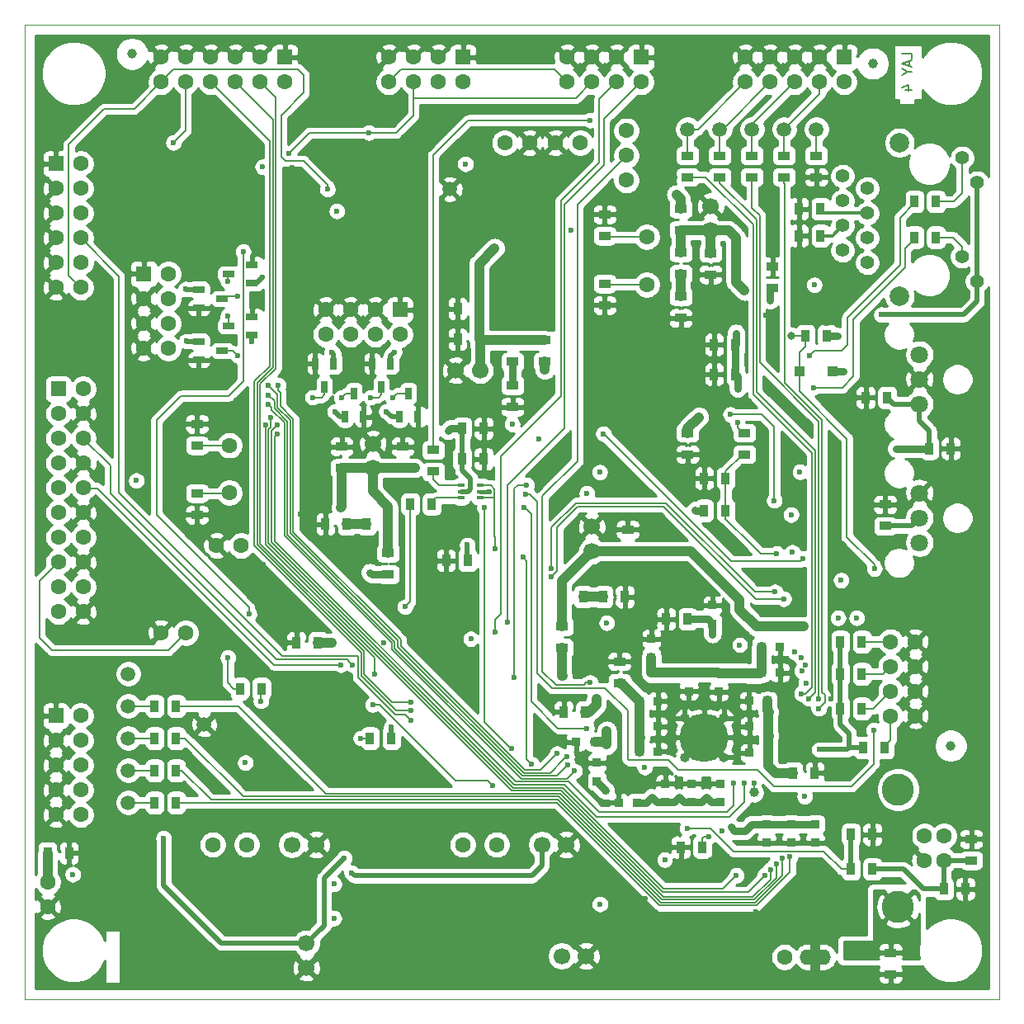
<source format=gbl>
G04 #@! TF.GenerationSoftware,KiCad,Pcbnew,(5.1.0)-1*
G04 #@! TF.CreationDate,2019-04-04T19:00:54+01:00*
G04 #@! TF.ProjectId,CoreOne-xCORE200-2.1,436f7265-4f6e-4652-9d78-434f52453230,2.1*
G04 #@! TF.SameCoordinates,PX660b0c0PY81b3200*
G04 #@! TF.FileFunction,Copper,L4,Bot*
G04 #@! TF.FilePolarity,Positive*
%FSLAX46Y46*%
G04 Gerber Fmt 4.6, Leading zero omitted, Abs format (unit mm)*
G04 Created by KiCad (PCBNEW (5.1.0)-1) date 2019-04-04 19:00:54*
%MOMM*%
%LPD*%
G04 APERTURE LIST*
%ADD10C,0.200000*%
%ADD11C,0.100000*%
%ADD12R,0.900000X1.300000*%
%ADD13C,1.400000*%
%ADD14C,2.000000*%
%ADD15C,1.000000*%
%ADD16C,1.600000*%
%ADD17R,1.600000X1.600000*%
%ADD18R,1.200000X0.650000*%
%ADD19R,0.650000X1.200000*%
%ADD20C,1.500000*%
%ADD21R,1.300000X0.900000*%
%ADD22R,0.900000X0.900000*%
%ADD23R,0.800000X0.450000*%
%ADD24R,1.000000X1.000000*%
%ADD25C,3.300000*%
%ADD26O,3.200000X1.600000*%
%ADD27O,5.000000X5.000000*%
%ADD28O,1.000000X1.000000*%
%ADD29C,1.700000*%
%ADD30C,1.800000*%
%ADD31C,0.600000*%
%ADD32C,0.800000*%
%ADD33C,0.135000*%
%ADD34C,0.152400*%
%ADD35C,0.450000*%
%ADD36C,1.000000*%
%ADD37C,0.500000*%
%ADD38C,0.800000*%
%ADD39C,0.300000*%
%ADD40C,0.152000*%
%ADD41C,0.254000*%
G04 APERTURE END LIST*
D10*
X91026798Y96546762D02*
X91026798Y97022953D01*
X90026798Y97022953D01*
X90741084Y96261048D02*
X90741084Y95784858D01*
X91026798Y96356286D02*
X90026798Y96022953D01*
X91026798Y95689620D01*
X90550608Y95165810D02*
X91026798Y95165810D01*
X90026798Y95499143D02*
X90550608Y95165810D01*
X90026798Y94832477D01*
X90360132Y93308667D02*
X91026798Y93308667D01*
X89979179Y93546762D02*
X90693465Y93784858D01*
X90693465Y93165810D01*
D11*
X0Y100000000D02*
X100000000Y100000000D01*
X15000000Y0D02*
X0Y0D01*
X100000000Y0D02*
X15000000Y0D01*
X100000000Y100000000D02*
X100000000Y0D01*
X0Y0D02*
X0Y100000000D01*
D12*
X24275000Y31860000D03*
X22075000Y31860000D03*
D13*
X86440000Y75555000D03*
X83900000Y76825000D03*
X86440000Y78095000D03*
X83900000Y79365000D03*
X86440000Y80635000D03*
X83900000Y81905000D03*
X86440000Y83175000D03*
X83900000Y84445000D03*
D14*
X89740000Y72125000D03*
X89740000Y87875000D03*
D13*
X97690000Y73675000D03*
X96170000Y86325000D03*
X96170000Y76215000D03*
X97690000Y83785000D03*
D15*
X11000000Y97000000D03*
X87000000Y96000000D03*
X95000000Y26000000D03*
D16*
X14732000Y66802000D03*
X12192000Y66802000D03*
X14732000Y69342000D03*
X12192000Y69342000D03*
X14732000Y71882000D03*
X12192000Y71882000D03*
X14732000Y74422000D03*
D17*
X12192000Y74422000D03*
D16*
X30861000Y68199000D03*
X30861000Y70739000D03*
X33401000Y68199000D03*
X33401000Y70739000D03*
X35941000Y68199000D03*
X35941000Y70739000D03*
X38481000Y68199000D03*
D17*
X38481000Y70739000D03*
D16*
X73914000Y94107000D03*
X73914000Y96647000D03*
X76454000Y94107000D03*
X76454000Y96647000D03*
X78994000Y94107000D03*
X78994000Y96647000D03*
X81534000Y94107000D03*
X81534000Y96647000D03*
X84074000Y94107000D03*
D17*
X84074000Y96647000D03*
D16*
X5715000Y18923000D03*
X3175000Y18923000D03*
X5715000Y21463000D03*
X3175000Y21463000D03*
X5715000Y24003000D03*
X3175000Y24003000D03*
X5715000Y26543000D03*
X3175000Y26543000D03*
X5715000Y29083000D03*
D17*
X3175000Y29083000D03*
D16*
X37338000Y94107000D03*
X37338000Y96647000D03*
X39878000Y94107000D03*
X39878000Y96647000D03*
X42418000Y94107000D03*
X42418000Y96647000D03*
X44958000Y94107000D03*
D17*
X44958000Y96647000D03*
D16*
X55626000Y94107000D03*
X55626000Y96647000D03*
X58166000Y94107000D03*
X58166000Y96647000D03*
X60706000Y94107000D03*
X60706000Y96647000D03*
X63246000Y94107000D03*
D17*
X63246000Y96647000D03*
D16*
X13970000Y96647000D03*
X13970000Y94107000D03*
X16510000Y94107000D03*
X16510000Y96647000D03*
X19050000Y94107000D03*
X19050000Y96647000D03*
X21590000Y94107000D03*
X21590000Y96647000D03*
X24130000Y94107000D03*
X24130000Y96647000D03*
X26670000Y94107000D03*
D17*
X26670000Y96647000D03*
D16*
X3175000Y73025000D03*
X5715000Y73025000D03*
X5715000Y75565000D03*
X3175000Y75565000D03*
X5715000Y78105000D03*
X3175000Y78105000D03*
X5715000Y80645000D03*
X3175000Y80645000D03*
X5715000Y83185000D03*
X3175000Y83185000D03*
X5715000Y85725000D03*
D17*
X3175000Y85725000D03*
D18*
X20250000Y66548000D03*
X17850000Y65598000D03*
X17850000Y67498000D03*
D19*
X39370000Y62160000D03*
X40320000Y59760000D03*
X38420000Y59760000D03*
D18*
X20898000Y69088000D03*
X23298000Y70038000D03*
X23298000Y68138000D03*
D19*
X36576000Y62808000D03*
X35626000Y65208000D03*
X37526000Y65208000D03*
D18*
X20250000Y71882000D03*
X17850000Y70932000D03*
X17850000Y72832000D03*
D19*
X33782000Y62160000D03*
X34732000Y59760000D03*
X32832000Y59760000D03*
D18*
X20898000Y74422000D03*
X23298000Y75372000D03*
X23298000Y73472000D03*
D19*
X30734000Y62808000D03*
X29784000Y65208000D03*
X31684000Y65208000D03*
D20*
X68006000Y89264000D03*
X10602000Y20176000D03*
D21*
X68006000Y86554000D03*
X68006000Y84354000D03*
D12*
X13312000Y20176000D03*
X15512000Y20176000D03*
D22*
X81100000Y17950000D03*
X81100000Y16050000D03*
X68427600Y20193000D03*
X68427600Y22093000D03*
D12*
X83670000Y36686000D03*
X85870000Y36686000D03*
X83670000Y33384000D03*
X85870000Y33384000D03*
D16*
X88834000Y36686000D03*
X91374000Y36686000D03*
X88834000Y34146000D03*
X91374000Y34146000D03*
D12*
X86952000Y13335000D03*
X84752000Y13335000D03*
D21*
X73848000Y55906000D03*
X73848000Y58106000D03*
X68006000Y58106000D03*
X68006000Y55906000D03*
D12*
X72916000Y64118000D03*
X70716000Y64118000D03*
D21*
X76700000Y72950000D03*
X76700000Y75150000D03*
D12*
X72916000Y67166000D03*
X70716000Y67166000D03*
D22*
X76100000Y17950000D03*
X76100000Y16050000D03*
D16*
X19266000Y15858000D03*
X22766000Y15858000D03*
X44920000Y15858000D03*
X48420000Y15858000D03*
D12*
X71900000Y53450000D03*
X69700000Y53450000D03*
X69700000Y50148000D03*
X71900000Y50148000D03*
D20*
X81214000Y89264000D03*
X10602000Y33384000D03*
D23*
X46745000Y52724308D03*
X46745000Y52074308D03*
X46745000Y51424308D03*
X44745000Y51424308D03*
X44745000Y52074308D03*
X44745000Y52724308D03*
D15*
X74800000Y21200000D03*
D21*
X41910000Y56345000D03*
X41910000Y54145000D03*
D17*
X3429000Y62611000D03*
D16*
X5969000Y62611000D03*
X3429000Y60071000D03*
X5969000Y60071000D03*
X3429000Y57531000D03*
X5969000Y57531000D03*
X3429000Y54991000D03*
X5969000Y54991000D03*
X3429000Y52451000D03*
X5969000Y52451000D03*
X3429000Y49911000D03*
X5969000Y49911000D03*
X3429000Y47371000D03*
X5969000Y47371000D03*
X3429000Y44831000D03*
X5969000Y44831000D03*
X3429000Y42291000D03*
X5969000Y42291000D03*
X3429000Y39751000D03*
X5969000Y39751000D03*
D12*
X44863000Y55424308D03*
X47063000Y55424308D03*
X44874000Y58547000D03*
X47074000Y58547000D03*
D21*
X67300000Y76600000D03*
X67300000Y74400000D03*
X67300000Y81100000D03*
X67300000Y78900000D03*
X70350000Y76550000D03*
X70350000Y74350000D03*
X67300000Y72100000D03*
X67300000Y69900000D03*
X59484380Y73404704D03*
X59484380Y71204704D03*
D16*
X20965256Y56830824D03*
X20965256Y51950824D03*
D20*
X77912000Y89264000D03*
X71308000Y89264000D03*
X74610000Y89264000D03*
D12*
X67300000Y15600000D03*
X69500000Y15600000D03*
X83670000Y29828000D03*
X85870000Y29828000D03*
X55097500Y41275000D03*
X57297500Y41275000D03*
X82297000Y68057500D03*
X80097000Y68057500D03*
X37272000Y48751000D03*
X35072000Y48751000D03*
D21*
X81214000Y84354000D03*
X81214000Y86554000D03*
X71308000Y86554000D03*
X71308000Y84354000D03*
X74610000Y86554000D03*
X74610000Y84354000D03*
X77912000Y86554000D03*
X77912000Y84354000D03*
D16*
X16510000Y37592000D03*
X13970000Y37592000D03*
D21*
X55118000Y36047500D03*
X55118000Y38247500D03*
X37272000Y43587000D03*
X37272000Y45787000D03*
D16*
X88834000Y31606000D03*
X91374000Y31606000D03*
D24*
X82897000Y64438000D03*
X79497000Y64438000D03*
D16*
X22193256Y46524824D03*
X19653256Y46524824D03*
D25*
X89600000Y21514000D03*
X89600000Y9474000D03*
D16*
X94310000Y14244000D03*
X92310000Y14244000D03*
X92310000Y16744000D03*
X94310000Y16744000D03*
D22*
X70546000Y38530000D03*
X70546000Y40430000D03*
D12*
X68000000Y39000000D03*
X65800000Y39000000D03*
D22*
X65709800Y20193000D03*
X65709800Y22093000D03*
X62814200Y20167600D03*
X60914200Y20167600D03*
X78600000Y17950000D03*
X78600000Y16050000D03*
X71323200Y20193000D03*
X71323200Y22093000D03*
X76197500Y30607000D03*
X74297500Y30607000D03*
X76261000Y28003500D03*
X74361000Y28003500D03*
X75565000Y33511000D03*
X77465000Y33511000D03*
X75565000Y36178000D03*
X77465000Y36178000D03*
X68122800Y33502600D03*
X68122800Y31602600D03*
X71200000Y33450000D03*
X71200000Y31550000D03*
X63042800Y27990800D03*
X64942800Y27990800D03*
X63058000Y25400000D03*
X64958000Y25400000D03*
D21*
X61849000Y45974000D03*
X61849000Y48174000D03*
D12*
X59352000Y41275000D03*
X61552000Y41275000D03*
D22*
X64287400Y35077400D03*
X64287400Y36977400D03*
D12*
X78850000Y23200000D03*
X81050000Y23200000D03*
X30056000Y36576000D03*
X27856000Y36576000D03*
X81641000Y81092000D03*
X79441000Y81092000D03*
X81641000Y78342000D03*
X79441000Y78342000D03*
D21*
X59484380Y78316704D03*
X59484380Y80516704D03*
D12*
X45420500Y45004500D03*
X43220500Y45004500D03*
D21*
X38750000Y54500000D03*
X38750000Y56700000D03*
X32500000Y54500000D03*
X32500000Y56700000D03*
D12*
X33038000Y48751000D03*
X30838000Y48751000D03*
X84752000Y16891000D03*
X86952000Y16891000D03*
D21*
X88834000Y2566000D03*
X88834000Y4766000D03*
D20*
X43600000Y83100000D03*
D16*
X61733570Y89104484D03*
X61733570Y84024484D03*
X61733570Y86564484D03*
X2350500Y12036000D03*
X2350500Y9496000D03*
X88834000Y29066000D03*
X91374000Y29066000D03*
X49227000Y87864500D03*
X51767000Y87864500D03*
X56974000Y87864500D03*
X54434000Y87864500D03*
X77931000Y4334000D03*
D26*
X81106000Y4334000D03*
D12*
X57488000Y29464000D03*
X55288000Y29464000D03*
X46600000Y70850000D03*
X44400000Y70850000D03*
X46600000Y67700000D03*
X44400000Y67700000D03*
X88476000Y61722000D03*
X86276000Y61722000D03*
X92800000Y56500000D03*
X95000000Y56500000D03*
D21*
X50035500Y62975000D03*
X50035500Y60775000D03*
X88265000Y48557000D03*
X88265000Y50757000D03*
X53337500Y65410500D03*
X53337500Y67610500D03*
D12*
X86022000Y25781000D03*
X88222000Y25781000D03*
X37610000Y26780000D03*
X35410000Y26780000D03*
D21*
X50035500Y67610500D03*
X50035500Y65410500D03*
X17653000Y56812000D03*
X17653000Y59012000D03*
X17653000Y51900000D03*
X17653000Y49700000D03*
X61000000Y32450000D03*
X61000000Y34650000D03*
D12*
X13312000Y30082000D03*
X15512000Y30082000D03*
X13312000Y26780000D03*
X15512000Y26780000D03*
X13312000Y23478000D03*
X15512000Y23478000D03*
X2329000Y14986000D03*
X4529000Y14986000D03*
D22*
X63042800Y30581600D03*
X64942800Y30581600D03*
X76261000Y25273000D03*
X74361000Y25273000D03*
X58700000Y22350000D03*
X58700000Y24250000D03*
D20*
X10602000Y23478000D03*
X10602000Y26780000D03*
X10602000Y30082000D03*
X18400000Y28200000D03*
D16*
X63800880Y78205204D03*
X63800880Y73325204D03*
D12*
X39540000Y50800000D03*
X41740000Y50800000D03*
D27*
X69707012Y26832218D03*
D28*
X67707012Y28832218D03*
X67707012Y24832218D03*
X71707012Y24832218D03*
X71707012Y28832218D03*
D29*
X46716000Y64516000D03*
X44216000Y64516000D03*
X55072000Y4428000D03*
X57572000Y4428000D03*
X28890000Y5742000D03*
X28890000Y3242000D03*
X29886000Y15858000D03*
X27386000Y15858000D03*
X35700000Y54500000D03*
X35700000Y57000000D03*
X58166000Y45974000D03*
X58166000Y48474000D03*
X70358000Y78867000D03*
X70358000Y81367000D03*
X53040000Y15858000D03*
X55540000Y15858000D03*
D12*
X93480000Y78168500D03*
X91280000Y78168500D03*
X93480000Y81851500D03*
X91280000Y81851500D03*
X94300000Y11303000D03*
X96500000Y11303000D03*
D21*
X97100000Y14224000D03*
X97100000Y16424000D03*
D22*
X58450000Y26400000D03*
X56550000Y26400000D03*
D30*
X91790000Y66137000D03*
X91790000Y63597000D03*
X91790000Y61057000D03*
X91790000Y51913000D03*
X91790000Y49373000D03*
X91790000Y46833000D03*
D31*
X31700000Y11800000D03*
X31700000Y8300000D03*
X12800000Y10600000D03*
X10800000Y1700000D03*
X40000000Y7900000D03*
X38000000Y11600000D03*
X36700000Y10400000D03*
X51600000Y85500000D03*
X79592892Y84368091D03*
X20701000Y29083000D03*
X85984729Y57327146D03*
X83600000Y61200000D03*
X95000000Y58500000D03*
X95000000Y54600000D03*
X52800000Y52900000D03*
X43600000Y49100000D03*
X43200000Y46400000D03*
X36800000Y36600000D03*
X90400000Y2600000D03*
X85500000Y1400000D03*
X88800000Y1400000D03*
X87100000Y1500000D03*
X87100000Y2600000D03*
X48600000Y62400000D03*
X57200000Y24300000D03*
X74300000Y29300000D03*
X74400000Y26600000D03*
X28250000Y49750000D03*
X23844319Y80764003D03*
X23750000Y71650000D03*
X30795000Y47227000D03*
X29383574Y55087596D03*
X61150500Y43688000D03*
X77470000Y34861500D03*
X77842637Y39962435D03*
X82359500Y23177500D03*
X81661000Y27495500D03*
X69659500Y31559500D03*
X64897000Y29337000D03*
X64897000Y26670000D03*
X69786500Y22098000D03*
X67056000Y22098000D03*
X5715000Y14986000D03*
X39814500Y3111500D03*
X38100000Y1524000D03*
X75184000Y6985000D03*
X63690500Y10287000D03*
X60642500Y10287000D03*
X68193349Y53461714D03*
X68008500Y54673500D03*
X82719990Y30774197D03*
X70675303Y41674521D03*
X25908000Y33020000D03*
X28321000Y33020000D03*
X26289000Y29083000D03*
X19177000Y22733000D03*
X19177000Y25781000D03*
X26593799Y36562459D03*
X51689000Y7366000D03*
X52959000Y7366000D03*
X50165000Y7366000D03*
X51689000Y8636000D03*
X48895000Y8636000D03*
X48768000Y3556000D03*
X50292000Y2286000D03*
X47371000Y2286000D03*
X44069000Y2159000D03*
X26289000Y7366000D03*
X23495000Y7366000D03*
X20828000Y7493000D03*
X23622000Y2286000D03*
X22098000Y3556000D03*
X20701000Y2286000D03*
X12827000Y8382000D03*
X15875000Y7493000D03*
X47625000Y52070000D03*
X43529972Y54306803D03*
X64750000Y69200000D03*
X34550000Y65250000D03*
X27400000Y60850000D03*
X27400000Y85350000D03*
X27400000Y79200000D03*
X27400000Y72750000D03*
X27400000Y65250000D03*
X35950000Y60350000D03*
X40350000Y58100000D03*
X18550000Y64100000D03*
X16350000Y70700000D03*
X85950000Y48200000D03*
X85950000Y51200000D03*
X85950000Y54150000D03*
X24487677Y44647283D03*
X15500000Y18700000D03*
X15500000Y21850000D03*
X15500000Y25150000D03*
X15500000Y28450000D03*
X15500000Y31750000D03*
X16700000Y33400000D03*
X39850000Y75400000D03*
X40950000Y70850000D03*
X41000000Y67700000D03*
X43100000Y70850000D03*
X43100000Y67700000D03*
X43550000Y77550000D03*
X47850000Y80050000D03*
X49800000Y71600000D03*
X49700000Y73800000D03*
X68650000Y69900000D03*
X56000000Y78900000D03*
X60900000Y80500000D03*
X57600000Y77700000D03*
X59700000Y69000000D03*
X51950000Y81100000D03*
X14500000Y55000000D03*
X14450000Y63400000D03*
X19000000Y79250000D03*
X14500000Y77600000D03*
X16750000Y81050000D03*
X14500000Y81300000D03*
X76300000Y84350000D03*
X72950000Y84350000D03*
X66700000Y84350000D03*
X79450000Y79650000D03*
X81300000Y74550000D03*
X81300000Y71450000D03*
X61976000Y67564000D03*
X67200000Y13250000D03*
X71866944Y62669020D03*
X82300000Y69300000D03*
X36050000Y76850000D03*
X20550000Y81500000D03*
X18708580Y48182103D03*
X16100000Y59050000D03*
X64200000Y39000000D03*
X61000000Y36400000D03*
X32900000Y26150000D03*
X37750000Y75900000D03*
X38500000Y77650000D03*
X30600000Y77650000D03*
X32900000Y85600000D03*
X36550000Y85450000D03*
X76050000Y70150000D03*
X76950000Y62350000D03*
X69450000Y68600000D03*
X69450000Y63050000D03*
X69450000Y66550000D03*
X2000000Y92000000D03*
X2000000Y98000000D03*
X8000000Y98000000D03*
X8500000Y90000000D03*
X30000000Y81500000D03*
X30500000Y91500000D03*
X90750000Y98250000D03*
X98250000Y98250000D03*
X98250000Y90750000D03*
X98250000Y1500000D03*
X98250000Y8500000D03*
X79000000Y9750000D03*
X82000000Y12750000D03*
X75000000Y9000000D03*
X68000000Y8500000D03*
X60750000Y3000000D03*
X50500000Y18750000D03*
X44250000Y18750000D03*
X62750000Y16000000D03*
X19750000Y38000000D03*
X54750000Y51250000D03*
X45750000Y40500000D03*
X33000000Y46250000D03*
X3250000Y34500000D03*
X58250000Y43750000D03*
X54500000Y30999998D03*
X53800000Y26200000D03*
X23800000Y76600000D03*
X53000000Y62100000D03*
X32200000Y28600000D03*
X25019000Y8636000D03*
X22225000Y8636000D03*
X20400000Y91000000D03*
X75550000Y40050000D03*
X42200000Y37600000D03*
X37800000Y17000000D03*
X29400000Y10700000D03*
X10300000Y15000000D03*
X15400000Y14800000D03*
X32500000Y17000000D03*
X25200000Y18900000D03*
X71700000Y12900000D03*
X74300000Y12900000D03*
X77400000Y16200000D03*
X79900000Y16200000D03*
X97100000Y17650000D03*
X97850000Y11350000D03*
X82700000Y1900000D03*
X79400000Y1900000D03*
X81200000Y9700000D03*
X83200000Y9700000D03*
X32766000Y14478000D03*
X14224000Y16510000D03*
X80000000Y20800000D03*
X35400000Y43800000D03*
X43400000Y58300000D03*
X59600000Y21400000D03*
X59711650Y26107871D03*
X59701486Y27533137D03*
X24400000Y85400000D03*
X24400000Y74100000D03*
X59000000Y9750000D03*
X58989000Y54085000D03*
X57650000Y51900000D03*
X53340000Y64579500D03*
X78732168Y45847439D03*
X78613000Y49720500D03*
X79527210Y54102000D03*
X83756500Y42989500D03*
X68770500Y50165000D03*
X22624000Y24257000D03*
X37592000Y27940000D03*
X20828000Y35052000D03*
X31496000Y36576000D03*
X87884000Y70231000D03*
X65650000Y14300000D03*
X31800000Y60300000D03*
X37100000Y60300000D03*
X37900000Y66400000D03*
X31500000Y66400000D03*
X16571225Y67510740D03*
X23300000Y67450000D03*
X16500000Y72850000D03*
X66850000Y82550000D03*
X45200000Y85700000D03*
X80136071Y32452241D03*
X73350000Y36350000D03*
X70546000Y37450000D03*
X81500000Y25600000D03*
X71501000Y17249000D03*
X83350000Y68050000D03*
X83950000Y64450000D03*
X32000000Y80850000D03*
X58644000Y30844000D03*
D32*
X69167609Y59718777D03*
D31*
X4899996Y12800000D03*
X67945000Y17526000D03*
X45400000Y46600000D03*
X32420913Y50434913D03*
X40000000Y54500000D03*
X59700000Y38600000D03*
X45750000Y36950000D03*
X79946500Y38227000D03*
X87162044Y44167404D03*
D32*
X78621000Y68069000D03*
D31*
X57999561Y32485668D03*
X63600000Y23800000D03*
X64300000Y20700000D03*
X67100000Y20700000D03*
X69900000Y20700000D03*
X72423020Y17676542D03*
X73929560Y17292564D03*
X33528000Y12954000D03*
X35687000Y30226000D03*
X55150000Y33150000D03*
X74091800Y33401000D03*
X63144400Y26822400D03*
X63060495Y29038736D03*
X76351750Y23841011D03*
X76362630Y27027559D03*
X76351776Y29440977D03*
X66700386Y33478651D03*
X64298437Y33477125D03*
X48000000Y21900000D03*
X35879466Y33345464D03*
X39624000Y30480000D03*
X39600000Y29600000D03*
X76962000Y41783000D03*
X54038500Y44196000D03*
X85344000Y39116000D03*
X77851000Y41084500D03*
X54038500Y43370500D03*
X83439000Y39116000D03*
X51245093Y50469693D03*
X57639914Y27797173D03*
X34478000Y26780000D03*
X51500000Y52750000D03*
X50228500Y33020000D03*
X77152500Y45720000D03*
X51371500Y51816000D03*
X87100000Y27600000D03*
X77100000Y13900000D03*
X76500000Y13300000D03*
X77700000Y14500000D03*
X81468000Y30844000D03*
X81468000Y29828000D03*
X80452000Y30844000D03*
X32420454Y34299680D03*
X33594271Y34299680D03*
X89400000Y56500000D03*
X52750000Y57500000D03*
X50000000Y59000000D03*
X48200000Y77050000D03*
X81000000Y73300000D03*
X31050000Y83100000D03*
X15240000Y87884000D03*
X91200000Y6800000D03*
X87600000Y7000000D03*
X88800000Y7000000D03*
X90100000Y6100000D03*
X87600000Y6100000D03*
X88800000Y6100000D03*
X90400000Y4800000D03*
X87100000Y4800000D03*
X84200000Y4800000D03*
X27088668Y86783860D03*
X35306000Y88900000D03*
X39000000Y40250000D03*
X52000000Y24100000D03*
X51148379Y45335073D03*
X48260000Y46228000D03*
X49926210Y25691270D03*
X47180500Y50419000D03*
X11430000Y53213000D03*
X72950000Y68350000D03*
X76450000Y71700000D03*
X73147856Y62663018D03*
X73850000Y72700000D03*
X76896000Y51164000D03*
X72400000Y60000004D03*
X80900000Y62750000D03*
X80543691Y66069000D03*
X78500000Y14600000D03*
X79697916Y31344084D03*
X79706965Y33661218D03*
X80100000Y34300000D03*
X79700000Y35000000D03*
X79000000Y35600000D03*
X49495370Y38664041D03*
X48240442Y37642714D03*
X56400000Y23400000D03*
X25000000Y61000000D03*
X21844000Y66040000D03*
X25875881Y57975423D03*
X37750000Y61750000D03*
X72705000Y22208000D03*
X55700000Y24000000D03*
X25000000Y62000000D03*
X20828000Y70104000D03*
X25900000Y58900000D03*
X35500000Y61750000D03*
X73848000Y22208000D03*
X55600000Y24900000D03*
X25000000Y63000000D03*
X21844000Y72136000D03*
X25200000Y59700000D03*
X73000000Y12700000D03*
X32500000Y61750000D03*
X54600000Y25200000D03*
X26000000Y63000000D03*
X20828000Y73660000D03*
X24673790Y58955335D03*
X75900000Y12700000D03*
X29500000Y61750000D03*
X59365078Y58010507D03*
X79863924Y45209828D03*
X73100000Y59200000D03*
X39600000Y28600000D03*
X23000000Y39500000D03*
X22400000Y76700000D03*
X58005311Y90180446D03*
X24214000Y30590000D03*
X70200000Y16700000D03*
X74800000Y22199990D03*
D33*
X79606983Y84354000D02*
X79592892Y84368091D01*
X81214000Y84354000D02*
X79606983Y84354000D01*
D10*
X86276000Y61722000D02*
X84122000Y61722000D01*
X84122000Y61722000D02*
X83600000Y61200000D01*
X95000000Y56500000D02*
X95000000Y58500000D01*
X95000000Y56500000D02*
X95000000Y54600000D01*
X43220500Y45004500D02*
X43220500Y46379500D01*
X43220500Y46379500D02*
X43200000Y46400000D01*
D34*
X87100000Y2600000D02*
X87100000Y1500000D01*
D10*
X58700000Y24250000D02*
X57250000Y24250000D01*
X57250000Y24250000D02*
X57200000Y24300000D01*
X74361000Y28003500D02*
X74361000Y29239000D01*
X74361000Y29239000D02*
X74300000Y29300000D01*
X74361000Y25273000D02*
X74361000Y26561000D01*
X74361000Y26561000D02*
X74400000Y26600000D01*
X23298000Y70038000D02*
X23298000Y71198000D01*
X23298000Y71198000D02*
X23750000Y71650000D01*
X30838000Y48751000D02*
X30838000Y47270000D01*
X30838000Y47270000D02*
X30795000Y47227000D01*
D34*
X61552000Y41275000D02*
X61552000Y43286500D01*
X61552000Y43286500D02*
X61150500Y43688000D01*
D10*
X77465000Y33511000D02*
X77465000Y34856500D01*
X77465000Y34856500D02*
X77470000Y34861500D01*
X81050000Y23200000D02*
X82337000Y23200000D01*
X82337000Y23200000D02*
X82359500Y23177500D01*
X68122800Y31602600D02*
X69616400Y31602600D01*
X69616400Y31602600D02*
X69659500Y31559500D01*
X64942800Y27990800D02*
X64942800Y29291200D01*
X64942800Y29291200D02*
X64897000Y29337000D01*
X64942800Y27990800D02*
X64942800Y26715800D01*
X64942800Y26715800D02*
X64897000Y26670000D01*
X68427600Y22093000D02*
X69781500Y22093000D01*
X69781500Y22093000D02*
X69786500Y22098000D01*
X65709800Y22093000D02*
X67051000Y22093000D01*
X67051000Y22093000D02*
X67056000Y22098000D01*
X4529000Y14986000D02*
X5715000Y14986000D01*
X68205063Y53450000D02*
X68193349Y53461714D01*
X69700000Y53450000D02*
X68205063Y53450000D01*
X68006000Y55906000D02*
X68006000Y54676000D01*
X68006000Y54676000D02*
X68008500Y54673500D01*
D35*
X46745000Y52074308D02*
X47620692Y52074308D01*
D10*
X47620692Y52074308D02*
X47625000Y52070000D01*
X67300000Y69900000D02*
X65450000Y69900000D01*
X65450000Y69900000D02*
X64750000Y69200000D01*
X35626000Y65208000D02*
X34592000Y65208000D01*
X34592000Y65208000D02*
X34550000Y65250000D01*
X27400000Y65250000D02*
X27400000Y60850000D01*
X27400000Y79200000D02*
X27400000Y85350000D01*
X27400000Y65250000D02*
X27400000Y72750000D01*
X29784000Y65208000D02*
X27442000Y65208000D01*
X27442000Y65208000D02*
X27400000Y65250000D01*
X34732000Y59760000D02*
X35360000Y59760000D01*
X35360000Y59760000D02*
X35950000Y60350000D01*
X40320000Y59760000D02*
X40320000Y58130000D01*
X40320000Y58130000D02*
X40350000Y58100000D01*
X17850000Y65598000D02*
X17850000Y64800000D01*
X17850000Y64800000D02*
X18550000Y64100000D01*
X17850000Y70932000D02*
X16582000Y70932000D01*
X16582000Y70932000D02*
X16350000Y70700000D01*
X44400000Y70850000D02*
X43100000Y70850000D01*
X44400000Y67700000D02*
X43100000Y67700000D01*
X67300000Y69900000D02*
X68650000Y69900000D01*
X59484380Y80516704D02*
X60883296Y80516704D01*
X60883296Y80516704D02*
X60900000Y80500000D01*
D33*
X79441000Y79659000D02*
X79450000Y79650000D01*
D10*
X18520897Y48182103D02*
X18708580Y48182103D01*
X17653000Y49050000D02*
X18520897Y48182103D01*
X17653000Y49700000D02*
X17653000Y49050000D01*
X17653000Y59012000D02*
X16138000Y59012000D01*
X16138000Y59012000D02*
X16100000Y59050000D01*
X64300000Y37000000D02*
X64300000Y38900000D01*
X64300000Y38900000D02*
X64200000Y39000000D01*
X61000000Y34650000D02*
X61000000Y36400000D01*
D33*
X79441000Y81092000D02*
X79441000Y79659000D01*
D36*
X81106000Y6134000D02*
X81272000Y6300000D01*
X81106000Y4334000D02*
X81106000Y6134000D01*
X81106000Y4334000D02*
X81106000Y2794000D01*
D37*
X14224000Y11684000D02*
X20166000Y5742000D01*
X20166000Y5742000D02*
X28890000Y5742000D01*
X14224000Y16510000D02*
X14224000Y11684000D01*
X30700000Y7552000D02*
X28890000Y5742000D01*
X32766000Y14478000D02*
X30700000Y12412000D01*
X30700000Y12412000D02*
X30700000Y7552000D01*
D38*
X68000000Y39000000D02*
X70076000Y39000000D01*
X70076000Y39000000D02*
X70546000Y38530000D01*
D37*
X84391000Y25600000D02*
X81500000Y25600000D01*
X83670000Y33384000D02*
X83675869Y33378131D01*
X83675869Y33378131D02*
X83675869Y29833869D01*
X83675869Y29833869D02*
X83670000Y29828000D01*
D38*
X37272000Y43587000D02*
X35613000Y43587000D01*
X35613000Y43587000D02*
X35400000Y43800000D01*
X44874000Y58547000D02*
X43647000Y58547000D01*
X43647000Y58547000D02*
X43400000Y58300000D01*
X58700000Y22350000D02*
X58700000Y22300000D01*
X58700000Y22300000D02*
X59600000Y21400000D01*
X59600000Y21400000D02*
X59532949Y21400000D01*
D36*
X59701486Y27108873D02*
X59701486Y27533137D01*
X59650000Y26400000D02*
X59701486Y26451486D01*
X59650000Y26169521D02*
X59711650Y26107871D01*
X59701486Y26451486D02*
X59701486Y27108873D01*
X59650000Y26400000D02*
X59650000Y26169521D01*
D37*
X23772000Y73472000D02*
X24400000Y74100000D01*
X23298000Y73472000D02*
X23772000Y73472000D01*
D36*
X53337500Y65410500D02*
X53337500Y64582000D01*
X53337500Y64582000D02*
X53340000Y64579500D01*
D37*
X84572000Y25781000D02*
X84391000Y25600000D01*
X83670000Y29828000D02*
X83670000Y28178000D01*
X83670000Y28178000D02*
X84572000Y27276000D01*
X84572000Y27276000D02*
X84572000Y25781000D01*
D36*
X2329000Y14986000D02*
X2329000Y12057500D01*
X2329000Y12057500D02*
X2350500Y12036000D01*
X58644000Y30844000D02*
X58644000Y30207255D01*
X58644000Y30207255D02*
X57900745Y29464000D01*
X57900745Y29464000D02*
X57488000Y29464000D01*
D38*
X69700000Y50148000D02*
X68787500Y50148000D01*
X68787500Y50148000D02*
X68770500Y50165000D01*
D37*
X84572000Y25781000D02*
X86022000Y25781000D01*
X83670000Y36686000D02*
X83670000Y33384000D01*
X37610000Y26780000D02*
X37610000Y27922000D01*
X37610000Y27922000D02*
X37592000Y27940000D01*
D36*
X30056000Y36576000D02*
X31496000Y36576000D01*
X58450000Y26400000D02*
X59650000Y26400000D01*
D37*
X32832000Y59760000D02*
X32340000Y59760000D01*
X32340000Y59760000D02*
X31800000Y60300000D01*
X38420000Y59760000D02*
X37640000Y59760000D01*
X37640000Y59760000D02*
X37100000Y60300000D01*
X37526000Y65208000D02*
X37526000Y66026000D01*
X37526000Y66026000D02*
X37900000Y66400000D01*
X31684000Y65208000D02*
X31684000Y66216000D01*
X31684000Y66216000D02*
X31500000Y66400000D01*
X16583965Y67498000D02*
X16571225Y67510740D01*
X17850000Y67498000D02*
X16583965Y67498000D01*
X23298000Y68138000D02*
X23298000Y67452000D01*
X23298000Y67452000D02*
X23300000Y67450000D01*
X17850000Y72832000D02*
X16518000Y72832000D01*
X16518000Y72832000D02*
X16500000Y72850000D01*
D36*
X67300000Y81100000D02*
X67300000Y82100000D01*
X67300000Y82100000D02*
X66850000Y82550000D01*
D38*
X70546000Y37450000D02*
X70546000Y38530000D01*
X70540000Y38524000D02*
X70546000Y38530000D01*
X82297000Y68057500D02*
X83342500Y68057500D01*
X83342500Y68057500D02*
X83350000Y68050000D01*
X82897000Y64438000D02*
X83938000Y64438000D01*
X83938000Y64438000D02*
X83950000Y64450000D01*
D37*
X44874000Y58547000D02*
X44874000Y55435308D01*
X44874000Y55435308D02*
X44863000Y55424308D01*
X44745000Y52074308D02*
X45440002Y52074308D01*
X45440002Y52074308D02*
X45713000Y52347306D01*
X45713000Y52347306D02*
X45713000Y53424308D01*
X45713000Y53424308D02*
X44863000Y54274308D01*
X44863000Y54274308D02*
X44863000Y55424308D01*
D36*
X68006000Y58106000D02*
X68006000Y58557168D01*
X68006000Y58557168D02*
X69167609Y59718777D01*
D37*
X87884000Y70231000D02*
X96331000Y70231000D01*
X97690000Y71590000D02*
X97690000Y73675000D01*
X96331000Y70231000D02*
X97690000Y71590000D01*
X97690000Y74664949D02*
X97690000Y83785000D01*
X97690000Y73675000D02*
X97690000Y74664949D01*
D10*
X21425000Y31860000D02*
X22075000Y31860000D01*
X20828000Y32457000D02*
X21425000Y31860000D01*
X20828000Y35052000D02*
X20828000Y32457000D01*
X84752000Y13335000D02*
X83811877Y13335000D01*
X81973707Y15173170D02*
X72726830Y15173170D01*
X83811877Y13335000D02*
X81973707Y15173170D01*
X72726830Y15173170D02*
X70374000Y17526000D01*
X70374000Y17526000D02*
X67945000Y17526000D01*
X84752000Y17091156D02*
X84752000Y16891000D01*
D37*
X84752000Y16891000D02*
X84752000Y13335000D01*
X45400000Y46600000D02*
X45400000Y45025000D01*
X45400000Y45025000D02*
X45420500Y45004500D01*
D36*
X32500000Y50514000D02*
X32420913Y50434913D01*
X32500000Y54500000D02*
X32500000Y50514000D01*
X35700000Y52101000D02*
X37272000Y50529000D01*
X37272000Y50529000D02*
X37272000Y48751000D01*
X35700000Y54500000D02*
X35700000Y52101000D01*
X37272000Y45787000D02*
X37272000Y48751000D01*
X38750000Y54500000D02*
X40000000Y54500000D01*
X38750000Y54500000D02*
X37300000Y54500000D01*
X37300000Y54500000D02*
X35700000Y54500000D01*
X32500000Y54500000D02*
X35700000Y54500000D01*
X55097500Y41275000D02*
X55097500Y42905500D01*
X55097500Y42905500D02*
X58166000Y45974000D01*
X55118000Y38247500D02*
X55118000Y41254500D01*
X55118000Y41254500D02*
X55097500Y41275000D01*
X58166000Y45974000D02*
X61849000Y45974000D01*
X79932955Y38240545D02*
X79946500Y38227000D01*
X68326000Y45974000D02*
X73342500Y40957500D01*
X75051577Y38240545D02*
X79932955Y38240545D01*
X73342500Y39949622D02*
X75051577Y38240545D01*
X73342500Y40957500D02*
X73342500Y39949622D01*
X61849000Y45974000D02*
X68326000Y45974000D01*
D10*
X80097000Y68057500D02*
X80097000Y66972857D01*
X80097000Y66972857D02*
X79497000Y66372857D01*
X79497000Y66372857D02*
X79497000Y65138000D01*
X79497000Y65138000D02*
X79497000Y64438000D01*
X78621000Y68069000D02*
X80085500Y68069000D01*
X80085500Y68069000D02*
X80097000Y68057500D01*
X79497000Y62367000D02*
X84350000Y57514000D01*
X87162044Y44591668D02*
X84350000Y47403712D01*
X84350000Y47403712D02*
X84350000Y57514000D01*
X87162044Y44591668D02*
X87162044Y44167404D01*
X79497000Y64438000D02*
X79497000Y62367000D01*
X60933571Y85764485D02*
X61733570Y86564484D01*
X56688001Y81518915D02*
X60933571Y85764485D01*
X56688001Y55188001D02*
X56688001Y81518915D01*
X57999561Y32485668D02*
X57575297Y32485668D01*
X57351078Y32261449D02*
X54479551Y32261449D01*
X57575297Y32485668D02*
X57351078Y32261449D01*
X54479551Y32261449D02*
X53113685Y33627315D01*
X53113685Y33627315D02*
X53113685Y51613685D01*
X53113685Y51613685D02*
X56688001Y55188001D01*
D38*
X62814200Y20167600D02*
X63767600Y20167600D01*
X63767600Y20167600D02*
X64300000Y20700000D01*
X68427600Y20193000D02*
X67607000Y20193000D01*
X67607000Y20193000D02*
X67100000Y20700000D01*
X71323200Y20193000D02*
X70407000Y20193000D01*
X70407000Y20193000D02*
X69900000Y20700000D01*
X68427600Y20193000D02*
X69393000Y20193000D01*
X69393000Y20193000D02*
X69900000Y20700000D01*
X65709800Y20193000D02*
X66593000Y20193000D01*
X66593000Y20193000D02*
X67100000Y20700000D01*
X65709800Y20193000D02*
X64807000Y20193000D01*
X64807000Y20193000D02*
X64300000Y20700000D01*
X72723019Y17376543D02*
X72423020Y17676542D01*
X72806998Y17292564D02*
X72723019Y17376543D01*
X73929560Y17292564D02*
X72806998Y17292564D01*
X74586996Y17950000D02*
X74229559Y17592563D01*
X76100000Y17950000D02*
X74586996Y17950000D01*
X74229559Y17592563D02*
X73929560Y17292564D01*
X78600000Y17950000D02*
X81100000Y17950000D01*
X76100000Y17950000D02*
X78600000Y17950000D01*
D36*
X75565000Y36178000D02*
X75565000Y33511000D01*
X74091800Y33401000D02*
X75455000Y33401000D01*
X75455000Y33401000D02*
X75565000Y33511000D01*
X71200000Y33450000D02*
X74042800Y33450000D01*
X74042800Y33450000D02*
X74091800Y33401000D01*
X55118000Y36047500D02*
X55118000Y33182000D01*
X55118000Y33182000D02*
X55150000Y33150000D01*
D37*
X52024001Y12654001D02*
X53040000Y13670000D01*
X53040000Y13670000D02*
X53040000Y15858000D01*
X33528000Y12954000D02*
X33827999Y12654001D01*
X33827999Y12654001D02*
X52024001Y12654001D01*
D36*
X64287400Y35077400D02*
X64287400Y33488162D01*
X64287400Y33488162D02*
X64298437Y33477125D01*
X68122800Y33502600D02*
X71147400Y33502600D01*
X71147400Y33502600D02*
X71200000Y33450000D01*
X64298437Y33477125D02*
X66698860Y33477125D01*
X66698860Y33477125D02*
X66700386Y33478651D01*
X61000000Y32450000D02*
X61174400Y32450000D01*
X61174400Y32450000D02*
X63042800Y30581600D01*
X64300000Y33478688D02*
X64298437Y33477125D01*
X78850000Y23200000D02*
X76992761Y23200000D01*
X76992761Y23200000D02*
X76261000Y23931761D01*
X76261000Y25273000D02*
X76261000Y26925929D01*
X76261000Y26925929D02*
X76362630Y27027559D01*
X76261000Y28003500D02*
X76261000Y29350201D01*
X76261000Y29350201D02*
X76351776Y29440977D01*
X76261000Y25273000D02*
X76261000Y23931761D01*
X76261000Y23931761D02*
X76351750Y23841011D01*
X76261000Y28003500D02*
X76261000Y27129189D01*
X76261000Y27129189D02*
X76362630Y27027559D01*
X76197500Y30607000D02*
X76197500Y29595253D01*
X76197500Y29595253D02*
X76351776Y29440977D01*
X66700386Y33478651D02*
X68098851Y33478651D01*
X68098851Y33478651D02*
X68122800Y33502600D01*
X63058000Y25400000D02*
X63058000Y26736000D01*
X63058000Y26736000D02*
X63144400Y26822400D01*
X63042800Y27990800D02*
X63042800Y26924000D01*
X63042800Y26924000D02*
X63144400Y26822400D01*
X63060495Y29038736D02*
X63060495Y28008495D01*
X63060495Y28008495D02*
X63042800Y27990800D01*
X63042800Y30581600D02*
X63042800Y29056431D01*
X63042800Y29056431D02*
X63060495Y29038736D01*
D10*
X36374000Y30226000D02*
X35687000Y30226000D01*
X44200000Y22400000D02*
X36374000Y30226000D01*
X48000000Y21900000D02*
X47500000Y22400000D01*
X47500000Y22400000D02*
X44200000Y22400000D01*
D34*
X25748341Y92488659D02*
X25748341Y64712112D01*
X24147589Y63111360D02*
X24147589Y46762941D01*
X35879466Y33769728D02*
X35879466Y33345464D01*
X25748341Y64712112D02*
X24147589Y63111360D01*
X24130000Y94107000D02*
X25748341Y92488659D01*
X35879466Y35031064D02*
X35879466Y33769728D01*
X24147589Y46762941D02*
X35879466Y35031064D01*
X23845178Y63236622D02*
X23845178Y46637679D01*
X34795178Y33306999D02*
X37622177Y30480000D01*
X34795178Y35687679D02*
X34795178Y33306999D01*
X25445930Y90251070D02*
X25445930Y64837374D01*
X21590000Y94107000D02*
X25445930Y90251070D01*
X23845178Y46637679D02*
X34795178Y35687679D01*
X25445930Y64837374D02*
X23845178Y63236622D01*
X37622177Y30480000D02*
X39199736Y30480000D01*
X39199736Y30480000D02*
X39624000Y30480000D01*
X38047736Y29600000D02*
X37547736Y30100000D01*
X37547736Y30100000D02*
X34492767Y33154969D01*
X39600000Y29600000D02*
X38047736Y29600000D01*
X25143519Y64962636D02*
X25143519Y88013481D01*
X19849999Y93307001D02*
X19050000Y94107000D01*
X25143519Y88013481D02*
X19849999Y93307001D01*
X23542767Y63361884D02*
X25143519Y64962636D01*
X23542767Y46512417D02*
X23542767Y63361884D01*
X34492767Y35562417D02*
X23542767Y46512417D01*
X34492767Y33154969D02*
X34492767Y35562417D01*
D10*
X54038500Y44196000D02*
X54038500Y48373990D01*
X54038500Y48373990D02*
X56560521Y50896011D01*
X56560521Y50896011D02*
X65791876Y50896011D01*
X65791876Y50896011D02*
X74904887Y41783000D01*
X74904887Y41783000D02*
X76537736Y41783000D01*
X76537736Y41783000D02*
X76962000Y41783000D01*
X54038500Y43370500D02*
X54610000Y43942000D01*
X54610000Y43942000D02*
X54610000Y48450500D01*
X54610000Y48450500D02*
X56705500Y50546000D01*
X56705500Y50546000D02*
X65555624Y50546000D01*
X65555624Y50546000D02*
X75017124Y41084500D01*
X75017124Y41084500D02*
X77851000Y41084500D01*
D34*
X51545092Y50169694D02*
X51245093Y50469693D01*
X54703214Y27797173D02*
X51974404Y30525983D01*
X57639914Y27797173D02*
X54703214Y27797173D01*
X51974404Y30525983D02*
X51974404Y49740382D01*
X51974404Y49740382D02*
X51545092Y50169694D01*
D10*
X34478000Y26780000D02*
X35410000Y26780000D01*
X50228500Y52387500D02*
X50591000Y52750000D01*
X50591000Y52750000D02*
X51500000Y52750000D01*
X50228500Y33020000D02*
X50228500Y52387500D01*
D34*
X10602000Y26780000D02*
X11662660Y26780000D01*
X11662660Y26780000D02*
X13312000Y26780000D01*
D10*
X71900000Y49298000D02*
X74542500Y46655500D01*
X77152500Y45720000D02*
X75478000Y45720000D01*
X75478000Y45720000D02*
X74542500Y46655500D01*
X71900000Y50148000D02*
X71900000Y49298000D01*
X71900000Y53450000D02*
X71900000Y54158000D01*
X71900000Y54158000D02*
X73648000Y55906000D01*
X73648000Y55906000D02*
X73848000Y55906000D01*
X71900000Y50148000D02*
X71900000Y53450000D01*
D34*
X61849000Y24638000D02*
X61849000Y29591000D01*
X67056000Y23495000D02*
X66040000Y24511000D01*
X61849000Y29591000D02*
X59690000Y31750000D01*
X61976000Y24511000D02*
X61849000Y24638000D01*
X54067562Y31911438D02*
X52583906Y33395094D01*
X52583906Y51027858D02*
X51795764Y51816000D01*
X52583906Y33395094D02*
X52583906Y51027858D01*
X51795764Y51816000D02*
X51371500Y51816000D01*
X66040000Y24511000D02*
X61976000Y24511000D01*
X59528562Y31911438D02*
X54067562Y31911438D01*
X59690000Y31750000D02*
X59528562Y31911438D01*
X76835000Y21844000D02*
X75184000Y23495000D01*
X84836000Y21844000D02*
X76835000Y21844000D01*
X75184000Y23495000D02*
X67056000Y23495000D01*
X87100000Y24108000D02*
X87092000Y24100000D01*
X87100000Y27600000D02*
X87100000Y24108000D01*
X87122000Y24130000D02*
X87092000Y24100000D01*
X87092000Y24100000D02*
X84836000Y21844000D01*
X77100000Y13900000D02*
X77100000Y12472327D01*
X77100000Y12472327D02*
X74829700Y10202027D01*
X22409810Y20787945D02*
X16417755Y26780000D01*
X16417755Y26780000D02*
X15512000Y26780000D01*
X74829700Y10202027D02*
X65387282Y10202027D01*
X65387282Y10202027D02*
X54801364Y20787945D01*
X54801364Y20787945D02*
X22409810Y20787945D01*
X54926626Y21090356D02*
X30900000Y21090356D01*
X15512000Y30082000D02*
X21908356Y30082000D01*
X21908356Y30082000D02*
X30900000Y21090356D01*
X65512544Y10504438D02*
X54926626Y21090356D01*
X74704438Y10504438D02*
X65512544Y10504438D01*
X76500000Y12300000D02*
X74704438Y10504438D01*
X76500000Y13300000D02*
X76500000Y12300000D01*
X77700000Y12644654D02*
X77700000Y14075736D01*
X74954962Y9899616D02*
X77700000Y12644654D01*
X54676102Y20485534D02*
X65262020Y9899616D01*
X16114400Y23478000D02*
X19106866Y20485534D01*
X15512000Y23478000D02*
X16114400Y23478000D01*
X77700000Y14075736D02*
X77700000Y14500000D01*
X19106866Y20485534D02*
X54676102Y20485534D01*
X65262020Y9899616D02*
X74954962Y9899616D01*
X74610000Y81190000D02*
X74610000Y84354000D01*
X75412400Y80387600D02*
X74610000Y81190000D01*
X75412400Y65310717D02*
X75412400Y80387600D01*
X81466438Y59256679D02*
X75412400Y65310717D01*
X81468000Y30844000D02*
X81466438Y30845562D01*
X81466438Y30845562D02*
X81466438Y59256679D01*
X77979605Y83683995D02*
X77979605Y63255302D01*
X77912000Y83751600D02*
X77979605Y83683995D01*
X77912000Y84354000D02*
X77912000Y83751600D01*
X82090309Y31115000D02*
X82090309Y30450309D01*
X77979605Y63255302D02*
X81544907Y59690000D01*
X81767999Y30127999D02*
X81468000Y29828000D01*
X81788000Y59446907D02*
X81544907Y59690000D01*
X81788000Y31496000D02*
X81788000Y59446907D01*
X82090309Y31193691D02*
X81788000Y31496000D01*
X82090309Y31115000D02*
X82090309Y31193691D01*
X82090309Y30450309D02*
X81767999Y30127999D01*
X80452000Y30844000D02*
X81081717Y31473717D01*
X81081717Y31473717D02*
X81081717Y56296032D01*
X81081717Y56296032D02*
X75083347Y62294402D01*
X75083347Y62294402D02*
X75083347Y79976253D01*
X75083347Y79976253D02*
X71308000Y83751600D01*
X71308000Y83751600D02*
X71308000Y84354000D01*
X25557238Y34299680D02*
X31996190Y34299680D01*
X7422918Y52434000D02*
X25557238Y34299680D01*
X31996190Y34299680D02*
X32420454Y34299680D01*
X6030000Y52434000D02*
X7422918Y52434000D01*
X6030000Y57514000D02*
X8763000Y54781000D01*
X8763000Y54781000D02*
X8763000Y51889156D01*
X8763000Y51889156D02*
X25815066Y34837090D01*
X25815066Y34837090D02*
X33056861Y34837090D01*
X33056861Y34837090D02*
X33294272Y34599679D01*
X33294272Y34599679D02*
X33594271Y34299680D01*
D37*
X88265000Y48557000D02*
X90974000Y48557000D01*
X90974000Y48557000D02*
X91790000Y49373000D01*
X91790000Y61057000D02*
X89141000Y61057000D01*
X89141000Y61057000D02*
X88476000Y61722000D01*
X91790000Y59310000D02*
X92800000Y58300000D01*
X92800000Y58300000D02*
X92800000Y56500000D01*
X91790000Y61057000D02*
X91790000Y59310000D01*
D38*
X91100000Y56500000D02*
X92800000Y56500000D01*
X91100000Y56500000D02*
X89400000Y56500000D01*
D36*
X50035500Y67610500D02*
X46689500Y67610500D01*
X46689500Y67610500D02*
X46600000Y67700000D01*
X53337500Y67610500D02*
X50035500Y67610500D01*
X46600000Y70850000D02*
X46600000Y75450000D01*
X46600000Y75450000D02*
X48200000Y77050000D01*
X46600000Y70850000D02*
X46600000Y67700000D01*
X46716000Y64516000D02*
X46716000Y67584000D01*
X46716000Y67584000D02*
X46600000Y67700000D01*
D34*
X13312000Y30082000D02*
X10602000Y30082000D01*
X13312000Y23478000D02*
X12710000Y23478000D01*
X12710000Y23478000D02*
X10602000Y23478000D01*
X28000000Y95400000D02*
X15263000Y95400000D01*
X15263000Y95400000D02*
X13970000Y94107000D01*
X28600000Y94800000D02*
X28000000Y95400000D01*
X28600000Y93000000D02*
X28600000Y94800000D01*
X26300000Y90700000D02*
X28600000Y93000000D01*
X26300000Y86400000D02*
X26300000Y90700000D01*
X26700000Y86000000D02*
X26300000Y86400000D01*
X28574264Y86000000D02*
X26700000Y86000000D01*
X31050000Y83100000D02*
X31050000Y83524264D01*
X31050000Y83524264D02*
X28574264Y86000000D01*
X8150000Y91350000D02*
X11213000Y91350000D01*
X11213000Y91350000D02*
X13970000Y94107000D01*
X4500000Y87700000D02*
X8150000Y91350000D01*
X4500000Y74240000D02*
X4500000Y87700000D01*
X5715000Y73025000D02*
X4500000Y74240000D01*
X16510000Y89154000D02*
X15240000Y87884000D01*
X16510000Y94107000D02*
X16510000Y89154000D01*
D10*
X90100000Y6100000D02*
X90500000Y6100000D01*
X90500000Y6100000D02*
X91200000Y6800000D01*
X88800000Y6100000D02*
X88800000Y7000000D01*
D34*
X88800000Y6100000D02*
X87600000Y6100000D01*
X27388667Y87083859D02*
X27088668Y86783860D01*
X35306000Y88900000D02*
X29204808Y88900000D01*
X29204808Y88900000D02*
X27388667Y87083859D01*
X39878000Y94107000D02*
X39878000Y92456000D01*
X39878000Y92456000D02*
X39878000Y90678000D01*
X56505200Y92446200D02*
X39887800Y92446200D01*
X58166000Y94107000D02*
X56505200Y92446200D01*
X39887800Y92446200D02*
X39878000Y92456000D01*
X39878000Y90678000D02*
X38100000Y88900000D01*
X38100000Y88900000D02*
X35306000Y88900000D01*
X37338000Y94107000D02*
X38620521Y95389521D01*
X38620521Y95389521D02*
X54343479Y95389521D01*
X54343479Y95389521D02*
X55626000Y94107000D01*
X39540000Y41411581D02*
X39540000Y40790000D01*
X39540000Y40790000D02*
X39000000Y40250000D01*
X39540000Y50800000D02*
X39540000Y41411581D01*
X51500000Y44983452D02*
X51500000Y24800000D01*
X52000000Y24100000D02*
X51500000Y24600000D01*
X51500000Y24600000D02*
X51500000Y24800000D01*
X51148379Y45335073D02*
X51500000Y44983452D01*
X48175002Y51424308D02*
X48175002Y47508520D01*
X48175002Y47508520D02*
X48260000Y47423522D01*
X46745000Y51424308D02*
X48175002Y51424308D01*
X48175002Y51424308D02*
X48175002Y52334002D01*
X47345000Y52724308D02*
X46745000Y52724308D01*
X48175002Y52334002D02*
X47784696Y52724308D01*
X47784696Y52724308D02*
X47345000Y52724308D01*
X48260000Y47423522D02*
X48260000Y46228000D01*
X46745000Y51424308D02*
X46920000Y51424308D01*
X47180500Y28436980D02*
X49626211Y25991269D01*
X49626211Y25991269D02*
X49926210Y25691270D01*
X47180500Y50419000D02*
X47180500Y28436980D01*
X2794000Y35814000D02*
X14732000Y35814000D01*
X14732000Y35814000D02*
X16510000Y37592000D01*
X1524000Y37084000D02*
X2794000Y35814000D01*
X1524000Y42926000D02*
X1524000Y37084000D01*
X3429000Y44831000D02*
X1524000Y42926000D01*
D38*
X72950000Y68350000D02*
X72950000Y67200000D01*
X72950000Y67200000D02*
X72916000Y67166000D01*
X73147856Y62663018D02*
X73147856Y63886144D01*
X73147856Y63886144D02*
X72916000Y64118000D01*
X72916000Y64118000D02*
X72916000Y67166000D01*
X76450000Y71700000D02*
X76450000Y72700000D01*
X76450000Y72700000D02*
X76700000Y72950000D01*
D36*
X72950000Y78100000D02*
X72950000Y73600000D01*
X72950000Y73600000D02*
X73850000Y72700000D01*
X72183000Y78867000D02*
X72950000Y78100000D01*
X70358000Y78867000D02*
X72183000Y78867000D01*
X70358000Y78867000D02*
X70358000Y76558000D01*
X70358000Y76558000D02*
X70350000Y76550000D01*
X67300000Y76600000D02*
X67300000Y78900000D01*
X67300000Y78900000D02*
X70325000Y78900000D01*
X70325000Y78900000D02*
X70358000Y78867000D01*
D10*
X76896000Y51164000D02*
X76896000Y58740000D01*
X72824264Y60000004D02*
X72400000Y60000004D01*
X75635996Y60000004D02*
X72824264Y60000004D01*
X76896000Y58740000D02*
X75635996Y60000004D01*
X83850000Y62750000D02*
X80900000Y62750000D01*
X91280000Y78168500D02*
X91280000Y77980000D01*
X90300000Y77000000D02*
X90300000Y75050000D01*
X90300000Y75050000D02*
X85000000Y69750000D01*
X85000000Y69750000D02*
X85000000Y63900000D01*
X91280000Y77980000D02*
X90300000Y77000000D01*
X85000000Y63900000D02*
X83850000Y62750000D01*
X81009241Y66534550D02*
X80543691Y66069000D01*
X91280000Y81680000D02*
X89800000Y80200000D01*
X91280000Y81851500D02*
X91280000Y81680000D01*
X83834550Y66534550D02*
X81009241Y66534550D01*
X89800000Y80200000D02*
X89800000Y75350000D01*
X89800000Y75350000D02*
X84400000Y69950000D01*
X84400000Y69950000D02*
X84400000Y67100000D01*
X84400000Y67100000D02*
X83834550Y66534550D01*
D34*
X65136758Y9597205D02*
X54557963Y20176000D01*
X78500000Y14600000D02*
X78500000Y13016981D01*
X54557963Y20176000D02*
X16114400Y20176000D01*
X16114400Y20176000D02*
X15512000Y20176000D01*
X78500000Y13016981D02*
X75080224Y9597205D01*
X75080224Y9597205D02*
X65136758Y9597205D01*
X79697916Y31344084D02*
X80122180Y31344084D01*
X80122180Y31344084D02*
X80769781Y31991685D01*
X80769781Y31991685D02*
X80769781Y56046247D01*
X80769781Y56046247D02*
X74760259Y62055769D01*
X74760259Y62055769D02*
X74760259Y79462292D01*
X74760259Y79462292D02*
X69868551Y84354000D01*
X69868551Y84354000D02*
X68808400Y84354000D01*
X68808400Y84354000D02*
X68006000Y84354000D01*
D10*
X88834000Y29066000D02*
X88834000Y26611977D01*
X88834000Y26611977D02*
X88222000Y25999977D01*
X88222000Y25999977D02*
X88222000Y25781000D01*
X88816000Y29048000D02*
X88834000Y29066000D01*
X85870000Y29828000D02*
X87056000Y29828000D01*
X87056000Y29828000D02*
X88834000Y31606000D01*
X85870000Y33384000D02*
X88072000Y33384000D01*
X88072000Y33384000D02*
X88834000Y34146000D01*
X85870000Y36686000D02*
X88834000Y36686000D01*
D34*
X49495370Y39088305D02*
X49495370Y38664041D01*
X55338635Y81500635D02*
X55338635Y58609857D01*
X59436000Y85598000D02*
X55338635Y81500635D01*
X59436000Y90297000D02*
X59436000Y85598000D01*
X49495370Y52766592D02*
X49495370Y39088305D01*
X55338635Y58609857D02*
X49495370Y52766592D01*
X63246000Y94107000D02*
X59436000Y90297000D01*
X60706000Y94107000D02*
X58936736Y92337736D01*
X58936736Y92337736D02*
X58936736Y85860736D01*
X58936736Y85860736D02*
X54988799Y81912799D01*
X54988799Y81912799D02*
X54988799Y61892578D01*
X54988799Y61892578D02*
X48813999Y55717778D01*
X48813999Y55717778D02*
X48813999Y39547256D01*
X48240442Y38973699D02*
X48240442Y37642714D01*
X48813999Y39547256D02*
X48240442Y38973699D01*
X37651875Y36526903D02*
X37651875Y35875798D01*
X25299999Y60478781D02*
X26626202Y59152578D01*
X50925262Y22602411D02*
X55602411Y22602411D01*
X25000000Y61000000D02*
X25299999Y60700001D01*
X25299999Y60700001D02*
X25299999Y60478781D01*
X26626202Y59152578D02*
X26626202Y47552576D01*
X26626202Y47552576D02*
X37651875Y36526903D01*
X37651875Y35875798D02*
X50925262Y22602411D01*
X55602411Y22602411D02*
X56100001Y23100001D01*
X56100001Y23100001D02*
X56400000Y23400000D01*
X20250000Y66548000D02*
X21336000Y66548000D01*
X21336000Y66548000D02*
X21844000Y66040000D01*
X25602411Y57597589D02*
X25602411Y57701953D01*
X25602411Y57701953D02*
X25875881Y57975423D01*
X25602411Y57597589D02*
X25600001Y57599999D01*
X39370000Y62160000D02*
X38160000Y62160000D01*
X38160000Y62160000D02*
X37750000Y61750000D01*
X55800000Y22300000D02*
X58900000Y19200000D01*
X25602411Y57597589D02*
X25602411Y47018811D01*
X58900000Y19200000D02*
X72000000Y19200000D01*
X50321222Y22300000D02*
X55800000Y22300000D01*
X25602411Y47018811D02*
X50321222Y22300000D01*
X72705000Y21783736D02*
X72705000Y22208000D01*
X72000000Y19200000D02*
X72705000Y19905000D01*
X72705000Y19905000D02*
X72705000Y21783736D01*
X25000000Y62000000D02*
X25604506Y61395494D01*
X54604822Y22904822D02*
X55400001Y23700001D01*
X25604506Y61395494D02*
X25604506Y60601947D01*
X25604506Y60601947D02*
X26928613Y59277840D01*
X26928613Y59277840D02*
X26928613Y47677838D01*
X37954286Y36001060D02*
X51050524Y22904822D01*
X26928613Y47677838D02*
X37954286Y36652165D01*
X37954286Y36652165D02*
X37954286Y36001060D01*
X51050524Y22904822D02*
X54604822Y22904822D01*
X55400001Y23700001D02*
X55700000Y24000000D01*
X20898000Y70034000D02*
X20828000Y70104000D01*
X20898000Y69088000D02*
X20898000Y70034000D01*
X36576000Y62808000D02*
X36576000Y62055600D01*
X35924264Y61750000D02*
X35500000Y61750000D01*
X36576000Y62055600D02*
X36270400Y61750000D01*
X36270400Y61750000D02*
X35924264Y61750000D01*
X55374739Y21997589D02*
X58672328Y18700000D01*
X58672328Y18700000D02*
X72300000Y18700000D01*
X50195960Y21997589D02*
X55374739Y21997589D01*
X25297592Y46895957D02*
X50195960Y21997589D01*
X73848000Y20248000D02*
X73848000Y21783736D01*
X25900000Y58900000D02*
X25297592Y58297592D01*
X73848000Y21783736D02*
X73848000Y22208000D01*
X25297592Y58297592D02*
X25297592Y46895957D01*
X72300000Y18700000D02*
X73848000Y20248000D01*
X25000000Y63000000D02*
X25913494Y62086506D01*
X38256697Y36777427D02*
X38256697Y36126322D01*
X55300001Y24600001D02*
X55600000Y24900000D01*
X25913494Y62086506D02*
X25913494Y60720632D01*
X25913494Y60720632D02*
X27231024Y59403102D01*
X27231024Y47803100D02*
X38256697Y36777427D01*
X27231024Y59403102D02*
X27231024Y47803100D01*
X38256697Y36126322D02*
X51175786Y23207233D01*
X51175786Y23207233D02*
X53907233Y23207233D01*
X53907233Y23207233D02*
X55300001Y24600001D01*
X20504000Y72136000D02*
X20250000Y71882000D01*
X21844000Y72136000D02*
X20504000Y72136000D01*
X73000000Y12700000D02*
X71653093Y11353093D01*
X71653093Y11353093D02*
X65519234Y11353093D01*
X65519234Y11353093D02*
X55177149Y21695178D01*
X55177149Y21695178D02*
X50070698Y21695178D01*
X50070698Y21695178D02*
X24995181Y46770695D01*
X24995181Y46770695D02*
X24995181Y58482383D01*
X25200000Y58687202D02*
X25200000Y59275736D01*
X24995181Y58482383D02*
X25200000Y58687202D01*
X25200000Y59275736D02*
X25200000Y59700000D01*
X33782000Y62160000D02*
X32910000Y62160000D01*
X32910000Y62160000D02*
X32500000Y61750000D01*
X54600000Y25200000D02*
X52909644Y23509644D01*
X52909644Y23509644D02*
X51301048Y23509644D01*
X51301048Y23509644D02*
X38559108Y36251584D01*
X38559108Y36251584D02*
X38559108Y36902689D01*
X38559108Y36902689D02*
X27533435Y47928362D01*
X27533435Y47928362D02*
X27533435Y59528364D01*
X27533435Y59528364D02*
X26222482Y60839317D01*
X26222482Y62228386D02*
X26000000Y62450868D01*
X26000000Y62450868D02*
X26000000Y63000000D01*
X26222482Y60839317D02*
X26222482Y62228386D01*
X20828000Y73660000D02*
X20828000Y74352000D01*
X20828000Y74352000D02*
X20898000Y74422000D01*
X24673790Y58531071D02*
X24673790Y58955335D01*
X24673790Y46664413D02*
X24673790Y58531071D01*
X55051887Y21392767D02*
X49945436Y21392767D01*
X65447065Y10997589D02*
X55051887Y21392767D01*
X74197589Y10997589D02*
X65447065Y10997589D01*
X49945436Y21392767D02*
X24673790Y46664413D01*
X75900000Y12700000D02*
X74197589Y10997589D01*
X30476000Y61750000D02*
X29500000Y61750000D01*
X30734000Y62808000D02*
X30734000Y62008000D01*
X30734000Y62008000D02*
X30476000Y61750000D01*
D38*
X50035500Y65410500D02*
X50035500Y62975000D01*
D36*
X35072000Y48751000D02*
X33038000Y48751000D01*
D34*
X17653000Y56812000D02*
X20946432Y56812000D01*
X20946432Y56812000D02*
X20965256Y56830824D01*
X17653000Y51900000D02*
X20914432Y51900000D01*
X20914432Y51900000D02*
X20965256Y51950824D01*
D39*
X82877000Y78342000D02*
X83900000Y79365000D01*
X81641000Y78342000D02*
X82877000Y78342000D01*
X81641000Y80859000D02*
X81641000Y81092000D01*
X86440000Y80635000D02*
X81865000Y80635000D01*
X81865000Y80635000D02*
X81641000Y80859000D01*
D10*
X63800880Y78205204D02*
X59595880Y78205204D01*
X59595880Y78205204D02*
X59484380Y78316704D01*
X63800880Y73325204D02*
X59563880Y73325204D01*
X59563880Y73325204D02*
X59484380Y73404704D01*
D34*
X44745000Y51424308D02*
X42114997Y51424308D01*
X42114997Y51424308D02*
X41740000Y51049311D01*
X41740000Y51049311D02*
X41740000Y50800000D01*
X42525692Y52724308D02*
X41910000Y53340000D01*
X41910000Y53340000D02*
X41910000Y54145000D01*
X44745000Y52724308D02*
X42525692Y52724308D01*
D10*
X59665077Y57710508D02*
X59365078Y58010507D01*
X72465756Y44909829D02*
X59665077Y57710508D01*
X79563925Y44909829D02*
X72465756Y44909829D01*
X79863924Y45209828D02*
X79563925Y44909829D01*
X73100000Y58700000D02*
X73100000Y59200000D01*
X73848000Y58106000D02*
X73694000Y58106000D01*
X73694000Y58106000D02*
X73100000Y58700000D01*
D40*
X10602000Y20176000D02*
X11662660Y20176000D01*
X11662660Y20176000D02*
X13312000Y20176000D01*
D10*
X96170000Y86325000D02*
X96170000Y82670000D01*
X95351500Y81851500D02*
X93480000Y81851500D01*
X96170000Y82670000D02*
X95351500Y81851500D01*
X93480000Y78168500D02*
X95231500Y78168500D01*
X96170000Y77230000D02*
X96170000Y76215000D01*
X95231500Y78168500D02*
X96170000Y77230000D01*
D34*
X34190356Y33009644D02*
X38000000Y29200000D01*
X39600000Y28600000D02*
X39000000Y29200000D01*
X39000000Y29200000D02*
X38000000Y29200000D01*
X26403358Y35198952D02*
X34090356Y35198952D01*
X34190356Y35098952D02*
X34190356Y33009644D01*
X34090356Y35198952D02*
X34190356Y35098952D01*
X9652000Y74168000D02*
X9652000Y51950310D01*
X5715000Y78105000D02*
X9652000Y74168000D01*
X9652000Y51950310D02*
X26403358Y35198952D01*
X13500000Y49700000D02*
X23000000Y40200000D01*
X23000000Y40200000D02*
X23000000Y39500000D01*
X13500000Y59400000D02*
X13500000Y49700000D01*
X16000000Y61900000D02*
X13500000Y59400000D01*
X20900000Y61900000D02*
X16000000Y61900000D01*
X22400000Y63400000D02*
X20900000Y61900000D01*
X22400000Y76700000D02*
X22400000Y63400000D01*
X57581047Y90180446D02*
X58005311Y90180446D01*
X45476446Y90180446D02*
X57581047Y90180446D01*
X41910000Y86614000D02*
X45476446Y90180446D01*
X41910000Y56345000D02*
X41910000Y86614000D01*
X81214000Y89264000D02*
X81214000Y86554000D01*
D37*
X94310000Y14244000D02*
X97080000Y14244000D01*
X97080000Y14244000D02*
X97100000Y14224000D01*
X94310000Y14244000D02*
X94310000Y11313000D01*
X94310000Y11313000D02*
X94300000Y11303000D01*
X86952000Y13335000D02*
X90137087Y13335000D01*
X90137087Y13335000D02*
X92169087Y11303000D01*
X92169087Y11303000D02*
X94300000Y11303000D01*
X94646000Y14224000D02*
X94626000Y14244000D01*
D36*
X67300000Y72100000D02*
X67300000Y74400000D01*
D10*
X24214000Y31799000D02*
X24214000Y30590000D01*
X24275000Y31860000D02*
X24214000Y31799000D01*
D36*
X57297500Y41275000D02*
X59352000Y41275000D01*
D10*
X77912000Y86554000D02*
X77912000Y89264000D01*
X81534000Y94107000D02*
X81534000Y92886000D01*
X81534000Y92886000D02*
X77912000Y89264000D01*
X74610000Y89264000D02*
X74610000Y88203340D01*
X74610000Y88203340D02*
X74610000Y86554000D01*
X78994000Y94107000D02*
X74610000Y89723000D01*
X74610000Y89723000D02*
X74610000Y89264000D01*
X71308000Y89264000D02*
X71308000Y86554000D01*
X76454000Y94107000D02*
X71611000Y89264000D01*
X71611000Y89264000D02*
X71308000Y89264000D01*
X68006000Y89264000D02*
X68006000Y88203340D01*
X68006000Y88203340D02*
X68006000Y86554000D01*
X68006000Y89264000D02*
X69071000Y89264000D01*
X69071000Y89264000D02*
X73914000Y94107000D01*
X70200000Y16700000D02*
X69702186Y16700000D01*
X69702186Y16700000D02*
X69500000Y16497814D01*
X69500000Y16497814D02*
X69500000Y15600000D01*
D34*
X74800000Y21200000D02*
X74800000Y22199990D01*
D41*
G36*
X98873000Y1127000D02*
G01*
X1127000Y1127000D01*
X1127000Y5327681D01*
X1673000Y5327681D01*
X1673000Y4672319D01*
X1800855Y4029550D01*
X2051651Y3424075D01*
X2415750Y2879161D01*
X2879161Y2415750D01*
X3424075Y2051651D01*
X4029550Y1800855D01*
X4672319Y1673000D01*
X5327681Y1673000D01*
X5970450Y1800855D01*
X6575925Y2051651D01*
X7120839Y2415750D01*
X7584250Y2879161D01*
X7948349Y3424075D01*
X8181000Y3985744D01*
X8181000Y1692000D01*
X8183440Y1667224D01*
X8190667Y1643399D01*
X8202403Y1621443D01*
X8218197Y1602197D01*
X8237443Y1586403D01*
X8259399Y1574667D01*
X8283224Y1567440D01*
X8308000Y1565000D01*
X9708000Y1565000D01*
X9732776Y1567440D01*
X9756601Y1574667D01*
X9778557Y1586403D01*
X9797803Y1602197D01*
X9813597Y1621443D01*
X9825333Y1643399D01*
X9832560Y1667224D01*
X9835000Y1692000D01*
X9835000Y2213603D01*
X28041208Y2213603D01*
X28118843Y1964528D01*
X28382883Y1838629D01*
X28666411Y1766661D01*
X28958531Y1751389D01*
X29248019Y1793401D01*
X29523747Y1891081D01*
X29661157Y1964528D01*
X29708369Y2116000D01*
X87545928Y2116000D01*
X87558188Y1991518D01*
X87594498Y1871820D01*
X87653463Y1761506D01*
X87732815Y1664815D01*
X87829506Y1585463D01*
X87939820Y1526498D01*
X88059518Y1490188D01*
X88184000Y1477928D01*
X88548250Y1481000D01*
X88707000Y1639750D01*
X88707000Y2439000D01*
X88961000Y2439000D01*
X88961000Y1639750D01*
X89119750Y1481000D01*
X89484000Y1477928D01*
X89608482Y1490188D01*
X89728180Y1526498D01*
X89838494Y1585463D01*
X89935185Y1664815D01*
X90014537Y1761506D01*
X90073502Y1871820D01*
X90109812Y1991518D01*
X90122072Y2116000D01*
X90119000Y2280250D01*
X89960250Y2439000D01*
X88961000Y2439000D01*
X88707000Y2439000D01*
X87707750Y2439000D01*
X87549000Y2280250D01*
X87545928Y2116000D01*
X29708369Y2116000D01*
X29738792Y2213603D01*
X28890000Y3062395D01*
X28041208Y2213603D01*
X9835000Y2213603D01*
X9835000Y3173469D01*
X27399389Y3173469D01*
X27441401Y2883981D01*
X27539081Y2608253D01*
X27612528Y2470843D01*
X27861603Y2393208D01*
X28710395Y3242000D01*
X29069605Y3242000D01*
X29918397Y2393208D01*
X30167472Y2470843D01*
X30293371Y2734883D01*
X30365339Y3018411D01*
X30380611Y3310531D01*
X30338599Y3600019D01*
X30240919Y3875747D01*
X30167472Y4013157D01*
X29918397Y4090792D01*
X29069605Y3242000D01*
X28710395Y3242000D01*
X27861603Y4090792D01*
X27612528Y4013157D01*
X27486629Y3749117D01*
X27414661Y3465589D01*
X27399389Y3173469D01*
X9835000Y3173469D01*
X9835000Y6992000D01*
X9832560Y7016776D01*
X9825333Y7040601D01*
X9813597Y7062557D01*
X9797803Y7081803D01*
X9778557Y7097597D01*
X9756601Y7109333D01*
X9732776Y7116560D01*
X9708000Y7119000D01*
X8308000Y7119000D01*
X8283224Y7116560D01*
X8259399Y7109333D01*
X8237443Y7097597D01*
X8218197Y7081803D01*
X8202403Y7062557D01*
X8190667Y7040601D01*
X8183440Y7016776D01*
X8181000Y6992000D01*
X8181000Y6014256D01*
X7948349Y6575925D01*
X7584250Y7120839D01*
X7120839Y7584250D01*
X6575925Y7948349D01*
X5970450Y8199145D01*
X5327681Y8327000D01*
X4672319Y8327000D01*
X4029550Y8199145D01*
X3424075Y7948349D01*
X2879161Y7584250D01*
X2415750Y7120839D01*
X2051651Y6575925D01*
X1800855Y5970450D01*
X1673000Y5327681D01*
X1127000Y5327681D01*
X1127000Y8503298D01*
X1537403Y8503298D01*
X1608986Y8259329D01*
X1864496Y8138429D01*
X2138684Y8069700D01*
X2421012Y8055783D01*
X2700630Y8097213D01*
X2966792Y8192397D01*
X3092014Y8259329D01*
X3163597Y8503298D01*
X2350500Y9316395D01*
X1537403Y8503298D01*
X1127000Y8503298D01*
X1127000Y8750621D01*
X1357798Y8682903D01*
X2170895Y9496000D01*
X2530105Y9496000D01*
X3343202Y8682903D01*
X3587171Y8754486D01*
X3708071Y9009996D01*
X3776800Y9284184D01*
X3790717Y9566512D01*
X3749287Y9846130D01*
X3654103Y10112292D01*
X3587171Y10237514D01*
X3343202Y10309097D01*
X2530105Y9496000D01*
X2170895Y9496000D01*
X1357798Y10309097D01*
X1127000Y10241379D01*
X1127000Y11298565D01*
X1242076Y11126340D01*
X1440840Y10927576D01*
X1674562Y10771409D01*
X1678448Y10769799D01*
X1608986Y10732671D01*
X1537403Y10488702D01*
X2350500Y9675605D01*
X3163597Y10488702D01*
X3092014Y10732671D01*
X3017750Y10767810D01*
X3026438Y10771409D01*
X3260160Y10927576D01*
X3458924Y11126340D01*
X3615091Y11360062D01*
X3722662Y11619759D01*
X3777500Y11895453D01*
X3777500Y12176547D01*
X3722662Y12452241D01*
X3615091Y12711938D01*
X3495246Y12891301D01*
X3972996Y12891301D01*
X3972996Y12708699D01*
X4008620Y12529604D01*
X4078500Y12360901D01*
X4179948Y12209072D01*
X4309068Y12079952D01*
X4460897Y11978504D01*
X4629600Y11908624D01*
X4808695Y11873000D01*
X4991297Y11873000D01*
X5170392Y11908624D01*
X5339095Y11978504D01*
X5490924Y12079952D01*
X5620044Y12209072D01*
X5721492Y12360901D01*
X5791372Y12529604D01*
X5826996Y12708699D01*
X5826996Y12891301D01*
X5791372Y13070396D01*
X5721492Y13239099D01*
X5620044Y13390928D01*
X5490924Y13520048D01*
X5339095Y13621496D01*
X5170392Y13691376D01*
X5084979Y13708366D01*
X5103482Y13710188D01*
X5223180Y13746498D01*
X5333494Y13805463D01*
X5430185Y13884815D01*
X5509537Y13981506D01*
X5568502Y14091820D01*
X5604812Y14211518D01*
X5617072Y14336000D01*
X5614000Y14700250D01*
X5455250Y14859000D01*
X4656000Y14859000D01*
X4656000Y13859750D01*
X4792059Y13723691D01*
X4629600Y13691376D01*
X4460897Y13621496D01*
X4309068Y13520048D01*
X4179948Y13390928D01*
X4078500Y13239099D01*
X4008620Y13070396D01*
X3972996Y12891301D01*
X3495246Y12891301D01*
X3458924Y12945660D01*
X3456000Y12948584D01*
X3456000Y14202248D01*
X3489498Y14091820D01*
X3548463Y13981506D01*
X3627815Y13884815D01*
X3724506Y13805463D01*
X3834820Y13746498D01*
X3954518Y13710188D01*
X4079000Y13697928D01*
X4243250Y13701000D01*
X4402000Y13859750D01*
X4402000Y14859000D01*
X4382000Y14859000D01*
X4382000Y15113000D01*
X4402000Y15113000D01*
X4402000Y16112250D01*
X4656000Y16112250D01*
X4656000Y15113000D01*
X5455250Y15113000D01*
X5614000Y15271750D01*
X5617072Y15636000D01*
X5604812Y15760482D01*
X5568502Y15880180D01*
X5509537Y15990494D01*
X5430185Y16087185D01*
X5333494Y16166537D01*
X5223180Y16225502D01*
X5103482Y16261812D01*
X4979000Y16274072D01*
X4814750Y16271000D01*
X4656000Y16112250D01*
X4402000Y16112250D01*
X4243250Y16271000D01*
X4079000Y16274072D01*
X3954518Y16261812D01*
X3834820Y16225502D01*
X3724506Y16166537D01*
X3627815Y16087185D01*
X3548463Y15990494D01*
X3489498Y15880180D01*
X3453188Y15760482D01*
X3440928Y15636000D01*
X3444000Y15271750D01*
X3602748Y15113002D01*
X3448944Y15113002D01*
X3439693Y15206931D01*
X3409033Y15308003D01*
X3409033Y15636000D01*
X3396927Y15758913D01*
X3361075Y15877103D01*
X3302853Y15986028D01*
X3224501Y16081501D01*
X3129028Y16159853D01*
X3020103Y16218075D01*
X2901913Y16253927D01*
X2779000Y16266033D01*
X1879000Y16266033D01*
X1756087Y16253927D01*
X1637897Y16218075D01*
X1528972Y16159853D01*
X1433499Y16081501D01*
X1355147Y15986028D01*
X1296925Y15877103D01*
X1261073Y15758913D01*
X1248967Y15636000D01*
X1248967Y15308002D01*
X1218307Y15206930D01*
X1202000Y15041364D01*
X1202001Y12885683D01*
X1127000Y12773435D01*
X1127000Y16601301D01*
X13297000Y16601301D01*
X13297000Y16418699D01*
X13332624Y16239604D01*
X13347000Y16204898D01*
X13347001Y11727089D01*
X13342757Y11684000D01*
X13359690Y11512078D01*
X13409838Y11346764D01*
X13491274Y11194408D01*
X13573406Y11094329D01*
X13573409Y11094326D01*
X13600868Y11060867D01*
X13634327Y11033408D01*
X19515408Y5152326D01*
X19542867Y5118867D01*
X19676408Y5009273D01*
X19815145Y4935117D01*
X19828763Y4927838D01*
X19994077Y4877690D01*
X20166000Y4860757D01*
X20209079Y4865000D01*
X27699619Y4865000D01*
X27742739Y4800467D01*
X27948467Y4594739D01*
X28108892Y4487546D01*
X28041208Y4270397D01*
X28890000Y3421605D01*
X29738792Y4270397D01*
X29671108Y4487546D01*
X29799704Y4573472D01*
X53595000Y4573472D01*
X53595000Y4282528D01*
X53651760Y3997175D01*
X53763099Y3728378D01*
X53924739Y3486467D01*
X54130467Y3280739D01*
X54372378Y3119099D01*
X54641175Y3007760D01*
X54926528Y2951000D01*
X55217472Y2951000D01*
X55502825Y3007760D01*
X55771622Y3119099D01*
X56013533Y3280739D01*
X56132397Y3399603D01*
X56723208Y3399603D01*
X56800843Y3150528D01*
X57064883Y3024629D01*
X57348411Y2952661D01*
X57640531Y2937389D01*
X57930019Y2979401D01*
X58205747Y3077081D01*
X58343157Y3150528D01*
X58420792Y3399603D01*
X57572000Y4248395D01*
X56723208Y3399603D01*
X56132397Y3399603D01*
X56219261Y3486467D01*
X56326454Y3646892D01*
X56543603Y3579208D01*
X57392395Y4428000D01*
X57751605Y4428000D01*
X58600397Y3579208D01*
X58849472Y3656843D01*
X58975371Y3920883D01*
X59047339Y4204411D01*
X59061461Y4474547D01*
X76504000Y4474547D01*
X76504000Y4193453D01*
X76558838Y3917759D01*
X76666409Y3658062D01*
X76822576Y3424340D01*
X77021340Y3225576D01*
X77255062Y3069409D01*
X77514759Y2961838D01*
X77790453Y2907000D01*
X78071547Y2907000D01*
X78347241Y2961838D01*
X78606938Y3069409D01*
X78840660Y3225576D01*
X79039424Y3424340D01*
X79114453Y3536629D01*
X79201500Y3409105D01*
X79403161Y3211399D01*
X79639517Y3056834D01*
X79901486Y2951350D01*
X80179000Y2899000D01*
X80979000Y2899000D01*
X80979000Y4207000D01*
X80959000Y4207000D01*
X80959000Y4461000D01*
X80979000Y4461000D01*
X80979000Y4481000D01*
X81233000Y4481000D01*
X81233000Y4461000D01*
X81253000Y4461000D01*
X81253000Y4207000D01*
X81233000Y4207000D01*
X81233000Y2899000D01*
X82033000Y2899000D01*
X82310514Y2951350D01*
X82572483Y3056834D01*
X82808839Y3211399D01*
X83010500Y3409105D01*
X83169715Y3642354D01*
X83280367Y3902182D01*
X83281915Y3909488D01*
X83285048Y3877678D01*
X83320728Y3760057D01*
X83378669Y3651657D01*
X83456644Y3556644D01*
X83551657Y3478669D01*
X83660057Y3420728D01*
X83777678Y3385048D01*
X83900000Y3373000D01*
X87655520Y3373000D01*
X87653463Y3370494D01*
X87594498Y3260180D01*
X87558188Y3140482D01*
X87545928Y3016000D01*
X87549000Y2851750D01*
X87707750Y2693000D01*
X88707000Y2693000D01*
X88707000Y2713000D01*
X88961000Y2713000D01*
X88961000Y2693000D01*
X89960250Y2693000D01*
X90119000Y2851750D01*
X90122072Y3016000D01*
X90109812Y3140482D01*
X90073502Y3260180D01*
X90014537Y3370494D01*
X90012480Y3373000D01*
X91900000Y3373000D01*
X92022322Y3385048D01*
X92068390Y3399023D01*
X92415750Y2879161D01*
X92879161Y2415750D01*
X93424075Y2051651D01*
X94029550Y1800855D01*
X94672319Y1673000D01*
X95327681Y1673000D01*
X95970450Y1800855D01*
X96575925Y2051651D01*
X97120839Y2415750D01*
X97584250Y2879161D01*
X97948349Y3424075D01*
X98199145Y4029550D01*
X98327000Y4672319D01*
X98327000Y5327681D01*
X98199145Y5970450D01*
X97948349Y6575925D01*
X97584250Y7120839D01*
X97120839Y7584250D01*
X96575925Y7948349D01*
X95970450Y8199145D01*
X95327681Y8327000D01*
X94672319Y8327000D01*
X94029550Y8199145D01*
X93424075Y7948349D01*
X92879161Y7584250D01*
X92527000Y7232089D01*
X92527000Y10426000D01*
X93263647Y10426000D01*
X93267925Y10411897D01*
X93326147Y10302972D01*
X93404499Y10207499D01*
X93499972Y10129147D01*
X93608897Y10070925D01*
X93727087Y10035073D01*
X93850000Y10022967D01*
X94750000Y10022967D01*
X94872913Y10035073D01*
X94991103Y10070925D01*
X95100028Y10129147D01*
X95195501Y10207499D01*
X95273853Y10302972D01*
X95332075Y10411897D01*
X95367927Y10530087D01*
X95380033Y10653000D01*
X95411928Y10653000D01*
X95424188Y10528518D01*
X95460498Y10408820D01*
X95519463Y10298506D01*
X95598815Y10201815D01*
X95695506Y10122463D01*
X95805820Y10063498D01*
X95925518Y10027188D01*
X96050000Y10014928D01*
X96214250Y10018000D01*
X96373000Y10176750D01*
X96373000Y11176000D01*
X96627000Y11176000D01*
X96627000Y10176750D01*
X96785750Y10018000D01*
X96950000Y10014928D01*
X97074482Y10027188D01*
X97194180Y10063498D01*
X97304494Y10122463D01*
X97401185Y10201815D01*
X97480537Y10298506D01*
X97539502Y10408820D01*
X97575812Y10528518D01*
X97588072Y10653000D01*
X97585000Y11017250D01*
X97426250Y11176000D01*
X96627000Y11176000D01*
X96373000Y11176000D01*
X95573750Y11176000D01*
X95415000Y11017250D01*
X95411928Y10653000D01*
X95380033Y10653000D01*
X95380033Y11953000D01*
X95411928Y11953000D01*
X95415000Y11588750D01*
X95573750Y11430000D01*
X96373000Y11430000D01*
X96373000Y12429250D01*
X96627000Y12429250D01*
X96627000Y11430000D01*
X97426250Y11430000D01*
X97585000Y11588750D01*
X97588072Y11953000D01*
X97575812Y12077482D01*
X97539502Y12197180D01*
X97480537Y12307494D01*
X97401185Y12404185D01*
X97304494Y12483537D01*
X97194180Y12542502D01*
X97074482Y12578812D01*
X96950000Y12591072D01*
X96785750Y12588000D01*
X96627000Y12429250D01*
X96373000Y12429250D01*
X96214250Y12588000D01*
X96050000Y12591072D01*
X95925518Y12578812D01*
X95805820Y12542502D01*
X95695506Y12483537D01*
X95598815Y12404185D01*
X95519463Y12307494D01*
X95460498Y12197180D01*
X95424188Y12077482D01*
X95411928Y11953000D01*
X95380033Y11953000D01*
X95367927Y12075913D01*
X95332075Y12194103D01*
X95273853Y12303028D01*
X95195501Y12398501D01*
X95187000Y12405478D01*
X95187000Y13113753D01*
X95219660Y13135576D01*
X95418424Y13334340D01*
X95440247Y13367000D01*
X95972902Y13367000D01*
X96004499Y13328499D01*
X96099972Y13250147D01*
X96208897Y13191925D01*
X96327087Y13156073D01*
X96450000Y13143967D01*
X97750000Y13143967D01*
X97872913Y13156073D01*
X97991103Y13191925D01*
X98100028Y13250147D01*
X98195501Y13328499D01*
X98273853Y13423972D01*
X98332075Y13532897D01*
X98367927Y13651087D01*
X98380033Y13774000D01*
X98380033Y14674000D01*
X98367927Y14796913D01*
X98332075Y14915103D01*
X98273853Y15024028D01*
X98195501Y15119501D01*
X98100028Y15197853D01*
X97991103Y15256075D01*
X97872913Y15291927D01*
X97750000Y15304033D01*
X96450000Y15304033D01*
X96327087Y15291927D01*
X96208897Y15256075D01*
X96099972Y15197853D01*
X96006326Y15121000D01*
X95440247Y15121000D01*
X95418424Y15153660D01*
X95219660Y15352424D01*
X95007775Y15494000D01*
X95219660Y15635576D01*
X95418424Y15834340D01*
X95511741Y15974000D01*
X95811928Y15974000D01*
X95824188Y15849518D01*
X95860498Y15729820D01*
X95919463Y15619506D01*
X95998815Y15522815D01*
X96095506Y15443463D01*
X96205820Y15384498D01*
X96325518Y15348188D01*
X96450000Y15335928D01*
X96814250Y15339000D01*
X96973000Y15497750D01*
X96973000Y16297000D01*
X97227000Y16297000D01*
X97227000Y15497750D01*
X97385750Y15339000D01*
X97750000Y15335928D01*
X97874482Y15348188D01*
X97994180Y15384498D01*
X98104494Y15443463D01*
X98201185Y15522815D01*
X98280537Y15619506D01*
X98339502Y15729820D01*
X98375812Y15849518D01*
X98388072Y15974000D01*
X98385000Y16138250D01*
X98226250Y16297000D01*
X97227000Y16297000D01*
X96973000Y16297000D01*
X95973750Y16297000D01*
X95815000Y16138250D01*
X95811928Y15974000D01*
X95511741Y15974000D01*
X95574591Y16068062D01*
X95682162Y16327759D01*
X95737000Y16603453D01*
X95737000Y16874000D01*
X95811928Y16874000D01*
X95815000Y16709750D01*
X95973750Y16551000D01*
X96973000Y16551000D01*
X96973000Y17350250D01*
X97227000Y17350250D01*
X97227000Y16551000D01*
X98226250Y16551000D01*
X98385000Y16709750D01*
X98388072Y16874000D01*
X98375812Y16998482D01*
X98339502Y17118180D01*
X98280537Y17228494D01*
X98201185Y17325185D01*
X98104494Y17404537D01*
X97994180Y17463502D01*
X97874482Y17499812D01*
X97750000Y17512072D01*
X97385750Y17509000D01*
X97227000Y17350250D01*
X96973000Y17350250D01*
X96814250Y17509000D01*
X96450000Y17512072D01*
X96325518Y17499812D01*
X96205820Y17463502D01*
X96095506Y17404537D01*
X95998815Y17325185D01*
X95919463Y17228494D01*
X95860498Y17118180D01*
X95824188Y16998482D01*
X95811928Y16874000D01*
X95737000Y16874000D01*
X95737000Y16884547D01*
X95682162Y17160241D01*
X95574591Y17419938D01*
X95418424Y17653660D01*
X95219660Y17852424D01*
X94985938Y18008591D01*
X94726241Y18116162D01*
X94450547Y18171000D01*
X94169453Y18171000D01*
X93893759Y18116162D01*
X93634062Y18008591D01*
X93400340Y17852424D01*
X93310000Y17762084D01*
X93219660Y17852424D01*
X92985938Y18008591D01*
X92726241Y18116162D01*
X92450547Y18171000D01*
X92169453Y18171000D01*
X91893759Y18116162D01*
X91634062Y18008591D01*
X91400340Y17852424D01*
X91201576Y17653660D01*
X91045409Y17419938D01*
X90937838Y17160241D01*
X90883000Y16884547D01*
X90883000Y16603453D01*
X90937838Y16327759D01*
X91045409Y16068062D01*
X91201576Y15834340D01*
X91400340Y15635576D01*
X91603869Y15499583D01*
X91568486Y15480671D01*
X91496903Y15236702D01*
X92310000Y14423605D01*
X92324143Y14437747D01*
X92503748Y14258142D01*
X92489605Y14244000D01*
X92503748Y14229857D01*
X92324143Y14050252D01*
X92310000Y14064395D01*
X92295858Y14050252D01*
X92116253Y14229857D01*
X92130395Y14244000D01*
X91317298Y15057097D01*
X91073329Y14985514D01*
X90952429Y14730004D01*
X90883700Y14455816D01*
X90869783Y14173488D01*
X90911213Y13893870D01*
X90962837Y13749516D01*
X90787684Y13924668D01*
X90760220Y13958133D01*
X90626679Y14067727D01*
X90474324Y14149162D01*
X90309009Y14199310D01*
X90224799Y14207604D01*
X90137087Y14216243D01*
X90094008Y14212000D01*
X87988353Y14212000D01*
X87984075Y14226103D01*
X87925853Y14335028D01*
X87847501Y14430501D01*
X87752028Y14508853D01*
X87643103Y14567075D01*
X87524913Y14602927D01*
X87402000Y14615033D01*
X86502000Y14615033D01*
X86379087Y14602927D01*
X86260897Y14567075D01*
X86151972Y14508853D01*
X86056499Y14430501D01*
X85978147Y14335028D01*
X85919925Y14226103D01*
X85884073Y14107913D01*
X85871967Y13985000D01*
X85871967Y12685000D01*
X85884073Y12562087D01*
X85919925Y12443897D01*
X85978147Y12334972D01*
X86056499Y12239499D01*
X86151972Y12161147D01*
X86260897Y12102925D01*
X86379087Y12067073D01*
X86502000Y12054967D01*
X87402000Y12054967D01*
X87524913Y12067073D01*
X87643103Y12102925D01*
X87752028Y12161147D01*
X87847501Y12239499D01*
X87925853Y12334972D01*
X87984075Y12443897D01*
X87988353Y12458000D01*
X89773822Y12458000D01*
X90304822Y11927000D01*
X87000000Y11927000D01*
X86877678Y11914952D01*
X86760057Y11879272D01*
X86651657Y11821331D01*
X86556644Y11743356D01*
X86478669Y11648343D01*
X86420728Y11539943D01*
X86385048Y11422322D01*
X86373000Y11300000D01*
X86373000Y6627000D01*
X83900000Y6627000D01*
X83777678Y6614952D01*
X83660057Y6579272D01*
X83551657Y6521331D01*
X83456644Y6443356D01*
X83378669Y6348343D01*
X83320728Y6239943D01*
X83285048Y6122322D01*
X83273000Y6000000D01*
X83273000Y4783117D01*
X83169715Y5025646D01*
X83010500Y5258895D01*
X82808839Y5456601D01*
X82572483Y5611166D01*
X82310514Y5716650D01*
X82033000Y5769000D01*
X80179000Y5769000D01*
X79901486Y5716650D01*
X79639517Y5611166D01*
X79403161Y5456601D01*
X79201500Y5258895D01*
X79114453Y5131371D01*
X79039424Y5243660D01*
X78840660Y5442424D01*
X78606938Y5598591D01*
X78347241Y5706162D01*
X78071547Y5761000D01*
X77790453Y5761000D01*
X77514759Y5706162D01*
X77255062Y5598591D01*
X77021340Y5442424D01*
X76822576Y5243660D01*
X76666409Y5009938D01*
X76558838Y4750241D01*
X76504000Y4474547D01*
X59061461Y4474547D01*
X59062611Y4496531D01*
X59020599Y4786019D01*
X58922919Y5061747D01*
X58849472Y5199157D01*
X58600397Y5276792D01*
X57751605Y4428000D01*
X57392395Y4428000D01*
X56543603Y5276792D01*
X56326454Y5209108D01*
X56219261Y5369533D01*
X56132397Y5456397D01*
X56723208Y5456397D01*
X57572000Y4607605D01*
X58420792Y5456397D01*
X58343157Y5705472D01*
X58079117Y5831371D01*
X57795589Y5903339D01*
X57503469Y5918611D01*
X57213981Y5876599D01*
X56938253Y5778919D01*
X56800843Y5705472D01*
X56723208Y5456397D01*
X56132397Y5456397D01*
X56013533Y5575261D01*
X55771622Y5736901D01*
X55502825Y5848240D01*
X55217472Y5905000D01*
X54926528Y5905000D01*
X54641175Y5848240D01*
X54372378Y5736901D01*
X54130467Y5575261D01*
X53924739Y5369533D01*
X53763099Y5127622D01*
X53651760Y4858825D01*
X53595000Y4573472D01*
X29799704Y4573472D01*
X29831533Y4594739D01*
X30037261Y4800467D01*
X30198901Y5042378D01*
X30310240Y5311175D01*
X30367000Y5596528D01*
X30367000Y5887472D01*
X30351859Y5963594D01*
X31289668Y6901403D01*
X31323133Y6928867D01*
X31432727Y7062408D01*
X31514162Y7214763D01*
X31564310Y7380078D01*
X31564479Y7381796D01*
X31608699Y7373000D01*
X31791301Y7373000D01*
X31970396Y7408624D01*
X32139099Y7478504D01*
X32290928Y7579952D01*
X32420048Y7709072D01*
X32521496Y7860901D01*
X32591376Y8029604D01*
X32627000Y8208699D01*
X32627000Y8391301D01*
X32591376Y8570396D01*
X32521496Y8739099D01*
X32420048Y8890928D01*
X32290928Y9020048D01*
X32139099Y9121496D01*
X31970396Y9191376D01*
X31791301Y9227000D01*
X31608699Y9227000D01*
X31577000Y9220695D01*
X31577000Y9841301D01*
X58073000Y9841301D01*
X58073000Y9658699D01*
X58108624Y9479604D01*
X58178504Y9310901D01*
X58279952Y9159072D01*
X58409072Y9029952D01*
X58560901Y8928504D01*
X58729604Y8858624D01*
X58908699Y8823000D01*
X59091301Y8823000D01*
X59270396Y8858624D01*
X59439099Y8928504D01*
X59590928Y9029952D01*
X59720048Y9159072D01*
X59821496Y9310901D01*
X59891376Y9479604D01*
X59927000Y9658699D01*
X59927000Y9841301D01*
X59891376Y10020396D01*
X59821496Y10189099D01*
X59720048Y10340928D01*
X59590928Y10470048D01*
X59439099Y10571496D01*
X59270396Y10641376D01*
X59091301Y10677000D01*
X58908699Y10677000D01*
X58729604Y10641376D01*
X58560901Y10571496D01*
X58409072Y10470048D01*
X58279952Y10340928D01*
X58178504Y10189099D01*
X58108624Y10020396D01*
X58073000Y9841301D01*
X31577000Y9841301D01*
X31577000Y10879305D01*
X31608699Y10873000D01*
X31791301Y10873000D01*
X31970396Y10908624D01*
X32139099Y10978504D01*
X32290928Y11079952D01*
X32420048Y11209072D01*
X32521496Y11360901D01*
X32591376Y11529604D01*
X32627000Y11708699D01*
X32627000Y11891301D01*
X32591376Y12070396D01*
X32521496Y12239099D01*
X32420048Y12390928D01*
X32290928Y12520048D01*
X32145490Y12617225D01*
X32607812Y13079547D01*
X32601000Y13045301D01*
X32601000Y12862699D01*
X32636624Y12683604D01*
X32706504Y12514901D01*
X32807952Y12363072D01*
X32937072Y12233952D01*
X33088901Y12132504D01*
X33123608Y12118128D01*
X33177398Y12064337D01*
X33204866Y12030868D01*
X33338407Y11921274D01*
X33490762Y11839839D01*
X33557771Y11819512D01*
X33656076Y11789691D01*
X33827999Y11772758D01*
X33871078Y11777001D01*
X51980922Y11777001D01*
X52024001Y11772758D01*
X52067080Y11777001D01*
X52090443Y11779302D01*
X52195923Y11789691D01*
X52231084Y11800357D01*
X52361238Y11839839D01*
X52513593Y11921274D01*
X52647134Y12030868D01*
X52674598Y12064333D01*
X53629669Y13019404D01*
X53663133Y13046867D01*
X53772727Y13180408D01*
X53854162Y13332763D01*
X53871806Y13390928D01*
X53904310Y13498077D01*
X53921243Y13670000D01*
X53917000Y13713079D01*
X53917000Y14667619D01*
X53981533Y14710739D01*
X54100397Y14829603D01*
X54691208Y14829603D01*
X54768843Y14580528D01*
X55032883Y14454629D01*
X55316411Y14382661D01*
X55608531Y14367389D01*
X55898019Y14409401D01*
X56173747Y14507081D01*
X56311157Y14580528D01*
X56388792Y14829603D01*
X55540000Y15678395D01*
X54691208Y14829603D01*
X54100397Y14829603D01*
X54187261Y14916467D01*
X54294454Y15076892D01*
X54511603Y15009208D01*
X55360395Y15858000D01*
X55719605Y15858000D01*
X56568397Y15009208D01*
X56817472Y15086843D01*
X56943371Y15350883D01*
X57015339Y15634411D01*
X57030611Y15926531D01*
X56988599Y16216019D01*
X56890919Y16491747D01*
X56817472Y16629157D01*
X56568397Y16706792D01*
X55719605Y15858000D01*
X55360395Y15858000D01*
X54511603Y16706792D01*
X54294454Y16639108D01*
X54187261Y16799533D01*
X54100397Y16886397D01*
X54691208Y16886397D01*
X55540000Y16037605D01*
X56388792Y16886397D01*
X56311157Y17135472D01*
X56047117Y17261371D01*
X55763589Y17333339D01*
X55471469Y17348611D01*
X55181981Y17306599D01*
X54906253Y17208919D01*
X54768843Y17135472D01*
X54691208Y16886397D01*
X54100397Y16886397D01*
X53981533Y17005261D01*
X53739622Y17166901D01*
X53470825Y17278240D01*
X53185472Y17335000D01*
X52894528Y17335000D01*
X52609175Y17278240D01*
X52340378Y17166901D01*
X52098467Y17005261D01*
X51892739Y16799533D01*
X51731099Y16557622D01*
X51619760Y16288825D01*
X51563000Y16003472D01*
X51563000Y15712528D01*
X51619760Y15427175D01*
X51731099Y15158378D01*
X51892739Y14916467D01*
X52098467Y14710739D01*
X52163000Y14667619D01*
X52163000Y14033265D01*
X51660736Y13531001D01*
X34257354Y13531001D01*
X34248048Y13544928D01*
X34118928Y13674048D01*
X33967099Y13775496D01*
X33798396Y13845376D01*
X33619301Y13881000D01*
X33479976Y13881000D01*
X33486048Y13887072D01*
X33587496Y14038901D01*
X33657376Y14207604D01*
X33693000Y14386699D01*
X33693000Y14569301D01*
X33657376Y14748396D01*
X33587496Y14917099D01*
X33486048Y15068928D01*
X33356928Y15198048D01*
X33205099Y15299496D01*
X33036396Y15369376D01*
X32857301Y15405000D01*
X32674699Y15405000D01*
X32495604Y15369376D01*
X32326901Y15299496D01*
X32175072Y15198048D01*
X32045952Y15068928D01*
X31944504Y14917099D01*
X31930128Y14882393D01*
X30110332Y13062597D01*
X30076867Y13035133D01*
X29967273Y12901591D01*
X29908322Y12791301D01*
X29885838Y12749236D01*
X29835690Y12583922D01*
X29818757Y12412000D01*
X29823000Y12368920D01*
X29823001Y7915266D01*
X29111594Y7203859D01*
X29035472Y7219000D01*
X28744528Y7219000D01*
X28459175Y7162240D01*
X28190378Y7050901D01*
X27948467Y6889261D01*
X27742739Y6683533D01*
X27699619Y6619000D01*
X20529266Y6619000D01*
X15101000Y12047265D01*
X15101000Y15998547D01*
X17839000Y15998547D01*
X17839000Y15717453D01*
X17893838Y15441759D01*
X18001409Y15182062D01*
X18157576Y14948340D01*
X18356340Y14749576D01*
X18590062Y14593409D01*
X18849759Y14485838D01*
X19125453Y14431000D01*
X19406547Y14431000D01*
X19682241Y14485838D01*
X19941938Y14593409D01*
X20175660Y14749576D01*
X20374424Y14948340D01*
X20530591Y15182062D01*
X20638162Y15441759D01*
X20693000Y15717453D01*
X20693000Y15998547D01*
X21339000Y15998547D01*
X21339000Y15717453D01*
X21393838Y15441759D01*
X21501409Y15182062D01*
X21657576Y14948340D01*
X21856340Y14749576D01*
X22090062Y14593409D01*
X22349759Y14485838D01*
X22625453Y14431000D01*
X22906547Y14431000D01*
X23182241Y14485838D01*
X23441938Y14593409D01*
X23675660Y14749576D01*
X23874424Y14948340D01*
X24030591Y15182062D01*
X24138162Y15441759D01*
X24193000Y15717453D01*
X24193000Y15998547D01*
X24192021Y16003472D01*
X25909000Y16003472D01*
X25909000Y15712528D01*
X25965760Y15427175D01*
X26077099Y15158378D01*
X26238739Y14916467D01*
X26444467Y14710739D01*
X26686378Y14549099D01*
X26955175Y14437760D01*
X27240528Y14381000D01*
X27531472Y14381000D01*
X27816825Y14437760D01*
X28085622Y14549099D01*
X28327533Y14710739D01*
X28446397Y14829603D01*
X29037208Y14829603D01*
X29114843Y14580528D01*
X29378883Y14454629D01*
X29662411Y14382661D01*
X29954531Y14367389D01*
X30244019Y14409401D01*
X30519747Y14507081D01*
X30657157Y14580528D01*
X30734792Y14829603D01*
X29886000Y15678395D01*
X29037208Y14829603D01*
X28446397Y14829603D01*
X28533261Y14916467D01*
X28640454Y15076892D01*
X28857603Y15009208D01*
X29706395Y15858000D01*
X30065605Y15858000D01*
X30914397Y15009208D01*
X31163472Y15086843D01*
X31289371Y15350883D01*
X31361339Y15634411D01*
X31376611Y15926531D01*
X31366160Y15998547D01*
X43493000Y15998547D01*
X43493000Y15717453D01*
X43547838Y15441759D01*
X43655409Y15182062D01*
X43811576Y14948340D01*
X44010340Y14749576D01*
X44244062Y14593409D01*
X44503759Y14485838D01*
X44779453Y14431000D01*
X45060547Y14431000D01*
X45336241Y14485838D01*
X45595938Y14593409D01*
X45829660Y14749576D01*
X46028424Y14948340D01*
X46184591Y15182062D01*
X46292162Y15441759D01*
X46347000Y15717453D01*
X46347000Y15998547D01*
X46993000Y15998547D01*
X46993000Y15717453D01*
X47047838Y15441759D01*
X47155409Y15182062D01*
X47311576Y14948340D01*
X47510340Y14749576D01*
X47744062Y14593409D01*
X48003759Y14485838D01*
X48279453Y14431000D01*
X48560547Y14431000D01*
X48836241Y14485838D01*
X49095938Y14593409D01*
X49329660Y14749576D01*
X49528424Y14948340D01*
X49684591Y15182062D01*
X49792162Y15441759D01*
X49847000Y15717453D01*
X49847000Y15998547D01*
X49792162Y16274241D01*
X49684591Y16533938D01*
X49528424Y16767660D01*
X49329660Y16966424D01*
X49095938Y17122591D01*
X48836241Y17230162D01*
X48560547Y17285000D01*
X48279453Y17285000D01*
X48003759Y17230162D01*
X47744062Y17122591D01*
X47510340Y16966424D01*
X47311576Y16767660D01*
X47155409Y16533938D01*
X47047838Y16274241D01*
X46993000Y15998547D01*
X46347000Y15998547D01*
X46292162Y16274241D01*
X46184591Y16533938D01*
X46028424Y16767660D01*
X45829660Y16966424D01*
X45595938Y17122591D01*
X45336241Y17230162D01*
X45060547Y17285000D01*
X44779453Y17285000D01*
X44503759Y17230162D01*
X44244062Y17122591D01*
X44010340Y16966424D01*
X43811576Y16767660D01*
X43655409Y16533938D01*
X43547838Y16274241D01*
X43493000Y15998547D01*
X31366160Y15998547D01*
X31334599Y16216019D01*
X31236919Y16491747D01*
X31163472Y16629157D01*
X30914397Y16706792D01*
X30065605Y15858000D01*
X29706395Y15858000D01*
X28857603Y16706792D01*
X28640454Y16639108D01*
X28533261Y16799533D01*
X28446397Y16886397D01*
X29037208Y16886397D01*
X29886000Y16037605D01*
X30734792Y16886397D01*
X30657157Y17135472D01*
X30393117Y17261371D01*
X30109589Y17333339D01*
X29817469Y17348611D01*
X29527981Y17306599D01*
X29252253Y17208919D01*
X29114843Y17135472D01*
X29037208Y16886397D01*
X28446397Y16886397D01*
X28327533Y17005261D01*
X28085622Y17166901D01*
X27816825Y17278240D01*
X27531472Y17335000D01*
X27240528Y17335000D01*
X26955175Y17278240D01*
X26686378Y17166901D01*
X26444467Y17005261D01*
X26238739Y16799533D01*
X26077099Y16557622D01*
X25965760Y16288825D01*
X25909000Y16003472D01*
X24192021Y16003472D01*
X24138162Y16274241D01*
X24030591Y16533938D01*
X23874424Y16767660D01*
X23675660Y16966424D01*
X23441938Y17122591D01*
X23182241Y17230162D01*
X22906547Y17285000D01*
X22625453Y17285000D01*
X22349759Y17230162D01*
X22090062Y17122591D01*
X21856340Y16966424D01*
X21657576Y16767660D01*
X21501409Y16533938D01*
X21393838Y16274241D01*
X21339000Y15998547D01*
X20693000Y15998547D01*
X20638162Y16274241D01*
X20530591Y16533938D01*
X20374424Y16767660D01*
X20175660Y16966424D01*
X19941938Y17122591D01*
X19682241Y17230162D01*
X19406547Y17285000D01*
X19125453Y17285000D01*
X18849759Y17230162D01*
X18590062Y17122591D01*
X18356340Y16966424D01*
X18157576Y16767660D01*
X18001409Y16533938D01*
X17893838Y16274241D01*
X17839000Y15998547D01*
X15101000Y15998547D01*
X15101000Y16204898D01*
X15115376Y16239604D01*
X15151000Y16418699D01*
X15151000Y16601301D01*
X15115376Y16780396D01*
X15045496Y16949099D01*
X14944048Y17100928D01*
X14814928Y17230048D01*
X14663099Y17331496D01*
X14494396Y17401376D01*
X14315301Y17437000D01*
X14132699Y17437000D01*
X13953604Y17401376D01*
X13784901Y17331496D01*
X13633072Y17230048D01*
X13503952Y17100928D01*
X13402504Y16949099D01*
X13332624Y16780396D01*
X13297000Y16601301D01*
X1127000Y16601301D01*
X1127000Y17930298D01*
X2361903Y17930298D01*
X2433486Y17686329D01*
X2688996Y17565429D01*
X2963184Y17496700D01*
X3245512Y17482783D01*
X3525130Y17524213D01*
X3791292Y17619397D01*
X3916514Y17686329D01*
X3988097Y17930298D01*
X3175000Y18743395D01*
X2361903Y17930298D01*
X1127000Y17930298D01*
X1127000Y18852488D01*
X1734783Y18852488D01*
X1776213Y18572870D01*
X1871397Y18306708D01*
X1938329Y18181486D01*
X2182298Y18109903D01*
X2995395Y18923000D01*
X2182298Y19736097D01*
X1938329Y19664514D01*
X1817429Y19409004D01*
X1748700Y19134816D01*
X1734783Y18852488D01*
X1127000Y18852488D01*
X1127000Y20470298D01*
X2361903Y20470298D01*
X2433486Y20226329D01*
X2499636Y20195029D01*
X2433486Y20159671D01*
X2361903Y19915702D01*
X3175000Y19102605D01*
X3988097Y19915702D01*
X3916514Y20159671D01*
X3850364Y20190971D01*
X3916514Y20226329D01*
X3988097Y20470298D01*
X3175000Y21283395D01*
X2361903Y20470298D01*
X1127000Y20470298D01*
X1127000Y21392488D01*
X1734783Y21392488D01*
X1776213Y21112870D01*
X1871397Y20846708D01*
X1938329Y20721486D01*
X2182298Y20649903D01*
X2995395Y21463000D01*
X2182298Y22276097D01*
X1938329Y22204514D01*
X1817429Y21949004D01*
X1748700Y21674816D01*
X1734783Y21392488D01*
X1127000Y21392488D01*
X1127000Y23010298D01*
X2361903Y23010298D01*
X2433486Y22766329D01*
X2499636Y22735029D01*
X2433486Y22699671D01*
X2361903Y22455702D01*
X3175000Y21642605D01*
X3988097Y22455702D01*
X3916514Y22699671D01*
X3850364Y22730971D01*
X3916514Y22766329D01*
X3988097Y23010298D01*
X3175000Y23823395D01*
X2361903Y23010298D01*
X1127000Y23010298D01*
X1127000Y23932488D01*
X1734783Y23932488D01*
X1776213Y23652870D01*
X1871397Y23386708D01*
X1938329Y23261486D01*
X2182298Y23189903D01*
X2995395Y24003000D01*
X2182298Y24816097D01*
X1938329Y24744514D01*
X1817429Y24489004D01*
X1748700Y24214816D01*
X1734783Y23932488D01*
X1127000Y23932488D01*
X1127000Y25550298D01*
X2361903Y25550298D01*
X2433486Y25306329D01*
X2499636Y25275029D01*
X2433486Y25239671D01*
X2361903Y24995702D01*
X3175000Y24182605D01*
X3988097Y24995702D01*
X3916514Y25239671D01*
X3850364Y25270971D01*
X3916514Y25306329D01*
X3988097Y25550298D01*
X3175000Y26363395D01*
X2361903Y25550298D01*
X1127000Y25550298D01*
X1127000Y26472488D01*
X1734783Y26472488D01*
X1776213Y26192870D01*
X1871397Y25926708D01*
X1938329Y25801486D01*
X2182298Y25729903D01*
X2995395Y26543000D01*
X2182298Y27356097D01*
X1938329Y27284514D01*
X1817429Y27029004D01*
X1748700Y26754816D01*
X1734783Y26472488D01*
X1127000Y26472488D01*
X1127000Y28283000D01*
X1736928Y28283000D01*
X1749188Y28158518D01*
X1785498Y28038820D01*
X1844463Y27928506D01*
X1923815Y27831815D01*
X2020506Y27752463D01*
X2130820Y27693498D01*
X2250518Y27657188D01*
X2375000Y27644928D01*
X2393984Y27645041D01*
X2361903Y27535702D01*
X3175000Y26722605D01*
X3988097Y27535702D01*
X3956016Y27645041D01*
X3975000Y27644928D01*
X4099482Y27657188D01*
X4219180Y27693498D01*
X4329494Y27752463D01*
X4426185Y27831815D01*
X4505537Y27928506D01*
X4564502Y28038820D01*
X4600812Y28158518D01*
X4602825Y28178954D01*
X4606576Y28173340D01*
X4805340Y27974576D01*
X5039062Y27818409D01*
X5052120Y27813000D01*
X5039062Y27807591D01*
X4805340Y27651424D01*
X4606576Y27452660D01*
X4450409Y27218938D01*
X4448799Y27215052D01*
X4411671Y27284514D01*
X4167702Y27356097D01*
X3354605Y26543000D01*
X4167702Y25729903D01*
X4411671Y25801486D01*
X4446810Y25875750D01*
X4450409Y25867062D01*
X4606576Y25633340D01*
X4805340Y25434576D01*
X5039062Y25278409D01*
X5052120Y25273000D01*
X5039062Y25267591D01*
X4805340Y25111424D01*
X4606576Y24912660D01*
X4450409Y24678938D01*
X4448799Y24675052D01*
X4411671Y24744514D01*
X4167702Y24816097D01*
X3354605Y24003000D01*
X4167702Y23189903D01*
X4411671Y23261486D01*
X4446810Y23335750D01*
X4450409Y23327062D01*
X4606576Y23093340D01*
X4805340Y22894576D01*
X5039062Y22738409D01*
X5052120Y22733000D01*
X5039062Y22727591D01*
X4805340Y22571424D01*
X4606576Y22372660D01*
X4450409Y22138938D01*
X4448799Y22135052D01*
X4411671Y22204514D01*
X4167702Y22276097D01*
X3354605Y21463000D01*
X4167702Y20649903D01*
X4411671Y20721486D01*
X4446810Y20795750D01*
X4450409Y20787062D01*
X4606576Y20553340D01*
X4805340Y20354576D01*
X5039062Y20198409D01*
X5052120Y20193000D01*
X5039062Y20187591D01*
X4805340Y20031424D01*
X4606576Y19832660D01*
X4450409Y19598938D01*
X4448799Y19595052D01*
X4411671Y19664514D01*
X4167702Y19736097D01*
X3354605Y18923000D01*
X4167702Y18109903D01*
X4411671Y18181486D01*
X4446810Y18255750D01*
X4450409Y18247062D01*
X4606576Y18013340D01*
X4805340Y17814576D01*
X5039062Y17658409D01*
X5298759Y17550838D01*
X5574453Y17496000D01*
X5855547Y17496000D01*
X6131241Y17550838D01*
X6390938Y17658409D01*
X6624660Y17814576D01*
X6823424Y18013340D01*
X6979591Y18247062D01*
X7087162Y18506759D01*
X7142000Y18782453D01*
X7142000Y19063547D01*
X7087162Y19339241D01*
X6979591Y19598938D01*
X6823424Y19832660D01*
X6624660Y20031424D01*
X6390938Y20187591D01*
X6377880Y20193000D01*
X6390938Y20198409D01*
X6560375Y20311623D01*
X9225000Y20311623D01*
X9225000Y20040377D01*
X9277917Y19774344D01*
X9381718Y19523746D01*
X9532414Y19298213D01*
X9724213Y19106414D01*
X9949746Y18955718D01*
X10200344Y18851917D01*
X10466377Y18799000D01*
X10737623Y18799000D01*
X11003656Y18851917D01*
X11254254Y18955718D01*
X11479787Y19106414D01*
X11671586Y19298213D01*
X11788375Y19473000D01*
X12237187Y19473000D01*
X12244073Y19403087D01*
X12279925Y19284897D01*
X12338147Y19175972D01*
X12416499Y19080499D01*
X12511972Y19002147D01*
X12620897Y18943925D01*
X12739087Y18908073D01*
X12862000Y18895967D01*
X13762000Y18895967D01*
X13884913Y18908073D01*
X14003103Y18943925D01*
X14112028Y19002147D01*
X14207501Y19080499D01*
X14285853Y19175972D01*
X14344075Y19284897D01*
X14379927Y19403087D01*
X14392033Y19526000D01*
X14392033Y20826000D01*
X14379927Y20948913D01*
X14344075Y21067103D01*
X14285853Y21176028D01*
X14207501Y21271501D01*
X14112028Y21349853D01*
X14003103Y21408075D01*
X13884913Y21443927D01*
X13762000Y21456033D01*
X12862000Y21456033D01*
X12739087Y21443927D01*
X12620897Y21408075D01*
X12511972Y21349853D01*
X12416499Y21271501D01*
X12338147Y21176028D01*
X12279925Y21067103D01*
X12244073Y20948913D01*
X12237187Y20879000D01*
X11788375Y20879000D01*
X11671586Y21053787D01*
X11479787Y21245586D01*
X11254254Y21396282D01*
X11003656Y21500083D01*
X10737623Y21553000D01*
X10466377Y21553000D01*
X10200344Y21500083D01*
X9949746Y21396282D01*
X9724213Y21245586D01*
X9532414Y21053787D01*
X9381718Y20828254D01*
X9277917Y20577656D01*
X9225000Y20311623D01*
X6560375Y20311623D01*
X6624660Y20354576D01*
X6823424Y20553340D01*
X6979591Y20787062D01*
X7087162Y21046759D01*
X7142000Y21322453D01*
X7142000Y21603547D01*
X7087162Y21879241D01*
X6979591Y22138938D01*
X6823424Y22372660D01*
X6624660Y22571424D01*
X6390938Y22727591D01*
X6377880Y22733000D01*
X6390938Y22738409D01*
X6624660Y22894576D01*
X6823424Y23093340D01*
X6979591Y23327062D01*
X7087162Y23586759D01*
X7092505Y23613623D01*
X9225000Y23613623D01*
X9225000Y23342377D01*
X9277917Y23076344D01*
X9381718Y22825746D01*
X9532414Y22600213D01*
X9724213Y22408414D01*
X9949746Y22257718D01*
X10200344Y22153917D01*
X10466377Y22101000D01*
X10737623Y22101000D01*
X11003656Y22153917D01*
X11254254Y22257718D01*
X11479787Y22408414D01*
X11671586Y22600213D01*
X11788241Y22774800D01*
X12237207Y22774800D01*
X12244073Y22705087D01*
X12279925Y22586897D01*
X12338147Y22477972D01*
X12416499Y22382499D01*
X12511972Y22304147D01*
X12620897Y22245925D01*
X12739087Y22210073D01*
X12862000Y22197967D01*
X13762000Y22197967D01*
X13884913Y22210073D01*
X14003103Y22245925D01*
X14112028Y22304147D01*
X14207501Y22382499D01*
X14285853Y22477972D01*
X14344075Y22586897D01*
X14379927Y22705087D01*
X14392033Y22828000D01*
X14392033Y24128000D01*
X14379927Y24250913D01*
X14344075Y24369103D01*
X14285853Y24478028D01*
X14207501Y24573501D01*
X14112028Y24651853D01*
X14003103Y24710075D01*
X13884913Y24745927D01*
X13762000Y24758033D01*
X12862000Y24758033D01*
X12739087Y24745927D01*
X12620897Y24710075D01*
X12511972Y24651853D01*
X12416499Y24573501D01*
X12338147Y24478028D01*
X12279925Y24369103D01*
X12244073Y24250913D01*
X12237207Y24181200D01*
X11788241Y24181200D01*
X11671586Y24355787D01*
X11479787Y24547586D01*
X11254254Y24698282D01*
X11003656Y24802083D01*
X10737623Y24855000D01*
X10466377Y24855000D01*
X10200344Y24802083D01*
X9949746Y24698282D01*
X9724213Y24547586D01*
X9532414Y24355787D01*
X9381718Y24130254D01*
X9277917Y23879656D01*
X9225000Y23613623D01*
X7092505Y23613623D01*
X7142000Y23862453D01*
X7142000Y24143547D01*
X7087162Y24419241D01*
X6979591Y24678938D01*
X6823424Y24912660D01*
X6624660Y25111424D01*
X6390938Y25267591D01*
X6377880Y25273000D01*
X6390938Y25278409D01*
X6624660Y25434576D01*
X6823424Y25633340D01*
X6979591Y25867062D01*
X7087162Y26126759D01*
X7142000Y26402453D01*
X7142000Y26683547D01*
X7095839Y26915623D01*
X9225000Y26915623D01*
X9225000Y26644377D01*
X9277917Y26378344D01*
X9381718Y26127746D01*
X9532414Y25902213D01*
X9724213Y25710414D01*
X9949746Y25559718D01*
X10200344Y25455917D01*
X10466377Y25403000D01*
X10737623Y25403000D01*
X11003656Y25455917D01*
X11254254Y25559718D01*
X11479787Y25710414D01*
X11671586Y25902213D01*
X11788241Y26076800D01*
X12237207Y26076800D01*
X12244073Y26007087D01*
X12279925Y25888897D01*
X12338147Y25779972D01*
X12416499Y25684499D01*
X12511972Y25606147D01*
X12620897Y25547925D01*
X12739087Y25512073D01*
X12862000Y25499967D01*
X13762000Y25499967D01*
X13884913Y25512073D01*
X14003103Y25547925D01*
X14112028Y25606147D01*
X14207501Y25684499D01*
X14285853Y25779972D01*
X14344075Y25888897D01*
X14379927Y26007087D01*
X14392033Y26130000D01*
X14392033Y27430000D01*
X14379927Y27552913D01*
X14344075Y27671103D01*
X14285853Y27780028D01*
X14207501Y27875501D01*
X14112028Y27953853D01*
X14003103Y28012075D01*
X13884913Y28047927D01*
X13762000Y28060033D01*
X12862000Y28060033D01*
X12739087Y28047927D01*
X12620897Y28012075D01*
X12511972Y27953853D01*
X12416499Y27875501D01*
X12338147Y27780028D01*
X12279925Y27671103D01*
X12244073Y27552913D01*
X12237207Y27483200D01*
X11788241Y27483200D01*
X11671586Y27657787D01*
X11479787Y27849586D01*
X11254254Y28000282D01*
X11003656Y28104083D01*
X10885891Y28127508D01*
X17010188Y28127508D01*
X17051035Y27857762D01*
X17143723Y27601168D01*
X17204140Y27488137D01*
X17443007Y27422612D01*
X18220395Y28200000D01*
X18579605Y28200000D01*
X19356993Y27422612D01*
X19595860Y27488137D01*
X19711760Y27735116D01*
X19777250Y27999960D01*
X19789812Y28272492D01*
X19748965Y28542238D01*
X19656277Y28798832D01*
X19595860Y28911863D01*
X19356993Y28977388D01*
X18579605Y28200000D01*
X18220395Y28200000D01*
X17443007Y28977388D01*
X17204140Y28911863D01*
X17088240Y28664884D01*
X17022750Y28400040D01*
X17010188Y28127508D01*
X10885891Y28127508D01*
X10737623Y28157000D01*
X10466377Y28157000D01*
X10200344Y28104083D01*
X9949746Y28000282D01*
X9724213Y27849586D01*
X9532414Y27657787D01*
X9381718Y27432254D01*
X9277917Y27181656D01*
X9225000Y26915623D01*
X7095839Y26915623D01*
X7087162Y26959241D01*
X6979591Y27218938D01*
X6823424Y27452660D01*
X6624660Y27651424D01*
X6390938Y27807591D01*
X6377880Y27813000D01*
X6390938Y27818409D01*
X6624660Y27974576D01*
X6823424Y28173340D01*
X6979591Y28407062D01*
X7087162Y28666759D01*
X7142000Y28942453D01*
X7142000Y29223547D01*
X7087162Y29499241D01*
X6979591Y29758938D01*
X6823424Y29992660D01*
X6624660Y30191424D01*
X6585451Y30217623D01*
X9225000Y30217623D01*
X9225000Y29946377D01*
X9277917Y29680344D01*
X9381718Y29429746D01*
X9532414Y29204213D01*
X9724213Y29012414D01*
X9949746Y28861718D01*
X10200344Y28757917D01*
X10466377Y28705000D01*
X10737623Y28705000D01*
X11003656Y28757917D01*
X11254254Y28861718D01*
X11479787Y29012414D01*
X11671586Y29204213D01*
X11788241Y29378800D01*
X12237207Y29378800D01*
X12244073Y29309087D01*
X12279925Y29190897D01*
X12338147Y29081972D01*
X12416499Y28986499D01*
X12511972Y28908147D01*
X12620897Y28849925D01*
X12739087Y28814073D01*
X12862000Y28801967D01*
X13762000Y28801967D01*
X13884913Y28814073D01*
X14003103Y28849925D01*
X14112028Y28908147D01*
X14207501Y28986499D01*
X14285853Y29081972D01*
X14344075Y29190897D01*
X14379927Y29309087D01*
X14392033Y29432000D01*
X14392033Y30732000D01*
X14379927Y30854913D01*
X14344075Y30973103D01*
X14285853Y31082028D01*
X14207501Y31177501D01*
X14112028Y31255853D01*
X14003103Y31314075D01*
X13884913Y31349927D01*
X13762000Y31362033D01*
X12862000Y31362033D01*
X12739087Y31349927D01*
X12620897Y31314075D01*
X12511972Y31255853D01*
X12416499Y31177501D01*
X12338147Y31082028D01*
X12279925Y30973103D01*
X12244073Y30854913D01*
X12237207Y30785200D01*
X11788241Y30785200D01*
X11671586Y30959787D01*
X11479787Y31151586D01*
X11254254Y31302282D01*
X11003656Y31406083D01*
X10737623Y31459000D01*
X10466377Y31459000D01*
X10200344Y31406083D01*
X9949746Y31302282D01*
X9724213Y31151586D01*
X9532414Y30959787D01*
X9381718Y30734254D01*
X9277917Y30483656D01*
X9225000Y30217623D01*
X6585451Y30217623D01*
X6390938Y30347591D01*
X6131241Y30455162D01*
X5855547Y30510000D01*
X5574453Y30510000D01*
X5298759Y30455162D01*
X5039062Y30347591D01*
X4805340Y30191424D01*
X4606576Y29992660D01*
X4602825Y29987046D01*
X4600812Y30007482D01*
X4564502Y30127180D01*
X4505537Y30237494D01*
X4426185Y30334185D01*
X4329494Y30413537D01*
X4219180Y30472502D01*
X4099482Y30508812D01*
X3975000Y30521072D01*
X3460750Y30518000D01*
X3302000Y30359250D01*
X3302000Y29210000D01*
X3322000Y29210000D01*
X3322000Y28956000D01*
X3302000Y28956000D01*
X3302000Y28936000D01*
X3048000Y28936000D01*
X3048000Y28956000D01*
X1898750Y28956000D01*
X1740000Y28797250D01*
X1736928Y28283000D01*
X1127000Y28283000D01*
X1127000Y29883000D01*
X1736928Y29883000D01*
X1740000Y29368750D01*
X1898750Y29210000D01*
X3048000Y29210000D01*
X3048000Y30359250D01*
X2889250Y30518000D01*
X2375000Y30521072D01*
X2250518Y30508812D01*
X2130820Y30472502D01*
X2020506Y30413537D01*
X1923815Y30334185D01*
X1844463Y30237494D01*
X1785498Y30127180D01*
X1749188Y30007482D01*
X1736928Y29883000D01*
X1127000Y29883000D01*
X1127000Y33519623D01*
X9225000Y33519623D01*
X9225000Y33248377D01*
X9277917Y32982344D01*
X9381718Y32731746D01*
X9532414Y32506213D01*
X9724213Y32314414D01*
X9949746Y32163718D01*
X10200344Y32059917D01*
X10466377Y32007000D01*
X10737623Y32007000D01*
X11003656Y32059917D01*
X11254254Y32163718D01*
X11479787Y32314414D01*
X11671586Y32506213D01*
X11822282Y32731746D01*
X11926083Y32982344D01*
X11979000Y33248377D01*
X11979000Y33519623D01*
X11926083Y33785656D01*
X11822282Y34036254D01*
X11671586Y34261787D01*
X11479787Y34453586D01*
X11254254Y34604282D01*
X11003656Y34708083D01*
X10737623Y34761000D01*
X10466377Y34761000D01*
X10200344Y34708083D01*
X9949746Y34604282D01*
X9724213Y34453586D01*
X9532414Y34261787D01*
X9381718Y34036254D01*
X9277917Y33785656D01*
X9225000Y33519623D01*
X1127000Y33519623D01*
X1127000Y36486526D01*
X2272339Y35341186D01*
X2294357Y35314357D01*
X2401433Y35226482D01*
X2523595Y35161185D01*
X2656149Y35120975D01*
X2759459Y35110800D01*
X2759468Y35110800D01*
X2793999Y35107399D01*
X2828531Y35110800D01*
X14697469Y35110800D01*
X14732000Y35107399D01*
X14766531Y35110800D01*
X14766541Y35110800D01*
X14869851Y35120975D01*
X15002405Y35161185D01*
X15124567Y35226482D01*
X15231643Y35314357D01*
X15253665Y35341191D01*
X16125916Y36213442D01*
X16369453Y36165000D01*
X16650547Y36165000D01*
X16926241Y36219838D01*
X17185938Y36327409D01*
X17419660Y36483576D01*
X17618424Y36682340D01*
X17774591Y36916062D01*
X17882162Y37175759D01*
X17937000Y37451453D01*
X17937000Y37732547D01*
X17882162Y38008241D01*
X17774591Y38267938D01*
X17618424Y38501660D01*
X17419660Y38700424D01*
X17185938Y38856591D01*
X16926241Y38964162D01*
X16650547Y39019000D01*
X16369453Y39019000D01*
X16093759Y38964162D01*
X15834062Y38856591D01*
X15600340Y38700424D01*
X15401576Y38501660D01*
X15245409Y38267938D01*
X15243799Y38264052D01*
X15206671Y38333514D01*
X14962702Y38405097D01*
X14149605Y37592000D01*
X14163748Y37577857D01*
X13984143Y37398252D01*
X13970000Y37412395D01*
X13156903Y36599298D01*
X13180991Y36517200D01*
X3085275Y36517200D01*
X2227200Y37375274D01*
X2227200Y37521488D01*
X12529783Y37521488D01*
X12571213Y37241870D01*
X12666397Y36975708D01*
X12733329Y36850486D01*
X12977298Y36778903D01*
X13790395Y37592000D01*
X12977298Y38405097D01*
X12733329Y38333514D01*
X12612429Y38078004D01*
X12543700Y37803816D01*
X12529783Y37521488D01*
X2227200Y37521488D01*
X2227200Y38981088D01*
X2320576Y38841340D01*
X2519340Y38642576D01*
X2753062Y38486409D01*
X3012759Y38378838D01*
X3288453Y38324000D01*
X3569547Y38324000D01*
X3845241Y38378838D01*
X4104938Y38486409D01*
X4338660Y38642576D01*
X4454382Y38758298D01*
X5155903Y38758298D01*
X5227486Y38514329D01*
X5482996Y38393429D01*
X5757184Y38324700D01*
X6039512Y38310783D01*
X6319130Y38352213D01*
X6585292Y38447397D01*
X6710514Y38514329D01*
X6731162Y38584702D01*
X13156903Y38584702D01*
X13970000Y37771605D01*
X14783097Y38584702D01*
X14711514Y38828671D01*
X14456004Y38949571D01*
X14181816Y39018300D01*
X13899488Y39032217D01*
X13619870Y38990787D01*
X13353708Y38895603D01*
X13228486Y38828671D01*
X13156903Y38584702D01*
X6731162Y38584702D01*
X6782097Y38758298D01*
X5969000Y39571395D01*
X5155903Y38758298D01*
X4454382Y38758298D01*
X4537424Y38841340D01*
X4693591Y39075062D01*
X4695201Y39078948D01*
X4732329Y39009486D01*
X4976298Y38937903D01*
X5789395Y39751000D01*
X6148605Y39751000D01*
X6961702Y38937903D01*
X7205671Y39009486D01*
X7326571Y39264996D01*
X7395300Y39539184D01*
X7409217Y39821512D01*
X7367787Y40101130D01*
X7272603Y40367292D01*
X7205671Y40492514D01*
X6961702Y40564097D01*
X6148605Y39751000D01*
X5789395Y39751000D01*
X4976298Y40564097D01*
X4732329Y40492514D01*
X4697190Y40418250D01*
X4693591Y40426938D01*
X4537424Y40660660D01*
X4338660Y40859424D01*
X4104938Y41015591D01*
X4091880Y41021000D01*
X4104938Y41026409D01*
X4338660Y41182576D01*
X4537424Y41381340D01*
X4693591Y41615062D01*
X4699000Y41628120D01*
X4704409Y41615062D01*
X4860576Y41381340D01*
X5059340Y41182576D01*
X5293062Y41026409D01*
X5296948Y41024799D01*
X5227486Y40987671D01*
X5155903Y40743702D01*
X5969000Y39930605D01*
X6782097Y40743702D01*
X6710514Y40987671D01*
X6636250Y41022810D01*
X6644938Y41026409D01*
X6878660Y41182576D01*
X7077424Y41381340D01*
X7233591Y41615062D01*
X7341162Y41874759D01*
X7396000Y42150453D01*
X7396000Y42431547D01*
X7341162Y42707241D01*
X7233591Y42966938D01*
X7077424Y43200660D01*
X6878660Y43399424D01*
X6644938Y43555591D01*
X6641052Y43557201D01*
X6710514Y43594329D01*
X6782097Y43838298D01*
X5969000Y44651395D01*
X5155903Y43838298D01*
X5227486Y43594329D01*
X5301750Y43559190D01*
X5293062Y43555591D01*
X5059340Y43399424D01*
X4860576Y43200660D01*
X4704409Y42966938D01*
X4699000Y42953880D01*
X4693591Y42966938D01*
X4537424Y43200660D01*
X4338660Y43399424D01*
X4104938Y43555591D01*
X4091880Y43561000D01*
X4104938Y43566409D01*
X4338660Y43722576D01*
X4537424Y43921340D01*
X4693591Y44155062D01*
X4695201Y44158948D01*
X4732329Y44089486D01*
X4976298Y44017903D01*
X5789395Y44831000D01*
X6148605Y44831000D01*
X6961702Y44017903D01*
X7205671Y44089486D01*
X7326571Y44344996D01*
X7395300Y44619184D01*
X7409217Y44901512D01*
X7367787Y45181130D01*
X7272603Y45447292D01*
X7205671Y45572514D01*
X6961702Y45644097D01*
X6148605Y44831000D01*
X5789395Y44831000D01*
X4976298Y45644097D01*
X4732329Y45572514D01*
X4697190Y45498250D01*
X4693591Y45506938D01*
X4537424Y45740660D01*
X4338660Y45939424D01*
X4104938Y46095591D01*
X4091880Y46101000D01*
X4104938Y46106409D01*
X4338660Y46262576D01*
X4537424Y46461340D01*
X4693591Y46695062D01*
X4699000Y46708120D01*
X4704409Y46695062D01*
X4860576Y46461340D01*
X5059340Y46262576D01*
X5293062Y46106409D01*
X5296948Y46104799D01*
X5227486Y46067671D01*
X5155903Y45823702D01*
X5969000Y45010605D01*
X6782097Y45823702D01*
X6710514Y46067671D01*
X6636250Y46102810D01*
X6644938Y46106409D01*
X6878660Y46262576D01*
X7077424Y46461340D01*
X7233591Y46695062D01*
X7341162Y46954759D01*
X7396000Y47230453D01*
X7396000Y47511547D01*
X7341162Y47787241D01*
X7233591Y48046938D01*
X7077424Y48280660D01*
X6878660Y48479424D01*
X6644938Y48635591D01*
X6641052Y48637201D01*
X6710514Y48674329D01*
X6782097Y48918298D01*
X5969000Y49731395D01*
X5155903Y48918298D01*
X5227486Y48674329D01*
X5301750Y48639190D01*
X5293062Y48635591D01*
X5059340Y48479424D01*
X4860576Y48280660D01*
X4704409Y48046938D01*
X4699000Y48033880D01*
X4693591Y48046938D01*
X4537424Y48280660D01*
X4338660Y48479424D01*
X4104938Y48635591D01*
X4091880Y48641000D01*
X4104938Y48646409D01*
X4338660Y48802576D01*
X4537424Y49001340D01*
X4693591Y49235062D01*
X4695201Y49238948D01*
X4732329Y49169486D01*
X4976298Y49097903D01*
X5789395Y49911000D01*
X6148605Y49911000D01*
X6961702Y49097903D01*
X7205671Y49169486D01*
X7326571Y49424996D01*
X7395300Y49699184D01*
X7409217Y49981512D01*
X7367787Y50261130D01*
X7272603Y50527292D01*
X7205671Y50652514D01*
X6961702Y50724097D01*
X6148605Y49911000D01*
X5789395Y49911000D01*
X4976298Y50724097D01*
X4732329Y50652514D01*
X4697190Y50578250D01*
X4693591Y50586938D01*
X4537424Y50820660D01*
X4338660Y51019424D01*
X4104938Y51175591D01*
X4091880Y51181000D01*
X4104938Y51186409D01*
X4338660Y51342576D01*
X4537424Y51541340D01*
X4693591Y51775062D01*
X4699000Y51788120D01*
X4704409Y51775062D01*
X4860576Y51541340D01*
X5059340Y51342576D01*
X5293062Y51186409D01*
X5296948Y51184799D01*
X5227486Y51147671D01*
X5155903Y50903702D01*
X5969000Y50090605D01*
X6782097Y50903702D01*
X6710514Y51147671D01*
X6636250Y51182810D01*
X6644938Y51186409D01*
X6878660Y51342576D01*
X7077424Y51541340D01*
X7175028Y51687416D01*
X25035577Y33826866D01*
X25057595Y33800037D01*
X25164671Y33712162D01*
X25286833Y33646865D01*
X25419387Y33606655D01*
X25522697Y33596480D01*
X25522706Y33596480D01*
X25557237Y33593079D01*
X25591768Y33596480D01*
X31812678Y33596480D01*
X31829526Y33579632D01*
X31981355Y33478184D01*
X32150058Y33408304D01*
X32329153Y33372680D01*
X32511755Y33372680D01*
X32690850Y33408304D01*
X32859553Y33478184D01*
X33007362Y33576946D01*
X33155172Y33478184D01*
X33323875Y33408304D01*
X33487157Y33375825D01*
X33487157Y33044185D01*
X33483755Y33009644D01*
X33497332Y32871793D01*
X33537541Y32739240D01*
X33602838Y32617077D01*
X33668695Y32536831D01*
X33690714Y32510001D01*
X33717543Y32487983D01*
X35194027Y31011499D01*
X35096072Y30946048D01*
X34966952Y30816928D01*
X34865504Y30665099D01*
X34795624Y30496396D01*
X34760000Y30317301D01*
X34760000Y30134699D01*
X34795624Y29955604D01*
X34865504Y29786901D01*
X34966952Y29635072D01*
X35096072Y29505952D01*
X35247901Y29404504D01*
X35416604Y29334624D01*
X35595699Y29299000D01*
X35778301Y29299000D01*
X35957396Y29334624D01*
X36126099Y29404504D01*
X36150836Y29421032D01*
X36956446Y28615422D01*
X36871952Y28530928D01*
X36770504Y28379099D01*
X36700624Y28210396D01*
X36665000Y28031301D01*
X36665000Y27848699D01*
X36670366Y27821724D01*
X36636147Y27780028D01*
X36577925Y27671103D01*
X36542073Y27552913D01*
X36529967Y27430000D01*
X36529967Y26130000D01*
X36542073Y26007087D01*
X36577925Y25888897D01*
X36636147Y25779972D01*
X36714499Y25684499D01*
X36809972Y25606147D01*
X36918897Y25547925D01*
X37037087Y25512073D01*
X37160000Y25499967D01*
X38060000Y25499967D01*
X38182913Y25512073D01*
X38301103Y25547925D01*
X38410028Y25606147D01*
X38505501Y25684499D01*
X38583853Y25779972D01*
X38642075Y25888897D01*
X38677927Y26007087D01*
X38690033Y26130000D01*
X38690033Y26881835D01*
X43660679Y21911188D01*
X43683446Y21883446D01*
X43792978Y21793556D01*
X31191275Y21793556D01*
X26113530Y26871301D01*
X33551000Y26871301D01*
X33551000Y26688699D01*
X33586624Y26509604D01*
X33656504Y26340901D01*
X33757952Y26189072D01*
X33887072Y26059952D01*
X34038901Y25958504D01*
X34207604Y25888624D01*
X34386699Y25853000D01*
X34397112Y25853000D01*
X34436147Y25779972D01*
X34514499Y25684499D01*
X34609972Y25606147D01*
X34718897Y25547925D01*
X34837087Y25512073D01*
X34960000Y25499967D01*
X35860000Y25499967D01*
X35982913Y25512073D01*
X36101103Y25547925D01*
X36210028Y25606147D01*
X36305501Y25684499D01*
X36383853Y25779972D01*
X36442075Y25888897D01*
X36477927Y26007087D01*
X36490033Y26130000D01*
X36490033Y27430000D01*
X36477927Y27552913D01*
X36442075Y27671103D01*
X36383853Y27780028D01*
X36305501Y27875501D01*
X36210028Y27953853D01*
X36101103Y28012075D01*
X35982913Y28047927D01*
X35860000Y28060033D01*
X34960000Y28060033D01*
X34837087Y28047927D01*
X34718897Y28012075D01*
X34609972Y27953853D01*
X34514499Y27875501D01*
X34436147Y27780028D01*
X34397112Y27707000D01*
X34386699Y27707000D01*
X34207604Y27671376D01*
X34038901Y27601496D01*
X33887072Y27500048D01*
X33757952Y27370928D01*
X33656504Y27219099D01*
X33586624Y27050396D01*
X33551000Y26871301D01*
X26113530Y26871301D01*
X22430022Y30554809D01*
X22409374Y30579967D01*
X22525000Y30579967D01*
X22647913Y30592073D01*
X22766103Y30627925D01*
X22875028Y30686147D01*
X22970501Y30764499D01*
X23048853Y30859972D01*
X23107075Y30968897D01*
X23142927Y31087087D01*
X23155033Y31210000D01*
X23155033Y32510000D01*
X23194967Y32510000D01*
X23194967Y31210000D01*
X23207073Y31087087D01*
X23242925Y30968897D01*
X23301147Y30859972D01*
X23318366Y30838990D01*
X23287000Y30681301D01*
X23287000Y30498699D01*
X23322624Y30319604D01*
X23392504Y30150901D01*
X23493952Y29999072D01*
X23623072Y29869952D01*
X23774901Y29768504D01*
X23943604Y29698624D01*
X24122699Y29663000D01*
X24305301Y29663000D01*
X24484396Y29698624D01*
X24653099Y29768504D01*
X24804928Y29869952D01*
X24934048Y29999072D01*
X25035496Y30150901D01*
X25105376Y30319604D01*
X25141000Y30498699D01*
X25141000Y30681301D01*
X25130913Y30732011D01*
X25170501Y30764499D01*
X25248853Y30859972D01*
X25307075Y30968897D01*
X25342927Y31087087D01*
X25355033Y31210000D01*
X25355033Y32510000D01*
X25342927Y32632913D01*
X25307075Y32751103D01*
X25248853Y32860028D01*
X25170501Y32955501D01*
X25075028Y33033853D01*
X24966103Y33092075D01*
X24847913Y33127927D01*
X24725000Y33140033D01*
X23825000Y33140033D01*
X23702087Y33127927D01*
X23583897Y33092075D01*
X23474972Y33033853D01*
X23379499Y32955501D01*
X23301147Y32860028D01*
X23242925Y32751103D01*
X23207073Y32632913D01*
X23194967Y32510000D01*
X23155033Y32510000D01*
X23142927Y32632913D01*
X23107075Y32751103D01*
X23048853Y32860028D01*
X22970501Y32955501D01*
X22875028Y33033853D01*
X22766103Y33092075D01*
X22647913Y33127927D01*
X22525000Y33140033D01*
X21625000Y33140033D01*
X21555000Y33133139D01*
X21555000Y34471476D01*
X21649496Y34612901D01*
X21719376Y34781604D01*
X21755000Y34960699D01*
X21755000Y35143301D01*
X21719376Y35322396D01*
X21649496Y35491099D01*
X21548048Y35642928D01*
X21418928Y35772048D01*
X21267099Y35873496D01*
X21098396Y35943376D01*
X20919301Y35979000D01*
X20736699Y35979000D01*
X20557604Y35943376D01*
X20388901Y35873496D01*
X20237072Y35772048D01*
X20107952Y35642928D01*
X20006504Y35491099D01*
X19936624Y35322396D01*
X19901000Y35143301D01*
X19901000Y34960699D01*
X19936624Y34781604D01*
X20006504Y34612901D01*
X20101000Y34471476D01*
X20101001Y32492718D01*
X20097483Y32457000D01*
X20111520Y32314483D01*
X20153090Y32177444D01*
X20209822Y32071307D01*
X20220598Y32051147D01*
X20311447Y31940446D01*
X20339189Y31917679D01*
X20885678Y31371189D01*
X20908446Y31343446D01*
X20994967Y31272441D01*
X20994967Y31210000D01*
X21007073Y31087087D01*
X21042925Y30968897D01*
X21101147Y30859972D01*
X21162510Y30785200D01*
X16586793Y30785200D01*
X16579927Y30854913D01*
X16544075Y30973103D01*
X16485853Y31082028D01*
X16407501Y31177501D01*
X16312028Y31255853D01*
X16203103Y31314075D01*
X16084913Y31349927D01*
X15962000Y31362033D01*
X15062000Y31362033D01*
X14939087Y31349927D01*
X14820897Y31314075D01*
X14711972Y31255853D01*
X14616499Y31177501D01*
X14538147Y31082028D01*
X14479925Y30973103D01*
X14444073Y30854913D01*
X14431967Y30732000D01*
X14431967Y29432000D01*
X14444073Y29309087D01*
X14479925Y29190897D01*
X14538147Y29081972D01*
X14616499Y28986499D01*
X14711972Y28908147D01*
X14820897Y28849925D01*
X14939087Y28814073D01*
X15062000Y28801967D01*
X15962000Y28801967D01*
X16084913Y28814073D01*
X16203103Y28849925D01*
X16312028Y28908147D01*
X16407501Y28986499D01*
X16485853Y29081972D01*
X16544075Y29190897D01*
X16579927Y29309087D01*
X16586793Y29378800D01*
X17683457Y29378800D01*
X17622612Y29156993D01*
X18400000Y28379605D01*
X19177388Y29156993D01*
X19116543Y29378800D01*
X21617082Y29378800D01*
X29504736Y21491145D01*
X22701085Y21491145D01*
X19843929Y24348301D01*
X21697000Y24348301D01*
X21697000Y24165699D01*
X21732624Y23986604D01*
X21802504Y23817901D01*
X21903952Y23666072D01*
X22033072Y23536952D01*
X22184901Y23435504D01*
X22353604Y23365624D01*
X22532699Y23330000D01*
X22715301Y23330000D01*
X22894396Y23365624D01*
X23063099Y23435504D01*
X23214928Y23536952D01*
X23344048Y23666072D01*
X23445496Y23817901D01*
X23515376Y23986604D01*
X23551000Y24165699D01*
X23551000Y24348301D01*
X23515376Y24527396D01*
X23445496Y24696099D01*
X23344048Y24847928D01*
X23214928Y24977048D01*
X23063099Y25078496D01*
X22894396Y25148376D01*
X22715301Y25184000D01*
X22532699Y25184000D01*
X22353604Y25148376D01*
X22184901Y25078496D01*
X22033072Y24977048D01*
X21903952Y24847928D01*
X21802504Y24696099D01*
X21732624Y24527396D01*
X21697000Y24348301D01*
X19843929Y24348301D01*
X16949223Y27243007D01*
X17622612Y27243007D01*
X17688137Y27004140D01*
X17935116Y26888240D01*
X18199960Y26822750D01*
X18472492Y26810188D01*
X18742238Y26851035D01*
X18998832Y26943723D01*
X19111863Y27004140D01*
X19177388Y27243007D01*
X18400000Y28020395D01*
X17622612Y27243007D01*
X16949223Y27243007D01*
X16939420Y27252809D01*
X16917398Y27279643D01*
X16810322Y27367518D01*
X16688160Y27432815D01*
X16588787Y27462960D01*
X16579927Y27552913D01*
X16544075Y27671103D01*
X16485853Y27780028D01*
X16407501Y27875501D01*
X16312028Y27953853D01*
X16203103Y28012075D01*
X16084913Y28047927D01*
X15962000Y28060033D01*
X15062000Y28060033D01*
X14939087Y28047927D01*
X14820897Y28012075D01*
X14711972Y27953853D01*
X14616499Y27875501D01*
X14538147Y27780028D01*
X14479925Y27671103D01*
X14444073Y27552913D01*
X14431967Y27430000D01*
X14431967Y26130000D01*
X14444073Y26007087D01*
X14479925Y25888897D01*
X14538147Y25779972D01*
X14616499Y25684499D01*
X14711972Y25606147D01*
X14820897Y25547925D01*
X14939087Y25512073D01*
X15062000Y25499967D01*
X15962000Y25499967D01*
X16084913Y25512073D01*
X16203103Y25547925D01*
X16312028Y25606147D01*
X16407501Y25684499D01*
X16457661Y25745620D01*
X21014546Y21188734D01*
X19398141Y21188734D01*
X16636065Y23950809D01*
X16614043Y23977643D01*
X16592033Y23995706D01*
X16592033Y24128000D01*
X16579927Y24250913D01*
X16544075Y24369103D01*
X16485853Y24478028D01*
X16407501Y24573501D01*
X16312028Y24651853D01*
X16203103Y24710075D01*
X16084913Y24745927D01*
X15962000Y24758033D01*
X15062000Y24758033D01*
X14939087Y24745927D01*
X14820897Y24710075D01*
X14711972Y24651853D01*
X14616499Y24573501D01*
X14538147Y24478028D01*
X14479925Y24369103D01*
X14444073Y24250913D01*
X14431967Y24128000D01*
X14431967Y22828000D01*
X14444073Y22705087D01*
X14479925Y22586897D01*
X14538147Y22477972D01*
X14616499Y22382499D01*
X14711972Y22304147D01*
X14820897Y22245925D01*
X14939087Y22210073D01*
X15062000Y22197967D01*
X15962000Y22197967D01*
X16084913Y22210073D01*
X16203103Y22245925D01*
X16300135Y22297790D01*
X17718725Y20879200D01*
X16586793Y20879200D01*
X16579927Y20948913D01*
X16544075Y21067103D01*
X16485853Y21176028D01*
X16407501Y21271501D01*
X16312028Y21349853D01*
X16203103Y21408075D01*
X16084913Y21443927D01*
X15962000Y21456033D01*
X15062000Y21456033D01*
X14939087Y21443927D01*
X14820897Y21408075D01*
X14711972Y21349853D01*
X14616499Y21271501D01*
X14538147Y21176028D01*
X14479925Y21067103D01*
X14444073Y20948913D01*
X14431967Y20826000D01*
X14431967Y19526000D01*
X14444073Y19403087D01*
X14479925Y19284897D01*
X14538147Y19175972D01*
X14616499Y19080499D01*
X14711972Y19002147D01*
X14820897Y18943925D01*
X14939087Y18908073D01*
X15062000Y18895967D01*
X15962000Y18895967D01*
X16084913Y18908073D01*
X16203103Y18943925D01*
X16312028Y19002147D01*
X16407501Y19080499D01*
X16485853Y19175972D01*
X16544075Y19284897D01*
X16579927Y19403087D01*
X16586793Y19472800D01*
X54266689Y19472800D01*
X64615097Y9124391D01*
X64637115Y9097562D01*
X64744191Y9009687D01*
X64866353Y8944390D01*
X64998907Y8904180D01*
X65102217Y8894005D01*
X65102226Y8894005D01*
X65136757Y8890604D01*
X65171288Y8894005D01*
X75045693Y8894005D01*
X75080224Y8890604D01*
X75114755Y8894005D01*
X75114765Y8894005D01*
X75218075Y8904180D01*
X75350629Y8944390D01*
X75472791Y9009687D01*
X75579867Y9097562D01*
X75601889Y9124396D01*
X78972814Y12495320D01*
X78999643Y12517338D01*
X79036418Y12562148D01*
X79087518Y12624413D01*
X79152815Y12746576D01*
X79193025Y12879130D01*
X79206602Y13016981D01*
X79203200Y13051522D01*
X79203200Y13992224D01*
X79220048Y14009072D01*
X79321496Y14160901D01*
X79391376Y14329604D01*
X79414562Y14446170D01*
X81672575Y14446170D01*
X83272560Y12846183D01*
X83295323Y12818446D01*
X83406024Y12727597D01*
X83482619Y12686656D01*
X83532320Y12660090D01*
X83669359Y12618520D01*
X83678604Y12617609D01*
X83684073Y12562087D01*
X83719925Y12443897D01*
X83778147Y12334972D01*
X83856499Y12239499D01*
X83951972Y12161147D01*
X84060897Y12102925D01*
X84179087Y12067073D01*
X84302000Y12054967D01*
X85202000Y12054967D01*
X85324913Y12067073D01*
X85443103Y12102925D01*
X85552028Y12161147D01*
X85647501Y12239499D01*
X85725853Y12334972D01*
X85784075Y12443897D01*
X85819927Y12562087D01*
X85832033Y12685000D01*
X85832033Y13985000D01*
X85819927Y14107913D01*
X85784075Y14226103D01*
X85725853Y14335028D01*
X85647501Y14430501D01*
X85629000Y14445684D01*
X85629000Y15780316D01*
X85647501Y15795499D01*
X85725853Y15890972D01*
X85784075Y15999897D01*
X85819927Y16118087D01*
X85832033Y16241000D01*
X85863928Y16241000D01*
X85876188Y16116518D01*
X85912498Y15996820D01*
X85971463Y15886506D01*
X86050815Y15789815D01*
X86147506Y15710463D01*
X86257820Y15651498D01*
X86377518Y15615188D01*
X86502000Y15602928D01*
X86666250Y15606000D01*
X86825000Y15764750D01*
X86825000Y16764000D01*
X87079000Y16764000D01*
X87079000Y15764750D01*
X87237750Y15606000D01*
X87402000Y15602928D01*
X87526482Y15615188D01*
X87646180Y15651498D01*
X87756494Y15710463D01*
X87853185Y15789815D01*
X87932537Y15886506D01*
X87991502Y15996820D01*
X88027812Y16116518D01*
X88040072Y16241000D01*
X88037000Y16605250D01*
X87878250Y16764000D01*
X87079000Y16764000D01*
X86825000Y16764000D01*
X86025750Y16764000D01*
X85867000Y16605250D01*
X85863928Y16241000D01*
X85832033Y16241000D01*
X85832033Y17541000D01*
X85863928Y17541000D01*
X85867000Y17176750D01*
X86025750Y17018000D01*
X86825000Y17018000D01*
X86825000Y18017250D01*
X87079000Y18017250D01*
X87079000Y17018000D01*
X87878250Y17018000D01*
X88037000Y17176750D01*
X88040072Y17541000D01*
X88027812Y17665482D01*
X87991502Y17785180D01*
X87932537Y17895494D01*
X87853185Y17992185D01*
X87756494Y18071537D01*
X87646180Y18130502D01*
X87526482Y18166812D01*
X87402000Y18179072D01*
X87237750Y18176000D01*
X87079000Y18017250D01*
X86825000Y18017250D01*
X86666250Y18176000D01*
X86502000Y18179072D01*
X86377518Y18166812D01*
X86257820Y18130502D01*
X86147506Y18071537D01*
X86050815Y17992185D01*
X85971463Y17895494D01*
X85912498Y17785180D01*
X85876188Y17665482D01*
X85863928Y17541000D01*
X85832033Y17541000D01*
X85819927Y17663913D01*
X85784075Y17782103D01*
X85725853Y17891028D01*
X85647501Y17986501D01*
X85552028Y18064853D01*
X85443103Y18123075D01*
X85324913Y18158927D01*
X85202000Y18171033D01*
X84302000Y18171033D01*
X84179087Y18158927D01*
X84060897Y18123075D01*
X83951972Y18064853D01*
X83856499Y17986501D01*
X83778147Y17891028D01*
X83719925Y17782103D01*
X83684073Y17663913D01*
X83671967Y17541000D01*
X83671967Y16241000D01*
X83684073Y16118087D01*
X83719925Y15999897D01*
X83778147Y15890972D01*
X83856499Y15795499D01*
X83875000Y15780315D01*
X83875001Y14445685D01*
X83856499Y14430501D01*
X83806019Y14368991D01*
X82513032Y15661977D01*
X82490261Y15689724D01*
X82379560Y15780573D01*
X82253264Y15848080D01*
X82116224Y15889650D01*
X82053414Y15895836D01*
X82026250Y15923000D01*
X81227000Y15923000D01*
X81227000Y15903000D01*
X80973000Y15903000D01*
X80973000Y15923000D01*
X80173750Y15923000D01*
X80150920Y15900170D01*
X79549080Y15900170D01*
X79526250Y15923000D01*
X78727000Y15923000D01*
X78727000Y15903000D01*
X78473000Y15903000D01*
X78473000Y15923000D01*
X77673750Y15923000D01*
X77650920Y15900170D01*
X77049080Y15900170D01*
X77026250Y15923000D01*
X76227000Y15923000D01*
X76227000Y15903000D01*
X75973000Y15903000D01*
X75973000Y15923000D01*
X75173750Y15923000D01*
X75150920Y15900170D01*
X73027963Y15900170D01*
X72652301Y16275831D01*
X72756547Y16265564D01*
X72756556Y16265564D01*
X72806997Y16260596D01*
X72857438Y16265564D01*
X73879119Y16265564D01*
X73929560Y16260596D01*
X73980001Y16265564D01*
X73980011Y16265564D01*
X74130887Y16280424D01*
X74324477Y16339149D01*
X74502891Y16434513D01*
X74659272Y16562852D01*
X74691436Y16602044D01*
X74991432Y16902039D01*
X74991437Y16902045D01*
X75012392Y16923000D01*
X75175684Y16923000D01*
X75119463Y16854494D01*
X75060498Y16744180D01*
X75024188Y16624482D01*
X75011928Y16500000D01*
X75015000Y16335750D01*
X75173750Y16177000D01*
X75973000Y16177000D01*
X75973000Y16197000D01*
X76227000Y16197000D01*
X76227000Y16177000D01*
X77026250Y16177000D01*
X77185000Y16335750D01*
X77188072Y16500000D01*
X77175812Y16624482D01*
X77139502Y16744180D01*
X77080537Y16854494D01*
X77024316Y16923000D01*
X77675684Y16923000D01*
X77619463Y16854494D01*
X77560498Y16744180D01*
X77524188Y16624482D01*
X77511928Y16500000D01*
X77515000Y16335750D01*
X77673750Y16177000D01*
X78473000Y16177000D01*
X78473000Y16197000D01*
X78727000Y16197000D01*
X78727000Y16177000D01*
X79526250Y16177000D01*
X79685000Y16335750D01*
X79688072Y16500000D01*
X79675812Y16624482D01*
X79639502Y16744180D01*
X79580537Y16854494D01*
X79524316Y16923000D01*
X80175684Y16923000D01*
X80119463Y16854494D01*
X80060498Y16744180D01*
X80024188Y16624482D01*
X80011928Y16500000D01*
X80015000Y16335750D01*
X80173750Y16177000D01*
X80973000Y16177000D01*
X80973000Y16197000D01*
X81227000Y16197000D01*
X81227000Y16177000D01*
X82026250Y16177000D01*
X82185000Y16335750D01*
X82188072Y16500000D01*
X82175812Y16624482D01*
X82139502Y16744180D01*
X82080537Y16854494D01*
X82001185Y16951185D01*
X81935398Y17005174D01*
X81995501Y17054499D01*
X82073853Y17149972D01*
X82132075Y17258897D01*
X82167927Y17377087D01*
X82180033Y17500000D01*
X82180033Y18400000D01*
X82167927Y18522913D01*
X82132075Y18641103D01*
X82073853Y18750028D01*
X81995501Y18845501D01*
X81900028Y18923853D01*
X81791103Y18982075D01*
X81672913Y19017927D01*
X81550000Y19030033D01*
X80650000Y19030033D01*
X80527087Y19017927D01*
X80408897Y18982075D01*
X80399402Y18977000D01*
X79300598Y18977000D01*
X79291103Y18982075D01*
X79172913Y19017927D01*
X79050000Y19030033D01*
X78150000Y19030033D01*
X78027087Y19017927D01*
X77908897Y18982075D01*
X77899402Y18977000D01*
X76800598Y18977000D01*
X76791103Y18982075D01*
X76672913Y19017927D01*
X76550000Y19030033D01*
X75650000Y19030033D01*
X75527087Y19017927D01*
X75408897Y18982075D01*
X75399402Y18977000D01*
X74637436Y18977000D01*
X74586995Y18981968D01*
X74536554Y18977000D01*
X74536545Y18977000D01*
X74385669Y18962140D01*
X74192079Y18903415D01*
X74013665Y18808051D01*
X73857284Y18679712D01*
X73825119Y18640519D01*
X73539041Y18354441D01*
X73539035Y18354436D01*
X73504163Y18319564D01*
X73232394Y18319564D01*
X73113544Y18438414D01*
X73069244Y18474770D01*
X74320818Y19726343D01*
X74347642Y19748357D01*
X74369657Y19775182D01*
X74369661Y19775186D01*
X74435518Y19855432D01*
X74500815Y19977595D01*
X74538818Y20102873D01*
X74689000Y20073000D01*
X74911000Y20073000D01*
X75128734Y20116310D01*
X75333835Y20201266D01*
X75518421Y20324602D01*
X75675398Y20481579D01*
X75798734Y20666165D01*
X75883690Y20871266D01*
X75927000Y21089000D01*
X75927000Y21311000D01*
X75883690Y21528734D01*
X75798734Y21733835D01*
X75682404Y21907935D01*
X75691376Y21929594D01*
X75701920Y21982605D01*
X76313339Y21371186D01*
X76335357Y21344357D01*
X76362186Y21322339D01*
X76442432Y21256482D01*
X76564595Y21191185D01*
X76697149Y21150975D01*
X76835000Y21137398D01*
X76869541Y21140800D01*
X79137787Y21140800D01*
X79108624Y21070396D01*
X79073000Y20891301D01*
X79073000Y20708699D01*
X79108624Y20529604D01*
X79178504Y20360901D01*
X79279952Y20209072D01*
X79409072Y20079952D01*
X79560901Y19978504D01*
X79729604Y19908624D01*
X79908699Y19873000D01*
X80091301Y19873000D01*
X80270396Y19908624D01*
X80439099Y19978504D01*
X80590928Y20079952D01*
X80720048Y20209072D01*
X80821496Y20360901D01*
X80891376Y20529604D01*
X80927000Y20708699D01*
X80927000Y20891301D01*
X80891376Y21070396D01*
X80862213Y21140800D01*
X84801469Y21140800D01*
X84836000Y21137399D01*
X84870531Y21140800D01*
X84870541Y21140800D01*
X84973851Y21150975D01*
X85106405Y21191185D01*
X85228567Y21256482D01*
X85335643Y21344357D01*
X85357665Y21371191D01*
X85724739Y21738265D01*
X87323000Y21738265D01*
X87323000Y21289735D01*
X87410504Y20849824D01*
X87582149Y20435436D01*
X87831339Y20062497D01*
X88148497Y19745339D01*
X88521436Y19496149D01*
X88935824Y19324504D01*
X89375735Y19237000D01*
X89824265Y19237000D01*
X90264176Y19324504D01*
X90678564Y19496149D01*
X91051503Y19745339D01*
X91368661Y20062497D01*
X91617851Y20435436D01*
X91789496Y20849824D01*
X91877000Y21289735D01*
X91877000Y21738265D01*
X91789496Y22178176D01*
X91617851Y22592564D01*
X91368661Y22965503D01*
X91051503Y23282661D01*
X90678564Y23531851D01*
X90264176Y23703496D01*
X89824265Y23791000D01*
X89375735Y23791000D01*
X88935824Y23703496D01*
X88521436Y23531851D01*
X88148497Y23282661D01*
X87831339Y22965503D01*
X87582149Y22592564D01*
X87410504Y22178176D01*
X87323000Y21738265D01*
X85724739Y21738265D01*
X87572814Y23586339D01*
X87599643Y23608357D01*
X87621666Y23635192D01*
X87643661Y23657187D01*
X87709517Y23737433D01*
X87774814Y23859596D01*
X87815024Y23992149D01*
X87828601Y24129999D01*
X87815024Y24267850D01*
X87803200Y24306828D01*
X87803200Y24500967D01*
X88672000Y24500967D01*
X88794913Y24513073D01*
X88913103Y24548925D01*
X89022028Y24607147D01*
X89117501Y24685499D01*
X89195853Y24780972D01*
X89254075Y24889897D01*
X89289927Y25008087D01*
X89302033Y25131000D01*
X89302033Y26051876D01*
X89322817Y26072660D01*
X89350554Y26095423D01*
X89411835Y26170095D01*
X93273000Y26170095D01*
X93273000Y25829905D01*
X93339368Y25496253D01*
X93469553Y25181959D01*
X93658552Y24899102D01*
X93899102Y24658552D01*
X94181959Y24469553D01*
X94496253Y24339368D01*
X94829905Y24273000D01*
X95170095Y24273000D01*
X95503747Y24339368D01*
X95818041Y24469553D01*
X96100898Y24658552D01*
X96341448Y24899102D01*
X96530447Y25181959D01*
X96660632Y25496253D01*
X96727000Y25829905D01*
X96727000Y26170095D01*
X96660632Y26503747D01*
X96530447Y26818041D01*
X96341448Y27100898D01*
X96100898Y27341448D01*
X95818041Y27530447D01*
X95503747Y27660632D01*
X95170095Y27727000D01*
X94829905Y27727000D01*
X94496253Y27660632D01*
X94181959Y27530447D01*
X93899102Y27341448D01*
X93658552Y27100898D01*
X93469553Y26818041D01*
X93339368Y26503747D01*
X93273000Y26170095D01*
X89411835Y26170095D01*
X89441403Y26206124D01*
X89508910Y26332420D01*
X89515163Y26353033D01*
X89550480Y26469459D01*
X89564517Y26611977D01*
X89561000Y26647685D01*
X89561000Y27835527D01*
X89743660Y27957576D01*
X89859382Y28073298D01*
X90560903Y28073298D01*
X90632486Y27829329D01*
X90887996Y27708429D01*
X91162184Y27639700D01*
X91444512Y27625783D01*
X91724130Y27667213D01*
X91990292Y27762397D01*
X92115514Y27829329D01*
X92187097Y28073298D01*
X91374000Y28886395D01*
X90560903Y28073298D01*
X89859382Y28073298D01*
X89942424Y28156340D01*
X90098591Y28390062D01*
X90100201Y28393948D01*
X90137329Y28324486D01*
X90381298Y28252903D01*
X91194395Y29066000D01*
X91553605Y29066000D01*
X92366702Y28252903D01*
X92610671Y28324486D01*
X92731571Y28579996D01*
X92800300Y28854184D01*
X92814217Y29136512D01*
X92772787Y29416130D01*
X92677603Y29682292D01*
X92610671Y29807514D01*
X92366702Y29879097D01*
X91553605Y29066000D01*
X91194395Y29066000D01*
X90381298Y29879097D01*
X90137329Y29807514D01*
X90102190Y29733250D01*
X90098591Y29741938D01*
X89942424Y29975660D01*
X89743660Y30174424D01*
X89509938Y30330591D01*
X89496880Y30336000D01*
X89509938Y30341409D01*
X89743660Y30497576D01*
X89859382Y30613298D01*
X90560903Y30613298D01*
X90632486Y30369329D01*
X90698636Y30338029D01*
X90632486Y30302671D01*
X90560903Y30058702D01*
X91374000Y29245605D01*
X92187097Y30058702D01*
X92115514Y30302671D01*
X92049364Y30333971D01*
X92115514Y30369329D01*
X92187097Y30613298D01*
X91374000Y31426395D01*
X90560903Y30613298D01*
X89859382Y30613298D01*
X89942424Y30696340D01*
X90098591Y30930062D01*
X90100201Y30933948D01*
X90137329Y30864486D01*
X90381298Y30792903D01*
X91194395Y31606000D01*
X91553605Y31606000D01*
X92366702Y30792903D01*
X92610671Y30864486D01*
X92731571Y31119996D01*
X92800300Y31394184D01*
X92814217Y31676512D01*
X92772787Y31956130D01*
X92677603Y32222292D01*
X92610671Y32347514D01*
X92366702Y32419097D01*
X91553605Y31606000D01*
X91194395Y31606000D01*
X90381298Y32419097D01*
X90137329Y32347514D01*
X90102190Y32273250D01*
X90098591Y32281938D01*
X89942424Y32515660D01*
X89743660Y32714424D01*
X89509938Y32870591D01*
X89496880Y32876000D01*
X89509938Y32881409D01*
X89743660Y33037576D01*
X89859382Y33153298D01*
X90560903Y33153298D01*
X90632486Y32909329D01*
X90698636Y32878029D01*
X90632486Y32842671D01*
X90560903Y32598702D01*
X91374000Y31785605D01*
X92187097Y32598702D01*
X92115514Y32842671D01*
X92049364Y32873971D01*
X92115514Y32909329D01*
X92187097Y33153298D01*
X91374000Y33966395D01*
X90560903Y33153298D01*
X89859382Y33153298D01*
X89942424Y33236340D01*
X90098591Y33470062D01*
X90100201Y33473948D01*
X90137329Y33404486D01*
X90381298Y33332903D01*
X91194395Y34146000D01*
X91553605Y34146000D01*
X92366702Y33332903D01*
X92610671Y33404486D01*
X92731571Y33659996D01*
X92800300Y33934184D01*
X92814217Y34216512D01*
X92772787Y34496130D01*
X92677603Y34762292D01*
X92610671Y34887514D01*
X92366702Y34959097D01*
X91553605Y34146000D01*
X91194395Y34146000D01*
X90381298Y34959097D01*
X90137329Y34887514D01*
X90102190Y34813250D01*
X90098591Y34821938D01*
X89942424Y35055660D01*
X89743660Y35254424D01*
X89509938Y35410591D01*
X89496880Y35416000D01*
X89509938Y35421409D01*
X89743660Y35577576D01*
X89859382Y35693298D01*
X90560903Y35693298D01*
X90632486Y35449329D01*
X90698636Y35418029D01*
X90632486Y35382671D01*
X90560903Y35138702D01*
X91374000Y34325605D01*
X92187097Y35138702D01*
X92115514Y35382671D01*
X92049364Y35413971D01*
X92115514Y35449329D01*
X92187097Y35693298D01*
X91374000Y36506395D01*
X90560903Y35693298D01*
X89859382Y35693298D01*
X89942424Y35776340D01*
X90098591Y36010062D01*
X90100201Y36013948D01*
X90137329Y35944486D01*
X90381298Y35872903D01*
X91194395Y36686000D01*
X91553605Y36686000D01*
X92366702Y35872903D01*
X92610671Y35944486D01*
X92731571Y36199996D01*
X92800300Y36474184D01*
X92814217Y36756512D01*
X92772787Y37036130D01*
X92677603Y37302292D01*
X92610671Y37427514D01*
X92366702Y37499097D01*
X91553605Y36686000D01*
X91194395Y36686000D01*
X90381298Y37499097D01*
X90137329Y37427514D01*
X90102190Y37353250D01*
X90098591Y37361938D01*
X89942424Y37595660D01*
X89859382Y37678702D01*
X90560903Y37678702D01*
X91374000Y36865605D01*
X92187097Y37678702D01*
X92115514Y37922671D01*
X91860004Y38043571D01*
X91585816Y38112300D01*
X91303488Y38126217D01*
X91023870Y38084787D01*
X90757708Y37989603D01*
X90632486Y37922671D01*
X90560903Y37678702D01*
X89859382Y37678702D01*
X89743660Y37794424D01*
X89509938Y37950591D01*
X89250241Y38058162D01*
X88974547Y38113000D01*
X88693453Y38113000D01*
X88417759Y38058162D01*
X88158062Y37950591D01*
X87924340Y37794424D01*
X87725576Y37595660D01*
X87603527Y37413000D01*
X86942449Y37413000D01*
X86937927Y37458913D01*
X86902075Y37577103D01*
X86843853Y37686028D01*
X86765501Y37781501D01*
X86670028Y37859853D01*
X86561103Y37918075D01*
X86442913Y37953927D01*
X86320000Y37966033D01*
X85420000Y37966033D01*
X85297087Y37953927D01*
X85178897Y37918075D01*
X85069972Y37859853D01*
X84974499Y37781501D01*
X84896147Y37686028D01*
X84837925Y37577103D01*
X84802073Y37458913D01*
X84789967Y37336000D01*
X84789967Y36036000D01*
X84802073Y35913087D01*
X84837925Y35794897D01*
X84896147Y35685972D01*
X84974499Y35590499D01*
X85069972Y35512147D01*
X85178897Y35453925D01*
X85297087Y35418073D01*
X85420000Y35405967D01*
X86320000Y35405967D01*
X86442913Y35418073D01*
X86561103Y35453925D01*
X86670028Y35512147D01*
X86765501Y35590499D01*
X86843853Y35685972D01*
X86902075Y35794897D01*
X86937927Y35913087D01*
X86942449Y35959000D01*
X87603527Y35959000D01*
X87725576Y35776340D01*
X87924340Y35577576D01*
X88158062Y35421409D01*
X88171120Y35416000D01*
X88158062Y35410591D01*
X87924340Y35254424D01*
X87725576Y35055660D01*
X87569409Y34821938D01*
X87461838Y34562241D01*
X87407000Y34286547D01*
X87407000Y34111000D01*
X86942449Y34111000D01*
X86937927Y34156913D01*
X86902075Y34275103D01*
X86843853Y34384028D01*
X86765501Y34479501D01*
X86670028Y34557853D01*
X86561103Y34616075D01*
X86442913Y34651927D01*
X86320000Y34664033D01*
X85420000Y34664033D01*
X85297087Y34651927D01*
X85178897Y34616075D01*
X85069972Y34557853D01*
X84974499Y34479501D01*
X84896147Y34384028D01*
X84837925Y34275103D01*
X84802073Y34156913D01*
X84789967Y34034000D01*
X84789967Y32734000D01*
X84802073Y32611087D01*
X84837925Y32492897D01*
X84896147Y32383972D01*
X84974499Y32288499D01*
X85069972Y32210147D01*
X85178897Y32151925D01*
X85297087Y32116073D01*
X85420000Y32103967D01*
X86320000Y32103967D01*
X86442913Y32116073D01*
X86561103Y32151925D01*
X86670028Y32210147D01*
X86765501Y32288499D01*
X86843853Y32383972D01*
X86902075Y32492897D01*
X86937927Y32611087D01*
X86942449Y32657000D01*
X87866916Y32657000D01*
X87725576Y32515660D01*
X87569409Y32281938D01*
X87461838Y32022241D01*
X87407000Y31746547D01*
X87407000Y31465453D01*
X87449857Y31249990D01*
X86906007Y30706140D01*
X86902075Y30719103D01*
X86843853Y30828028D01*
X86765501Y30923501D01*
X86670028Y31001853D01*
X86561103Y31060075D01*
X86442913Y31095927D01*
X86320000Y31108033D01*
X85420000Y31108033D01*
X85297087Y31095927D01*
X85178897Y31060075D01*
X85069972Y31001853D01*
X84974499Y30923501D01*
X84896147Y30828028D01*
X84837925Y30719103D01*
X84802073Y30600913D01*
X84789967Y30478000D01*
X84789967Y29178000D01*
X84802073Y29055087D01*
X84837925Y28936897D01*
X84896147Y28827972D01*
X84974499Y28732499D01*
X85069972Y28654147D01*
X85178897Y28595925D01*
X85297087Y28560073D01*
X85420000Y28547967D01*
X86320000Y28547967D01*
X86442913Y28560073D01*
X86561103Y28595925D01*
X86670028Y28654147D01*
X86765501Y28732499D01*
X86843853Y28827972D01*
X86902075Y28936897D01*
X86937927Y29055087D01*
X86942449Y29101000D01*
X87020292Y29101000D01*
X87056000Y29097483D01*
X87198517Y29111520D01*
X87257035Y29129271D01*
X87335557Y29153090D01*
X87407000Y29191277D01*
X87407000Y28925453D01*
X87461838Y28649759D01*
X87563005Y28405523D01*
X87539099Y28421496D01*
X87370396Y28491376D01*
X87191301Y28527000D01*
X87008699Y28527000D01*
X86829604Y28491376D01*
X86660901Y28421496D01*
X86509072Y28320048D01*
X86379952Y28190928D01*
X86278504Y28039099D01*
X86208624Y27870396D01*
X86173000Y27691301D01*
X86173000Y27508699D01*
X86208624Y27329604D01*
X86278504Y27160901D01*
X86345233Y27061033D01*
X85572000Y27061033D01*
X85449087Y27048927D01*
X85449000Y27048901D01*
X85449000Y27232921D01*
X85453243Y27276000D01*
X85436310Y27447923D01*
X85386162Y27613237D01*
X85372017Y27639700D01*
X85304727Y27765592D01*
X85195133Y27899133D01*
X85161669Y27926596D01*
X84547000Y28541265D01*
X84547000Y28717316D01*
X84565501Y28732499D01*
X84643853Y28827972D01*
X84702075Y28936897D01*
X84737927Y29055087D01*
X84750033Y29178000D01*
X84750033Y30478000D01*
X84737927Y30600913D01*
X84702075Y30719103D01*
X84643853Y30828028D01*
X84565501Y30923501D01*
X84552869Y30933868D01*
X84552869Y32278132D01*
X84565501Y32288499D01*
X84643853Y32383972D01*
X84702075Y32492897D01*
X84737927Y32611087D01*
X84750033Y32734000D01*
X84750033Y34034000D01*
X84737927Y34156913D01*
X84702075Y34275103D01*
X84643853Y34384028D01*
X84565501Y34479501D01*
X84547000Y34494684D01*
X84547000Y35575316D01*
X84565501Y35590499D01*
X84643853Y35685972D01*
X84702075Y35794897D01*
X84737927Y35913087D01*
X84750033Y36036000D01*
X84750033Y37336000D01*
X84737927Y37458913D01*
X84702075Y37577103D01*
X84643853Y37686028D01*
X84565501Y37781501D01*
X84470028Y37859853D01*
X84361103Y37918075D01*
X84242913Y37953927D01*
X84120000Y37966033D01*
X83220000Y37966033D01*
X83097087Y37953927D01*
X82978897Y37918075D01*
X82869972Y37859853D01*
X82774499Y37781501D01*
X82696147Y37686028D01*
X82637925Y37577103D01*
X82602073Y37458913D01*
X82589967Y37336000D01*
X82589967Y36036000D01*
X82602073Y35913087D01*
X82637925Y35794897D01*
X82696147Y35685972D01*
X82774499Y35590499D01*
X82793000Y35575315D01*
X82793001Y34494685D01*
X82774499Y34479501D01*
X82696147Y34384028D01*
X82637925Y34275103D01*
X82602073Y34156913D01*
X82589967Y34034000D01*
X82589967Y32734000D01*
X82602073Y32611087D01*
X82637925Y32492897D01*
X82696147Y32383972D01*
X82774499Y32288499D01*
X82798869Y32268499D01*
X82798870Y30943501D01*
X82793509Y30939102D01*
X82793509Y31159161D01*
X82796910Y31193692D01*
X82793509Y31228223D01*
X82793509Y31228231D01*
X82783334Y31331541D01*
X82743124Y31464095D01*
X82677827Y31586257D01*
X82589952Y31693334D01*
X82563117Y31715357D01*
X82491200Y31787274D01*
X82491200Y39207301D01*
X82512000Y39207301D01*
X82512000Y39024699D01*
X82547624Y38845604D01*
X82617504Y38676901D01*
X82718952Y38525072D01*
X82848072Y38395952D01*
X82999901Y38294504D01*
X83168604Y38224624D01*
X83347699Y38189000D01*
X83530301Y38189000D01*
X83709396Y38224624D01*
X83878099Y38294504D01*
X84029928Y38395952D01*
X84159048Y38525072D01*
X84260496Y38676901D01*
X84330376Y38845604D01*
X84366000Y39024699D01*
X84366000Y39207301D01*
X84417000Y39207301D01*
X84417000Y39024699D01*
X84452624Y38845604D01*
X84522504Y38676901D01*
X84623952Y38525072D01*
X84753072Y38395952D01*
X84904901Y38294504D01*
X85073604Y38224624D01*
X85252699Y38189000D01*
X85435301Y38189000D01*
X85614396Y38224624D01*
X85783099Y38294504D01*
X85934928Y38395952D01*
X86064048Y38525072D01*
X86165496Y38676901D01*
X86235376Y38845604D01*
X86271000Y39024699D01*
X86271000Y39207301D01*
X86235376Y39386396D01*
X86165496Y39555099D01*
X86064048Y39706928D01*
X85934928Y39836048D01*
X85783099Y39937496D01*
X85614396Y40007376D01*
X85435301Y40043000D01*
X85252699Y40043000D01*
X85073604Y40007376D01*
X84904901Y39937496D01*
X84753072Y39836048D01*
X84623952Y39706928D01*
X84522504Y39555099D01*
X84452624Y39386396D01*
X84417000Y39207301D01*
X84366000Y39207301D01*
X84330376Y39386396D01*
X84260496Y39555099D01*
X84159048Y39706928D01*
X84029928Y39836048D01*
X83878099Y39937496D01*
X83709396Y40007376D01*
X83530301Y40043000D01*
X83347699Y40043000D01*
X83168604Y40007376D01*
X82999901Y39937496D01*
X82848072Y39836048D01*
X82718952Y39706928D01*
X82617504Y39555099D01*
X82547624Y39386396D01*
X82512000Y39207301D01*
X82491200Y39207301D01*
X82491200Y43080801D01*
X82829500Y43080801D01*
X82829500Y42898199D01*
X82865124Y42719104D01*
X82935004Y42550401D01*
X83036452Y42398572D01*
X83165572Y42269452D01*
X83317401Y42168004D01*
X83486104Y42098124D01*
X83665199Y42062500D01*
X83847801Y42062500D01*
X84026896Y42098124D01*
X84195599Y42168004D01*
X84347428Y42269452D01*
X84476548Y42398572D01*
X84577996Y42550401D01*
X84647876Y42719104D01*
X84683500Y42898199D01*
X84683500Y43080801D01*
X84647876Y43259896D01*
X84577996Y43428599D01*
X84476548Y43580428D01*
X84347428Y43709548D01*
X84195599Y43810996D01*
X84026896Y43880876D01*
X83847801Y43916500D01*
X83665199Y43916500D01*
X83486104Y43880876D01*
X83317401Y43810996D01*
X83165572Y43709548D01*
X83036452Y43580428D01*
X82935004Y43428599D01*
X82865124Y43259896D01*
X82829500Y43080801D01*
X82491200Y43080801D01*
X82491200Y58344667D01*
X83623001Y57212866D01*
X83623000Y47439420D01*
X83619483Y47403712D01*
X83633520Y47261195D01*
X83665580Y47155508D01*
X83675090Y47124156D01*
X83742597Y46997860D01*
X83833446Y46887159D01*
X83861189Y46864391D01*
X86275680Y44449899D01*
X86270668Y44437800D01*
X86235044Y44258705D01*
X86235044Y44076103D01*
X86270668Y43897008D01*
X86340548Y43728305D01*
X86441996Y43576476D01*
X86571116Y43447356D01*
X86722945Y43345908D01*
X86891648Y43276028D01*
X87070743Y43240404D01*
X87253345Y43240404D01*
X87432440Y43276028D01*
X87601143Y43345908D01*
X87752972Y43447356D01*
X87882092Y43576476D01*
X87983540Y43728305D01*
X88053420Y43897008D01*
X88089044Y44076103D01*
X88089044Y44258705D01*
X88053420Y44437800D01*
X87983540Y44606503D01*
X87882092Y44758332D01*
X87866457Y44773967D01*
X87836954Y44871225D01*
X87818327Y44906073D01*
X87769447Y44997521D01*
X87724453Y45052346D01*
X87701360Y45080486D01*
X87701356Y45080490D01*
X87678597Y45108222D01*
X87650866Y45130980D01*
X85077000Y47704844D01*
X85077000Y49007000D01*
X86984967Y49007000D01*
X86984967Y48107000D01*
X86997073Y47984087D01*
X87032925Y47865897D01*
X87091147Y47756972D01*
X87169499Y47661499D01*
X87264972Y47583147D01*
X87373897Y47524925D01*
X87492087Y47489073D01*
X87615000Y47476967D01*
X88915000Y47476967D01*
X89037913Y47489073D01*
X89156103Y47524925D01*
X89265028Y47583147D01*
X89360501Y47661499D01*
X89375684Y47680000D01*
X90519439Y47680000D01*
X90436790Y47556306D01*
X90321681Y47278410D01*
X90263000Y46983396D01*
X90263000Y46682604D01*
X90321681Y46387590D01*
X90379276Y46248544D01*
X90164578Y46337475D01*
X89850245Y46400000D01*
X89529755Y46400000D01*
X89215422Y46337475D01*
X88919327Y46214828D01*
X88652848Y46036773D01*
X88426227Y45810152D01*
X88248172Y45543673D01*
X88125525Y45247578D01*
X88063000Y44933245D01*
X88063000Y44612755D01*
X88125525Y44298422D01*
X88248172Y44002327D01*
X88426227Y43735848D01*
X88652848Y43509227D01*
X88919327Y43331172D01*
X89215422Y43208525D01*
X89529755Y43146000D01*
X89850245Y43146000D01*
X90164578Y43208525D01*
X90460673Y43331172D01*
X90727152Y43509227D01*
X90953773Y43735848D01*
X91131828Y44002327D01*
X91254475Y44298422D01*
X91317000Y44612755D01*
X91317000Y44933245D01*
X91254475Y45247578D01*
X91177260Y45433992D01*
X91344590Y45364681D01*
X91639604Y45306000D01*
X91940396Y45306000D01*
X92235410Y45364681D01*
X92513306Y45479790D01*
X92763406Y45646901D01*
X92976099Y45859594D01*
X93143210Y46109694D01*
X93258319Y46387590D01*
X93317000Y46682604D01*
X93317000Y46983396D01*
X93258319Y47278410D01*
X93143210Y47556306D01*
X92976099Y47806406D01*
X92763406Y48019099D01*
X92637839Y48103000D01*
X92763406Y48186901D01*
X92976099Y48399594D01*
X93143210Y48649694D01*
X93258319Y48927590D01*
X93317000Y49222604D01*
X93317000Y49523396D01*
X93315041Y49533245D01*
X94063000Y49533245D01*
X94063000Y49212755D01*
X94125525Y48898422D01*
X94248172Y48602327D01*
X94426227Y48335848D01*
X94652848Y48109227D01*
X94919327Y47931172D01*
X95215422Y47808525D01*
X95529755Y47746000D01*
X95850245Y47746000D01*
X96164578Y47808525D01*
X96460673Y47931172D01*
X96727152Y48109227D01*
X96953773Y48335848D01*
X97131828Y48602327D01*
X97254475Y48898422D01*
X97317000Y49212755D01*
X97317000Y49533245D01*
X97254475Y49847578D01*
X97131828Y50143673D01*
X96953773Y50410152D01*
X96727152Y50636773D01*
X96460673Y50814828D01*
X96164578Y50937475D01*
X95850245Y51000000D01*
X95529755Y51000000D01*
X95215422Y50937475D01*
X94919327Y50814828D01*
X94652848Y50636773D01*
X94426227Y50410152D01*
X94248172Y50143673D01*
X94125525Y49847578D01*
X94063000Y49533245D01*
X93315041Y49533245D01*
X93258319Y49818410D01*
X93143210Y50096306D01*
X92976099Y50346406D01*
X92763406Y50559099D01*
X92612299Y50660065D01*
X92674475Y50848920D01*
X91790000Y51733395D01*
X90905525Y50848920D01*
X90967701Y50660065D01*
X90816594Y50559099D01*
X90603901Y50346406D01*
X90436790Y50096306D01*
X90321681Y49818410D01*
X90263000Y49523396D01*
X90263000Y49434000D01*
X89375684Y49434000D01*
X89360501Y49452501D01*
X89265028Y49530853D01*
X89156103Y49589075D01*
X89037913Y49624927D01*
X88915000Y49637033D01*
X87615000Y49637033D01*
X87492087Y49624927D01*
X87373897Y49589075D01*
X87264972Y49530853D01*
X87169499Y49452501D01*
X87091147Y49357028D01*
X87032925Y49248103D01*
X86997073Y49129913D01*
X86984967Y49007000D01*
X85077000Y49007000D01*
X85077000Y50307000D01*
X86976928Y50307000D01*
X86989188Y50182518D01*
X87025498Y50062820D01*
X87084463Y49952506D01*
X87163815Y49855815D01*
X87260506Y49776463D01*
X87370820Y49717498D01*
X87490518Y49681188D01*
X87615000Y49668928D01*
X87979250Y49672000D01*
X88138000Y49830750D01*
X88138000Y50630000D01*
X88392000Y50630000D01*
X88392000Y49830750D01*
X88550750Y49672000D01*
X88915000Y49668928D01*
X89039482Y49681188D01*
X89159180Y49717498D01*
X89269494Y49776463D01*
X89366185Y49855815D01*
X89445537Y49952506D01*
X89504502Y50062820D01*
X89540812Y50182518D01*
X89553072Y50307000D01*
X89550000Y50471250D01*
X89391250Y50630000D01*
X88392000Y50630000D01*
X88138000Y50630000D01*
X87138750Y50630000D01*
X86980000Y50471250D01*
X86976928Y50307000D01*
X85077000Y50307000D01*
X85077000Y51207000D01*
X86976928Y51207000D01*
X86980000Y51042750D01*
X87138750Y50884000D01*
X88138000Y50884000D01*
X88138000Y51683250D01*
X88392000Y51683250D01*
X88392000Y50884000D01*
X89391250Y50884000D01*
X89550000Y51042750D01*
X89553072Y51207000D01*
X89540812Y51331482D01*
X89504502Y51451180D01*
X89445537Y51561494D01*
X89366185Y51658185D01*
X89269494Y51737537D01*
X89159180Y51796502D01*
X89039482Y51832812D01*
X88915000Y51845072D01*
X88550750Y51842000D01*
X88392000Y51683250D01*
X88138000Y51683250D01*
X87979250Y51842000D01*
X87615000Y51845072D01*
X87490518Y51832812D01*
X87370820Y51796502D01*
X87260506Y51737537D01*
X87163815Y51658185D01*
X87084463Y51561494D01*
X87025498Y51451180D01*
X86989188Y51331482D01*
X86976928Y51207000D01*
X85077000Y51207000D01*
X85077000Y57478295D01*
X85080517Y57514001D01*
X85074973Y57570288D01*
X85066480Y57656517D01*
X85024910Y57793557D01*
X84957403Y57919853D01*
X84866554Y58030554D01*
X84838812Y58053321D01*
X81820133Y61072000D01*
X85187928Y61072000D01*
X85200188Y60947518D01*
X85236498Y60827820D01*
X85295463Y60717506D01*
X85374815Y60620815D01*
X85471506Y60541463D01*
X85581820Y60482498D01*
X85701518Y60446188D01*
X85826000Y60433928D01*
X85990250Y60437000D01*
X86149000Y60595750D01*
X86149000Y61595000D01*
X86403000Y61595000D01*
X86403000Y60595750D01*
X86561750Y60437000D01*
X86726000Y60433928D01*
X86850482Y60446188D01*
X86970180Y60482498D01*
X87080494Y60541463D01*
X87177185Y60620815D01*
X87256537Y60717506D01*
X87315502Y60827820D01*
X87351812Y60947518D01*
X87364072Y61072000D01*
X87361000Y61436250D01*
X87202250Y61595000D01*
X86403000Y61595000D01*
X86149000Y61595000D01*
X85349750Y61595000D01*
X85191000Y61436250D01*
X85187928Y61072000D01*
X81820133Y61072000D01*
X81056219Y61835913D01*
X81170396Y61858624D01*
X81339099Y61928504D01*
X81480524Y62023000D01*
X83814292Y62023000D01*
X83850000Y62019483D01*
X83992517Y62033520D01*
X84006795Y62037851D01*
X84129557Y62075090D01*
X84255853Y62142597D01*
X84366554Y62233446D01*
X84389326Y62261194D01*
X84500132Y62372000D01*
X85187928Y62372000D01*
X85191000Y62007750D01*
X85349750Y61849000D01*
X86149000Y61849000D01*
X86149000Y62848250D01*
X86403000Y62848250D01*
X86403000Y61849000D01*
X87202250Y61849000D01*
X87361000Y62007750D01*
X87364072Y62372000D01*
X87395967Y62372000D01*
X87395967Y61072000D01*
X87408073Y60949087D01*
X87443925Y60830897D01*
X87502147Y60721972D01*
X87580499Y60626499D01*
X87675972Y60548147D01*
X87784897Y60489925D01*
X87903087Y60454073D01*
X88026000Y60441967D01*
X88511220Y60441967D01*
X88517867Y60433867D01*
X88551326Y60406408D01*
X88551328Y60406406D01*
X88591484Y60373451D01*
X88651408Y60324273D01*
X88705007Y60295624D01*
X88652848Y60260773D01*
X88426227Y60034152D01*
X88248172Y59767673D01*
X88125525Y59471578D01*
X88063000Y59157245D01*
X88063000Y58836755D01*
X88125525Y58522422D01*
X88248172Y58226327D01*
X88426227Y57959848D01*
X88652848Y57733227D01*
X88919327Y57555172D01*
X89097389Y57481416D01*
X89005083Y57453415D01*
X88826669Y57358051D01*
X88670288Y57229712D01*
X88541949Y57073331D01*
X88446585Y56894917D01*
X88387860Y56701327D01*
X88368031Y56500000D01*
X88387860Y56298673D01*
X88446585Y56105083D01*
X88541949Y55926669D01*
X88670288Y55770288D01*
X88826669Y55641949D01*
X89005083Y55546585D01*
X89139198Y55505902D01*
X88919327Y55414828D01*
X88652848Y55236773D01*
X88426227Y55010152D01*
X88248172Y54743673D01*
X88125525Y54447578D01*
X88063000Y54133245D01*
X88063000Y53812755D01*
X88125525Y53498422D01*
X88248172Y53202327D01*
X88426227Y52935848D01*
X88652848Y52709227D01*
X88919327Y52531172D01*
X89215422Y52408525D01*
X89529755Y52346000D01*
X89850245Y52346000D01*
X90164578Y52408525D01*
X90365008Y52491546D01*
X90340842Y52441225D01*
X90265635Y52148358D01*
X90249009Y51846447D01*
X90291603Y51547093D01*
X90391778Y51261801D01*
X90471739Y51112208D01*
X90725920Y51028525D01*
X91610395Y51913000D01*
X91969605Y51913000D01*
X92854080Y51028525D01*
X93108261Y51112208D01*
X93239158Y51384775D01*
X93314365Y51677642D01*
X93330991Y51979553D01*
X93288397Y52278907D01*
X93188222Y52564199D01*
X93108261Y52713792D01*
X92854080Y52797475D01*
X91969605Y51913000D01*
X91610395Y51913000D01*
X91596253Y51927142D01*
X91775858Y52106747D01*
X91790000Y52092605D01*
X92674475Y52977080D01*
X92590792Y53231261D01*
X92318225Y53362158D01*
X92025358Y53437365D01*
X91723447Y53453991D01*
X91424093Y53411397D01*
X91183424Y53326891D01*
X91254475Y53498422D01*
X91317000Y53812755D01*
X91317000Y54133245D01*
X91254475Y54447578D01*
X91131828Y54743673D01*
X90953773Y55010152D01*
X90727152Y55236773D01*
X90460673Y55414828D01*
X90320234Y55473000D01*
X91848282Y55473000D01*
X91904499Y55404499D01*
X91999972Y55326147D01*
X92108897Y55267925D01*
X92227087Y55232073D01*
X92350000Y55219967D01*
X93250000Y55219967D01*
X93372913Y55232073D01*
X93491103Y55267925D01*
X93600028Y55326147D01*
X93695501Y55404499D01*
X93773853Y55499972D01*
X93832075Y55608897D01*
X93867927Y55727087D01*
X93880033Y55850000D01*
X93911928Y55850000D01*
X93924188Y55725518D01*
X93960498Y55605820D01*
X94019463Y55495506D01*
X94098815Y55398815D01*
X94195506Y55319463D01*
X94305820Y55260498D01*
X94425518Y55224188D01*
X94550000Y55211928D01*
X94714250Y55215000D01*
X94873000Y55373750D01*
X94873000Y56373000D01*
X95127000Y56373000D01*
X95127000Y55373750D01*
X95285750Y55215000D01*
X95450000Y55211928D01*
X95574482Y55224188D01*
X95694180Y55260498D01*
X95804494Y55319463D01*
X95901185Y55398815D01*
X95980537Y55495506D01*
X96039502Y55605820D01*
X96075812Y55725518D01*
X96088072Y55850000D01*
X96085000Y56214250D01*
X95926250Y56373000D01*
X95127000Y56373000D01*
X94873000Y56373000D01*
X94073750Y56373000D01*
X93915000Y56214250D01*
X93911928Y55850000D01*
X93880033Y55850000D01*
X93880033Y57150000D01*
X93911928Y57150000D01*
X93915000Y56785750D01*
X94073750Y56627000D01*
X94873000Y56627000D01*
X94873000Y57626250D01*
X95127000Y57626250D01*
X95127000Y56627000D01*
X95926250Y56627000D01*
X96085000Y56785750D01*
X96088072Y57150000D01*
X96075812Y57274482D01*
X96039502Y57394180D01*
X95980537Y57504494D01*
X95901185Y57601185D01*
X95804494Y57680537D01*
X95694180Y57739502D01*
X95574482Y57775812D01*
X95450000Y57788072D01*
X95285750Y57785000D01*
X95127000Y57626250D01*
X94873000Y57626250D01*
X94714250Y57785000D01*
X94550000Y57788072D01*
X94425518Y57775812D01*
X94305820Y57739502D01*
X94195506Y57680537D01*
X94098815Y57601185D01*
X94019463Y57504494D01*
X93960498Y57394180D01*
X93924188Y57274482D01*
X93911928Y57150000D01*
X93880033Y57150000D01*
X93867927Y57272913D01*
X93832075Y57391103D01*
X93773853Y57500028D01*
X93695501Y57595501D01*
X93677000Y57610684D01*
X93677000Y58256921D01*
X93681243Y58300000D01*
X93664310Y58471923D01*
X93614162Y58637237D01*
X93584143Y58693399D01*
X93532727Y58789592D01*
X93423133Y58923133D01*
X93389669Y58950596D01*
X92667000Y59673265D01*
X92667000Y59806485D01*
X92763406Y59870901D01*
X92976099Y60083594D01*
X93143210Y60333694D01*
X93258319Y60611590D01*
X93317000Y60906604D01*
X93317000Y61207396D01*
X93258319Y61502410D01*
X93143210Y61780306D01*
X92976099Y62030406D01*
X92763406Y62243099D01*
X92612299Y62344065D01*
X92674475Y62532920D01*
X91790000Y63417395D01*
X90905525Y62532920D01*
X90967701Y62344065D01*
X90816594Y62243099D01*
X90603901Y62030406D01*
X90539485Y61934000D01*
X89556033Y61934000D01*
X89556033Y62372000D01*
X89543927Y62494913D01*
X89508075Y62613103D01*
X89449853Y62722028D01*
X89371501Y62817501D01*
X89276028Y62895853D01*
X89167103Y62954075D01*
X89048913Y62989927D01*
X88926000Y63002033D01*
X88026000Y63002033D01*
X87903087Y62989927D01*
X87784897Y62954075D01*
X87675972Y62895853D01*
X87580499Y62817501D01*
X87502147Y62722028D01*
X87443925Y62613103D01*
X87408073Y62494913D01*
X87395967Y62372000D01*
X87364072Y62372000D01*
X87351812Y62496482D01*
X87315502Y62616180D01*
X87256537Y62726494D01*
X87177185Y62823185D01*
X87080494Y62902537D01*
X86970180Y62961502D01*
X86850482Y62997812D01*
X86726000Y63010072D01*
X86561750Y63007000D01*
X86403000Y62848250D01*
X86149000Y62848250D01*
X85990250Y63007000D01*
X85826000Y63010072D01*
X85701518Y62997812D01*
X85581820Y62961502D01*
X85471506Y62902537D01*
X85374815Y62823185D01*
X85295463Y62726494D01*
X85236498Y62616180D01*
X85200188Y62496482D01*
X85187928Y62372000D01*
X84500132Y62372000D01*
X85488812Y63360679D01*
X85516554Y63383446D01*
X85607403Y63494147D01*
X85626805Y63530447D01*
X90249009Y63530447D01*
X90291603Y63231093D01*
X90391778Y62945801D01*
X90471739Y62796208D01*
X90725920Y62712525D01*
X91610395Y63597000D01*
X91969605Y63597000D01*
X92854080Y62712525D01*
X93108261Y62796208D01*
X93239158Y63068775D01*
X93314365Y63361642D01*
X93330991Y63663553D01*
X93317660Y63757245D01*
X94063000Y63757245D01*
X94063000Y63436755D01*
X94125525Y63122422D01*
X94248172Y62826327D01*
X94426227Y62559848D01*
X94652848Y62333227D01*
X94919327Y62155172D01*
X95215422Y62032525D01*
X95529755Y61970000D01*
X95850245Y61970000D01*
X96164578Y62032525D01*
X96460673Y62155172D01*
X96727152Y62333227D01*
X96953773Y62559848D01*
X97131828Y62826327D01*
X97254475Y63122422D01*
X97317000Y63436755D01*
X97317000Y63757245D01*
X97254475Y64071578D01*
X97131828Y64367673D01*
X96953773Y64634152D01*
X96727152Y64860773D01*
X96460673Y65038828D01*
X96164578Y65161475D01*
X95850245Y65224000D01*
X95529755Y65224000D01*
X95215422Y65161475D01*
X94919327Y65038828D01*
X94652848Y64860773D01*
X94426227Y64634152D01*
X94248172Y64367673D01*
X94125525Y64071578D01*
X94063000Y63757245D01*
X93317660Y63757245D01*
X93288397Y63962907D01*
X93188222Y64248199D01*
X93108261Y64397792D01*
X92854080Y64481475D01*
X91969605Y63597000D01*
X91610395Y63597000D01*
X90725920Y64481475D01*
X90471739Y64397792D01*
X90340842Y64125225D01*
X90265635Y63832358D01*
X90249009Y63530447D01*
X85626805Y63530447D01*
X85674910Y63620443D01*
X85681260Y63641376D01*
X85716480Y63757482D01*
X85730517Y63900000D01*
X85727000Y63935708D01*
X85727000Y69448868D01*
X88134550Y71856417D01*
X88175525Y71650422D01*
X88298172Y71354327D01*
X88462762Y71108000D01*
X88189102Y71108000D01*
X88154396Y71122376D01*
X87975301Y71158000D01*
X87792699Y71158000D01*
X87613604Y71122376D01*
X87444901Y71052496D01*
X87293072Y70951048D01*
X87163952Y70821928D01*
X87062504Y70670099D01*
X86992624Y70501396D01*
X86957000Y70322301D01*
X86957000Y70139699D01*
X86992624Y69960604D01*
X87062504Y69791901D01*
X87163952Y69640072D01*
X87293072Y69510952D01*
X87444901Y69409504D01*
X87613604Y69339624D01*
X87792699Y69304000D01*
X87975301Y69304000D01*
X88154396Y69339624D01*
X88189102Y69354000D01*
X88546075Y69354000D01*
X88426227Y69234152D01*
X88248172Y68967673D01*
X88125525Y68671578D01*
X88063000Y68357245D01*
X88063000Y68036755D01*
X88125525Y67722422D01*
X88248172Y67426327D01*
X88426227Y67159848D01*
X88652848Y66933227D01*
X88919327Y66755172D01*
X89215422Y66632525D01*
X89529755Y66570000D01*
X89850245Y66570000D01*
X90164578Y66632525D01*
X90379276Y66721456D01*
X90321681Y66582410D01*
X90263000Y66287396D01*
X90263000Y65986604D01*
X90321681Y65691590D01*
X90436790Y65413694D01*
X90603901Y65163594D01*
X90816594Y64950901D01*
X90967701Y64849935D01*
X90905525Y64661080D01*
X91790000Y63776605D01*
X92674475Y64661080D01*
X92612299Y64849935D01*
X92763406Y64950901D01*
X92976099Y65163594D01*
X93143210Y65413694D01*
X93258319Y65691590D01*
X93317000Y65986604D01*
X93317000Y66287396D01*
X93258319Y66582410D01*
X93143210Y66860306D01*
X92976099Y67110406D01*
X92763406Y67323099D01*
X92513306Y67490210D01*
X92235410Y67605319D01*
X91940396Y67664000D01*
X91639604Y67664000D01*
X91344590Y67605319D01*
X91177260Y67536008D01*
X91254475Y67722422D01*
X91317000Y68036755D01*
X91317000Y68357245D01*
X91254475Y68671578D01*
X91131828Y68967673D01*
X90953773Y69234152D01*
X90833925Y69354000D01*
X96287921Y69354000D01*
X96331000Y69349757D01*
X96374079Y69354000D01*
X96456726Y69362140D01*
X96502922Y69366690D01*
X96550705Y69381185D01*
X96668237Y69416838D01*
X96820592Y69498273D01*
X96954133Y69607867D01*
X96981597Y69641332D01*
X98279669Y70939404D01*
X98313133Y70966867D01*
X98422727Y71100408D01*
X98504162Y71252763D01*
X98554310Y71418078D01*
X98567000Y71546921D01*
X98567000Y71546930D01*
X98571242Y71589999D01*
X98567000Y71633069D01*
X98567000Y72675339D01*
X98720748Y72829087D01*
X98865972Y73046430D01*
X98873000Y73063397D01*
X98873000Y1127000D01*
X98873000Y1127000D01*
G37*
X98873000Y1127000D02*
X1127000Y1127000D01*
X1127000Y5327681D01*
X1673000Y5327681D01*
X1673000Y4672319D01*
X1800855Y4029550D01*
X2051651Y3424075D01*
X2415750Y2879161D01*
X2879161Y2415750D01*
X3424075Y2051651D01*
X4029550Y1800855D01*
X4672319Y1673000D01*
X5327681Y1673000D01*
X5970450Y1800855D01*
X6575925Y2051651D01*
X7120839Y2415750D01*
X7584250Y2879161D01*
X7948349Y3424075D01*
X8181000Y3985744D01*
X8181000Y1692000D01*
X8183440Y1667224D01*
X8190667Y1643399D01*
X8202403Y1621443D01*
X8218197Y1602197D01*
X8237443Y1586403D01*
X8259399Y1574667D01*
X8283224Y1567440D01*
X8308000Y1565000D01*
X9708000Y1565000D01*
X9732776Y1567440D01*
X9756601Y1574667D01*
X9778557Y1586403D01*
X9797803Y1602197D01*
X9813597Y1621443D01*
X9825333Y1643399D01*
X9832560Y1667224D01*
X9835000Y1692000D01*
X9835000Y2213603D01*
X28041208Y2213603D01*
X28118843Y1964528D01*
X28382883Y1838629D01*
X28666411Y1766661D01*
X28958531Y1751389D01*
X29248019Y1793401D01*
X29523747Y1891081D01*
X29661157Y1964528D01*
X29708369Y2116000D01*
X87545928Y2116000D01*
X87558188Y1991518D01*
X87594498Y1871820D01*
X87653463Y1761506D01*
X87732815Y1664815D01*
X87829506Y1585463D01*
X87939820Y1526498D01*
X88059518Y1490188D01*
X88184000Y1477928D01*
X88548250Y1481000D01*
X88707000Y1639750D01*
X88707000Y2439000D01*
X88961000Y2439000D01*
X88961000Y1639750D01*
X89119750Y1481000D01*
X89484000Y1477928D01*
X89608482Y1490188D01*
X89728180Y1526498D01*
X89838494Y1585463D01*
X89935185Y1664815D01*
X90014537Y1761506D01*
X90073502Y1871820D01*
X90109812Y1991518D01*
X90122072Y2116000D01*
X90119000Y2280250D01*
X89960250Y2439000D01*
X88961000Y2439000D01*
X88707000Y2439000D01*
X87707750Y2439000D01*
X87549000Y2280250D01*
X87545928Y2116000D01*
X29708369Y2116000D01*
X29738792Y2213603D01*
X28890000Y3062395D01*
X28041208Y2213603D01*
X9835000Y2213603D01*
X9835000Y3173469D01*
X27399389Y3173469D01*
X27441401Y2883981D01*
X27539081Y2608253D01*
X27612528Y2470843D01*
X27861603Y2393208D01*
X28710395Y3242000D01*
X29069605Y3242000D01*
X29918397Y2393208D01*
X30167472Y2470843D01*
X30293371Y2734883D01*
X30365339Y3018411D01*
X30380611Y3310531D01*
X30338599Y3600019D01*
X30240919Y3875747D01*
X30167472Y4013157D01*
X29918397Y4090792D01*
X29069605Y3242000D01*
X28710395Y3242000D01*
X27861603Y4090792D01*
X27612528Y4013157D01*
X27486629Y3749117D01*
X27414661Y3465589D01*
X27399389Y3173469D01*
X9835000Y3173469D01*
X9835000Y6992000D01*
X9832560Y7016776D01*
X9825333Y7040601D01*
X9813597Y7062557D01*
X9797803Y7081803D01*
X9778557Y7097597D01*
X9756601Y7109333D01*
X9732776Y7116560D01*
X9708000Y7119000D01*
X8308000Y7119000D01*
X8283224Y7116560D01*
X8259399Y7109333D01*
X8237443Y7097597D01*
X8218197Y7081803D01*
X8202403Y7062557D01*
X8190667Y7040601D01*
X8183440Y7016776D01*
X8181000Y6992000D01*
X8181000Y6014256D01*
X7948349Y6575925D01*
X7584250Y7120839D01*
X7120839Y7584250D01*
X6575925Y7948349D01*
X5970450Y8199145D01*
X5327681Y8327000D01*
X4672319Y8327000D01*
X4029550Y8199145D01*
X3424075Y7948349D01*
X2879161Y7584250D01*
X2415750Y7120839D01*
X2051651Y6575925D01*
X1800855Y5970450D01*
X1673000Y5327681D01*
X1127000Y5327681D01*
X1127000Y8503298D01*
X1537403Y8503298D01*
X1608986Y8259329D01*
X1864496Y8138429D01*
X2138684Y8069700D01*
X2421012Y8055783D01*
X2700630Y8097213D01*
X2966792Y8192397D01*
X3092014Y8259329D01*
X3163597Y8503298D01*
X2350500Y9316395D01*
X1537403Y8503298D01*
X1127000Y8503298D01*
X1127000Y8750621D01*
X1357798Y8682903D01*
X2170895Y9496000D01*
X2530105Y9496000D01*
X3343202Y8682903D01*
X3587171Y8754486D01*
X3708071Y9009996D01*
X3776800Y9284184D01*
X3790717Y9566512D01*
X3749287Y9846130D01*
X3654103Y10112292D01*
X3587171Y10237514D01*
X3343202Y10309097D01*
X2530105Y9496000D01*
X2170895Y9496000D01*
X1357798Y10309097D01*
X1127000Y10241379D01*
X1127000Y11298565D01*
X1242076Y11126340D01*
X1440840Y10927576D01*
X1674562Y10771409D01*
X1678448Y10769799D01*
X1608986Y10732671D01*
X1537403Y10488702D01*
X2350500Y9675605D01*
X3163597Y10488702D01*
X3092014Y10732671D01*
X3017750Y10767810D01*
X3026438Y10771409D01*
X3260160Y10927576D01*
X3458924Y11126340D01*
X3615091Y11360062D01*
X3722662Y11619759D01*
X3777500Y11895453D01*
X3777500Y12176547D01*
X3722662Y12452241D01*
X3615091Y12711938D01*
X3495246Y12891301D01*
X3972996Y12891301D01*
X3972996Y12708699D01*
X4008620Y12529604D01*
X4078500Y12360901D01*
X4179948Y12209072D01*
X4309068Y12079952D01*
X4460897Y11978504D01*
X4629600Y11908624D01*
X4808695Y11873000D01*
X4991297Y11873000D01*
X5170392Y11908624D01*
X5339095Y11978504D01*
X5490924Y12079952D01*
X5620044Y12209072D01*
X5721492Y12360901D01*
X5791372Y12529604D01*
X5826996Y12708699D01*
X5826996Y12891301D01*
X5791372Y13070396D01*
X5721492Y13239099D01*
X5620044Y13390928D01*
X5490924Y13520048D01*
X5339095Y13621496D01*
X5170392Y13691376D01*
X5084979Y13708366D01*
X5103482Y13710188D01*
X5223180Y13746498D01*
X5333494Y13805463D01*
X5430185Y13884815D01*
X5509537Y13981506D01*
X5568502Y14091820D01*
X5604812Y14211518D01*
X5617072Y14336000D01*
X5614000Y14700250D01*
X5455250Y14859000D01*
X4656000Y14859000D01*
X4656000Y13859750D01*
X4792059Y13723691D01*
X4629600Y13691376D01*
X4460897Y13621496D01*
X4309068Y13520048D01*
X4179948Y13390928D01*
X4078500Y13239099D01*
X4008620Y13070396D01*
X3972996Y12891301D01*
X3495246Y12891301D01*
X3458924Y12945660D01*
X3456000Y12948584D01*
X3456000Y14202248D01*
X3489498Y14091820D01*
X3548463Y13981506D01*
X3627815Y13884815D01*
X3724506Y13805463D01*
X3834820Y13746498D01*
X3954518Y13710188D01*
X4079000Y13697928D01*
X4243250Y13701000D01*
X4402000Y13859750D01*
X4402000Y14859000D01*
X4382000Y14859000D01*
X4382000Y15113000D01*
X4402000Y15113000D01*
X4402000Y16112250D01*
X4656000Y16112250D01*
X4656000Y15113000D01*
X5455250Y15113000D01*
X5614000Y15271750D01*
X5617072Y15636000D01*
X5604812Y15760482D01*
X5568502Y15880180D01*
X5509537Y15990494D01*
X5430185Y16087185D01*
X5333494Y16166537D01*
X5223180Y16225502D01*
X5103482Y16261812D01*
X4979000Y16274072D01*
X4814750Y16271000D01*
X4656000Y16112250D01*
X4402000Y16112250D01*
X4243250Y16271000D01*
X4079000Y16274072D01*
X3954518Y16261812D01*
X3834820Y16225502D01*
X3724506Y16166537D01*
X3627815Y16087185D01*
X3548463Y15990494D01*
X3489498Y15880180D01*
X3453188Y15760482D01*
X3440928Y15636000D01*
X3444000Y15271750D01*
X3602748Y15113002D01*
X3448944Y15113002D01*
X3439693Y15206931D01*
X3409033Y15308003D01*
X3409033Y15636000D01*
X3396927Y15758913D01*
X3361075Y15877103D01*
X3302853Y15986028D01*
X3224501Y16081501D01*
X3129028Y16159853D01*
X3020103Y16218075D01*
X2901913Y16253927D01*
X2779000Y16266033D01*
X1879000Y16266033D01*
X1756087Y16253927D01*
X1637897Y16218075D01*
X1528972Y16159853D01*
X1433499Y16081501D01*
X1355147Y15986028D01*
X1296925Y15877103D01*
X1261073Y15758913D01*
X1248967Y15636000D01*
X1248967Y15308002D01*
X1218307Y15206930D01*
X1202000Y15041364D01*
X1202001Y12885683D01*
X1127000Y12773435D01*
X1127000Y16601301D01*
X13297000Y16601301D01*
X13297000Y16418699D01*
X13332624Y16239604D01*
X13347000Y16204898D01*
X13347001Y11727089D01*
X13342757Y11684000D01*
X13359690Y11512078D01*
X13409838Y11346764D01*
X13491274Y11194408D01*
X13573406Y11094329D01*
X13573409Y11094326D01*
X13600868Y11060867D01*
X13634327Y11033408D01*
X19515408Y5152326D01*
X19542867Y5118867D01*
X19676408Y5009273D01*
X19815145Y4935117D01*
X19828763Y4927838D01*
X19994077Y4877690D01*
X20166000Y4860757D01*
X20209079Y4865000D01*
X27699619Y4865000D01*
X27742739Y4800467D01*
X27948467Y4594739D01*
X28108892Y4487546D01*
X28041208Y4270397D01*
X28890000Y3421605D01*
X29738792Y4270397D01*
X29671108Y4487546D01*
X29799704Y4573472D01*
X53595000Y4573472D01*
X53595000Y4282528D01*
X53651760Y3997175D01*
X53763099Y3728378D01*
X53924739Y3486467D01*
X54130467Y3280739D01*
X54372378Y3119099D01*
X54641175Y3007760D01*
X54926528Y2951000D01*
X55217472Y2951000D01*
X55502825Y3007760D01*
X55771622Y3119099D01*
X56013533Y3280739D01*
X56132397Y3399603D01*
X56723208Y3399603D01*
X56800843Y3150528D01*
X57064883Y3024629D01*
X57348411Y2952661D01*
X57640531Y2937389D01*
X57930019Y2979401D01*
X58205747Y3077081D01*
X58343157Y3150528D01*
X58420792Y3399603D01*
X57572000Y4248395D01*
X56723208Y3399603D01*
X56132397Y3399603D01*
X56219261Y3486467D01*
X56326454Y3646892D01*
X56543603Y3579208D01*
X57392395Y4428000D01*
X57751605Y4428000D01*
X58600397Y3579208D01*
X58849472Y3656843D01*
X58975371Y3920883D01*
X59047339Y4204411D01*
X59061461Y4474547D01*
X76504000Y4474547D01*
X76504000Y4193453D01*
X76558838Y3917759D01*
X76666409Y3658062D01*
X76822576Y3424340D01*
X77021340Y3225576D01*
X77255062Y3069409D01*
X77514759Y2961838D01*
X77790453Y2907000D01*
X78071547Y2907000D01*
X78347241Y2961838D01*
X78606938Y3069409D01*
X78840660Y3225576D01*
X79039424Y3424340D01*
X79114453Y3536629D01*
X79201500Y3409105D01*
X79403161Y3211399D01*
X79639517Y3056834D01*
X79901486Y2951350D01*
X80179000Y2899000D01*
X80979000Y2899000D01*
X80979000Y4207000D01*
X80959000Y4207000D01*
X80959000Y4461000D01*
X80979000Y4461000D01*
X80979000Y4481000D01*
X81233000Y4481000D01*
X81233000Y4461000D01*
X81253000Y4461000D01*
X81253000Y4207000D01*
X81233000Y4207000D01*
X81233000Y2899000D01*
X82033000Y2899000D01*
X82310514Y2951350D01*
X82572483Y3056834D01*
X82808839Y3211399D01*
X83010500Y3409105D01*
X83169715Y3642354D01*
X83280367Y3902182D01*
X83281915Y3909488D01*
X83285048Y3877678D01*
X83320728Y3760057D01*
X83378669Y3651657D01*
X83456644Y3556644D01*
X83551657Y3478669D01*
X83660057Y3420728D01*
X83777678Y3385048D01*
X83900000Y3373000D01*
X87655520Y3373000D01*
X87653463Y3370494D01*
X87594498Y3260180D01*
X87558188Y3140482D01*
X87545928Y3016000D01*
X87549000Y2851750D01*
X87707750Y2693000D01*
X88707000Y2693000D01*
X88707000Y2713000D01*
X88961000Y2713000D01*
X88961000Y2693000D01*
X89960250Y2693000D01*
X90119000Y2851750D01*
X90122072Y3016000D01*
X90109812Y3140482D01*
X90073502Y3260180D01*
X90014537Y3370494D01*
X90012480Y3373000D01*
X91900000Y3373000D01*
X92022322Y3385048D01*
X92068390Y3399023D01*
X92415750Y2879161D01*
X92879161Y2415750D01*
X93424075Y2051651D01*
X94029550Y1800855D01*
X94672319Y1673000D01*
X95327681Y1673000D01*
X95970450Y1800855D01*
X96575925Y2051651D01*
X97120839Y2415750D01*
X97584250Y2879161D01*
X97948349Y3424075D01*
X98199145Y4029550D01*
X98327000Y4672319D01*
X98327000Y5327681D01*
X98199145Y5970450D01*
X97948349Y6575925D01*
X97584250Y7120839D01*
X97120839Y7584250D01*
X96575925Y7948349D01*
X95970450Y8199145D01*
X95327681Y8327000D01*
X94672319Y8327000D01*
X94029550Y8199145D01*
X93424075Y7948349D01*
X92879161Y7584250D01*
X92527000Y7232089D01*
X92527000Y10426000D01*
X93263647Y10426000D01*
X93267925Y10411897D01*
X93326147Y10302972D01*
X93404499Y10207499D01*
X93499972Y10129147D01*
X93608897Y10070925D01*
X93727087Y10035073D01*
X93850000Y10022967D01*
X94750000Y10022967D01*
X94872913Y10035073D01*
X94991103Y10070925D01*
X95100028Y10129147D01*
X95195501Y10207499D01*
X95273853Y10302972D01*
X95332075Y10411897D01*
X95367927Y10530087D01*
X95380033Y10653000D01*
X95411928Y10653000D01*
X95424188Y10528518D01*
X95460498Y10408820D01*
X95519463Y10298506D01*
X95598815Y10201815D01*
X95695506Y10122463D01*
X95805820Y10063498D01*
X95925518Y10027188D01*
X96050000Y10014928D01*
X96214250Y10018000D01*
X96373000Y10176750D01*
X96373000Y11176000D01*
X96627000Y11176000D01*
X96627000Y10176750D01*
X96785750Y10018000D01*
X96950000Y10014928D01*
X97074482Y10027188D01*
X97194180Y10063498D01*
X97304494Y10122463D01*
X97401185Y10201815D01*
X97480537Y10298506D01*
X97539502Y10408820D01*
X97575812Y10528518D01*
X97588072Y10653000D01*
X97585000Y11017250D01*
X97426250Y11176000D01*
X96627000Y11176000D01*
X96373000Y11176000D01*
X95573750Y11176000D01*
X95415000Y11017250D01*
X95411928Y10653000D01*
X95380033Y10653000D01*
X95380033Y11953000D01*
X95411928Y11953000D01*
X95415000Y11588750D01*
X95573750Y11430000D01*
X96373000Y11430000D01*
X96373000Y12429250D01*
X96627000Y12429250D01*
X96627000Y11430000D01*
X97426250Y11430000D01*
X97585000Y11588750D01*
X97588072Y11953000D01*
X97575812Y12077482D01*
X97539502Y12197180D01*
X97480537Y12307494D01*
X97401185Y12404185D01*
X97304494Y12483537D01*
X97194180Y12542502D01*
X97074482Y12578812D01*
X96950000Y12591072D01*
X96785750Y12588000D01*
X96627000Y12429250D01*
X96373000Y12429250D01*
X96214250Y12588000D01*
X96050000Y12591072D01*
X95925518Y12578812D01*
X95805820Y12542502D01*
X95695506Y12483537D01*
X95598815Y12404185D01*
X95519463Y12307494D01*
X95460498Y12197180D01*
X95424188Y12077482D01*
X95411928Y11953000D01*
X95380033Y11953000D01*
X95367927Y12075913D01*
X95332075Y12194103D01*
X95273853Y12303028D01*
X95195501Y12398501D01*
X95187000Y12405478D01*
X95187000Y13113753D01*
X95219660Y13135576D01*
X95418424Y13334340D01*
X95440247Y13367000D01*
X95972902Y13367000D01*
X96004499Y13328499D01*
X96099972Y13250147D01*
X96208897Y13191925D01*
X96327087Y13156073D01*
X96450000Y13143967D01*
X97750000Y13143967D01*
X97872913Y13156073D01*
X97991103Y13191925D01*
X98100028Y13250147D01*
X98195501Y13328499D01*
X98273853Y13423972D01*
X98332075Y13532897D01*
X98367927Y13651087D01*
X98380033Y13774000D01*
X98380033Y14674000D01*
X98367927Y14796913D01*
X98332075Y14915103D01*
X98273853Y15024028D01*
X98195501Y15119501D01*
X98100028Y15197853D01*
X97991103Y15256075D01*
X97872913Y15291927D01*
X97750000Y15304033D01*
X96450000Y15304033D01*
X96327087Y15291927D01*
X96208897Y15256075D01*
X96099972Y15197853D01*
X96006326Y15121000D01*
X95440247Y15121000D01*
X95418424Y15153660D01*
X95219660Y15352424D01*
X95007775Y15494000D01*
X95219660Y15635576D01*
X95418424Y15834340D01*
X95511741Y15974000D01*
X95811928Y15974000D01*
X95824188Y15849518D01*
X95860498Y15729820D01*
X95919463Y15619506D01*
X95998815Y15522815D01*
X96095506Y15443463D01*
X96205820Y15384498D01*
X96325518Y15348188D01*
X96450000Y15335928D01*
X96814250Y15339000D01*
X96973000Y15497750D01*
X96973000Y16297000D01*
X97227000Y16297000D01*
X97227000Y15497750D01*
X97385750Y15339000D01*
X97750000Y15335928D01*
X97874482Y15348188D01*
X97994180Y15384498D01*
X98104494Y15443463D01*
X98201185Y15522815D01*
X98280537Y15619506D01*
X98339502Y15729820D01*
X98375812Y15849518D01*
X98388072Y15974000D01*
X98385000Y16138250D01*
X98226250Y16297000D01*
X97227000Y16297000D01*
X96973000Y16297000D01*
X95973750Y16297000D01*
X95815000Y16138250D01*
X95811928Y15974000D01*
X95511741Y15974000D01*
X95574591Y16068062D01*
X95682162Y16327759D01*
X95737000Y16603453D01*
X95737000Y16874000D01*
X95811928Y16874000D01*
X95815000Y16709750D01*
X95973750Y16551000D01*
X96973000Y16551000D01*
X96973000Y17350250D01*
X97227000Y17350250D01*
X97227000Y16551000D01*
X98226250Y16551000D01*
X98385000Y16709750D01*
X98388072Y16874000D01*
X98375812Y16998482D01*
X98339502Y17118180D01*
X98280537Y17228494D01*
X98201185Y17325185D01*
X98104494Y17404537D01*
X97994180Y17463502D01*
X97874482Y17499812D01*
X97750000Y17512072D01*
X97385750Y17509000D01*
X97227000Y17350250D01*
X96973000Y17350250D01*
X96814250Y17509000D01*
X96450000Y17512072D01*
X96325518Y17499812D01*
X96205820Y17463502D01*
X96095506Y17404537D01*
X95998815Y17325185D01*
X95919463Y17228494D01*
X95860498Y17118180D01*
X95824188Y16998482D01*
X95811928Y16874000D01*
X95737000Y16874000D01*
X95737000Y16884547D01*
X95682162Y17160241D01*
X95574591Y17419938D01*
X95418424Y17653660D01*
X95219660Y17852424D01*
X94985938Y18008591D01*
X94726241Y18116162D01*
X94450547Y18171000D01*
X94169453Y18171000D01*
X93893759Y18116162D01*
X93634062Y18008591D01*
X93400340Y17852424D01*
X93310000Y17762084D01*
X93219660Y17852424D01*
X92985938Y18008591D01*
X92726241Y18116162D01*
X92450547Y18171000D01*
X92169453Y18171000D01*
X91893759Y18116162D01*
X91634062Y18008591D01*
X91400340Y17852424D01*
X91201576Y17653660D01*
X91045409Y17419938D01*
X90937838Y17160241D01*
X90883000Y16884547D01*
X90883000Y16603453D01*
X90937838Y16327759D01*
X91045409Y16068062D01*
X91201576Y15834340D01*
X91400340Y15635576D01*
X91603869Y15499583D01*
X91568486Y15480671D01*
X91496903Y15236702D01*
X92310000Y14423605D01*
X92324143Y14437747D01*
X92503748Y14258142D01*
X92489605Y14244000D01*
X92503748Y14229857D01*
X92324143Y14050252D01*
X92310000Y14064395D01*
X92295858Y14050252D01*
X92116253Y14229857D01*
X92130395Y14244000D01*
X91317298Y15057097D01*
X91073329Y14985514D01*
X90952429Y14730004D01*
X90883700Y14455816D01*
X90869783Y14173488D01*
X90911213Y13893870D01*
X90962837Y13749516D01*
X90787684Y13924668D01*
X90760220Y13958133D01*
X90626679Y14067727D01*
X90474324Y14149162D01*
X90309009Y14199310D01*
X90224799Y14207604D01*
X90137087Y14216243D01*
X90094008Y14212000D01*
X87988353Y14212000D01*
X87984075Y14226103D01*
X87925853Y14335028D01*
X87847501Y14430501D01*
X87752028Y14508853D01*
X87643103Y14567075D01*
X87524913Y14602927D01*
X87402000Y14615033D01*
X86502000Y14615033D01*
X86379087Y14602927D01*
X86260897Y14567075D01*
X86151972Y14508853D01*
X86056499Y14430501D01*
X85978147Y14335028D01*
X85919925Y14226103D01*
X85884073Y14107913D01*
X85871967Y13985000D01*
X85871967Y12685000D01*
X85884073Y12562087D01*
X85919925Y12443897D01*
X85978147Y12334972D01*
X86056499Y12239499D01*
X86151972Y12161147D01*
X86260897Y12102925D01*
X86379087Y12067073D01*
X86502000Y12054967D01*
X87402000Y12054967D01*
X87524913Y12067073D01*
X87643103Y12102925D01*
X87752028Y12161147D01*
X87847501Y12239499D01*
X87925853Y12334972D01*
X87984075Y12443897D01*
X87988353Y12458000D01*
X89773822Y12458000D01*
X90304822Y11927000D01*
X87000000Y11927000D01*
X86877678Y11914952D01*
X86760057Y11879272D01*
X86651657Y11821331D01*
X86556644Y11743356D01*
X86478669Y11648343D01*
X86420728Y11539943D01*
X86385048Y11422322D01*
X86373000Y11300000D01*
X86373000Y6627000D01*
X83900000Y6627000D01*
X83777678Y6614952D01*
X83660057Y6579272D01*
X83551657Y6521331D01*
X83456644Y6443356D01*
X83378669Y6348343D01*
X83320728Y6239943D01*
X83285048Y6122322D01*
X83273000Y6000000D01*
X83273000Y4783117D01*
X83169715Y5025646D01*
X83010500Y5258895D01*
X82808839Y5456601D01*
X82572483Y5611166D01*
X82310514Y5716650D01*
X82033000Y5769000D01*
X80179000Y5769000D01*
X79901486Y5716650D01*
X79639517Y5611166D01*
X79403161Y5456601D01*
X79201500Y5258895D01*
X79114453Y5131371D01*
X79039424Y5243660D01*
X78840660Y5442424D01*
X78606938Y5598591D01*
X78347241Y5706162D01*
X78071547Y5761000D01*
X77790453Y5761000D01*
X77514759Y5706162D01*
X77255062Y5598591D01*
X77021340Y5442424D01*
X76822576Y5243660D01*
X76666409Y5009938D01*
X76558838Y4750241D01*
X76504000Y4474547D01*
X59061461Y4474547D01*
X59062611Y4496531D01*
X59020599Y4786019D01*
X58922919Y5061747D01*
X58849472Y5199157D01*
X58600397Y5276792D01*
X57751605Y4428000D01*
X57392395Y4428000D01*
X56543603Y5276792D01*
X56326454Y5209108D01*
X56219261Y5369533D01*
X56132397Y5456397D01*
X56723208Y5456397D01*
X57572000Y4607605D01*
X58420792Y5456397D01*
X58343157Y5705472D01*
X58079117Y5831371D01*
X57795589Y5903339D01*
X57503469Y5918611D01*
X57213981Y5876599D01*
X56938253Y5778919D01*
X56800843Y5705472D01*
X56723208Y5456397D01*
X56132397Y5456397D01*
X56013533Y5575261D01*
X55771622Y5736901D01*
X55502825Y5848240D01*
X55217472Y5905000D01*
X54926528Y5905000D01*
X54641175Y5848240D01*
X54372378Y5736901D01*
X54130467Y5575261D01*
X53924739Y5369533D01*
X53763099Y5127622D01*
X53651760Y4858825D01*
X53595000Y4573472D01*
X29799704Y4573472D01*
X29831533Y4594739D01*
X30037261Y4800467D01*
X30198901Y5042378D01*
X30310240Y5311175D01*
X30367000Y5596528D01*
X30367000Y5887472D01*
X30351859Y5963594D01*
X31289668Y6901403D01*
X31323133Y6928867D01*
X31432727Y7062408D01*
X31514162Y7214763D01*
X31564310Y7380078D01*
X31564479Y7381796D01*
X31608699Y7373000D01*
X31791301Y7373000D01*
X31970396Y7408624D01*
X32139099Y7478504D01*
X32290928Y7579952D01*
X32420048Y7709072D01*
X32521496Y7860901D01*
X32591376Y8029604D01*
X32627000Y8208699D01*
X32627000Y8391301D01*
X32591376Y8570396D01*
X32521496Y8739099D01*
X32420048Y8890928D01*
X32290928Y9020048D01*
X32139099Y9121496D01*
X31970396Y9191376D01*
X31791301Y9227000D01*
X31608699Y9227000D01*
X31577000Y9220695D01*
X31577000Y9841301D01*
X58073000Y9841301D01*
X58073000Y9658699D01*
X58108624Y9479604D01*
X58178504Y9310901D01*
X58279952Y9159072D01*
X58409072Y9029952D01*
X58560901Y8928504D01*
X58729604Y8858624D01*
X58908699Y8823000D01*
X59091301Y8823000D01*
X59270396Y8858624D01*
X59439099Y8928504D01*
X59590928Y9029952D01*
X59720048Y9159072D01*
X59821496Y9310901D01*
X59891376Y9479604D01*
X59927000Y9658699D01*
X59927000Y9841301D01*
X59891376Y10020396D01*
X59821496Y10189099D01*
X59720048Y10340928D01*
X59590928Y10470048D01*
X59439099Y10571496D01*
X59270396Y10641376D01*
X59091301Y10677000D01*
X58908699Y10677000D01*
X58729604Y10641376D01*
X58560901Y10571496D01*
X58409072Y10470048D01*
X58279952Y10340928D01*
X58178504Y10189099D01*
X58108624Y10020396D01*
X58073000Y9841301D01*
X31577000Y9841301D01*
X31577000Y10879305D01*
X31608699Y10873000D01*
X31791301Y10873000D01*
X31970396Y10908624D01*
X32139099Y10978504D01*
X32290928Y11079952D01*
X32420048Y11209072D01*
X32521496Y11360901D01*
X32591376Y11529604D01*
X32627000Y11708699D01*
X32627000Y11891301D01*
X32591376Y12070396D01*
X32521496Y12239099D01*
X32420048Y12390928D01*
X32290928Y12520048D01*
X32145490Y12617225D01*
X32607812Y13079547D01*
X32601000Y13045301D01*
X32601000Y12862699D01*
X32636624Y12683604D01*
X32706504Y12514901D01*
X32807952Y12363072D01*
X32937072Y12233952D01*
X33088901Y12132504D01*
X33123608Y12118128D01*
X33177398Y12064337D01*
X33204866Y12030868D01*
X33338407Y11921274D01*
X33490762Y11839839D01*
X33557771Y11819512D01*
X33656076Y11789691D01*
X33827999Y11772758D01*
X33871078Y11777001D01*
X51980922Y11777001D01*
X52024001Y11772758D01*
X52067080Y11777001D01*
X52090443Y11779302D01*
X52195923Y11789691D01*
X52231084Y11800357D01*
X52361238Y11839839D01*
X52513593Y11921274D01*
X52647134Y12030868D01*
X52674598Y12064333D01*
X53629669Y13019404D01*
X53663133Y13046867D01*
X53772727Y13180408D01*
X53854162Y13332763D01*
X53871806Y13390928D01*
X53904310Y13498077D01*
X53921243Y13670000D01*
X53917000Y13713079D01*
X53917000Y14667619D01*
X53981533Y14710739D01*
X54100397Y14829603D01*
X54691208Y14829603D01*
X54768843Y14580528D01*
X55032883Y14454629D01*
X55316411Y14382661D01*
X55608531Y14367389D01*
X55898019Y14409401D01*
X56173747Y14507081D01*
X56311157Y14580528D01*
X56388792Y14829603D01*
X55540000Y15678395D01*
X54691208Y14829603D01*
X54100397Y14829603D01*
X54187261Y14916467D01*
X54294454Y15076892D01*
X54511603Y15009208D01*
X55360395Y15858000D01*
X55719605Y15858000D01*
X56568397Y15009208D01*
X56817472Y15086843D01*
X56943371Y15350883D01*
X57015339Y15634411D01*
X57030611Y15926531D01*
X56988599Y16216019D01*
X56890919Y16491747D01*
X56817472Y16629157D01*
X56568397Y16706792D01*
X55719605Y15858000D01*
X55360395Y15858000D01*
X54511603Y16706792D01*
X54294454Y16639108D01*
X54187261Y16799533D01*
X54100397Y16886397D01*
X54691208Y16886397D01*
X55540000Y16037605D01*
X56388792Y16886397D01*
X56311157Y17135472D01*
X56047117Y17261371D01*
X55763589Y17333339D01*
X55471469Y17348611D01*
X55181981Y17306599D01*
X54906253Y17208919D01*
X54768843Y17135472D01*
X54691208Y16886397D01*
X54100397Y16886397D01*
X53981533Y17005261D01*
X53739622Y17166901D01*
X53470825Y17278240D01*
X53185472Y17335000D01*
X52894528Y17335000D01*
X52609175Y17278240D01*
X52340378Y17166901D01*
X52098467Y17005261D01*
X51892739Y16799533D01*
X51731099Y16557622D01*
X51619760Y16288825D01*
X51563000Y16003472D01*
X51563000Y15712528D01*
X51619760Y15427175D01*
X51731099Y15158378D01*
X51892739Y14916467D01*
X52098467Y14710739D01*
X52163000Y14667619D01*
X52163000Y14033265D01*
X51660736Y13531001D01*
X34257354Y13531001D01*
X34248048Y13544928D01*
X34118928Y13674048D01*
X33967099Y13775496D01*
X33798396Y13845376D01*
X33619301Y13881000D01*
X33479976Y13881000D01*
X33486048Y13887072D01*
X33587496Y14038901D01*
X33657376Y14207604D01*
X33693000Y14386699D01*
X33693000Y14569301D01*
X33657376Y14748396D01*
X33587496Y14917099D01*
X33486048Y15068928D01*
X33356928Y15198048D01*
X33205099Y15299496D01*
X33036396Y15369376D01*
X32857301Y15405000D01*
X32674699Y15405000D01*
X32495604Y15369376D01*
X32326901Y15299496D01*
X32175072Y15198048D01*
X32045952Y15068928D01*
X31944504Y14917099D01*
X31930128Y14882393D01*
X30110332Y13062597D01*
X30076867Y13035133D01*
X29967273Y12901591D01*
X29908322Y12791301D01*
X29885838Y12749236D01*
X29835690Y12583922D01*
X29818757Y12412000D01*
X29823000Y12368920D01*
X29823001Y7915266D01*
X29111594Y7203859D01*
X29035472Y7219000D01*
X28744528Y7219000D01*
X28459175Y7162240D01*
X28190378Y7050901D01*
X27948467Y6889261D01*
X27742739Y6683533D01*
X27699619Y6619000D01*
X20529266Y6619000D01*
X15101000Y12047265D01*
X15101000Y15998547D01*
X17839000Y15998547D01*
X17839000Y15717453D01*
X17893838Y15441759D01*
X18001409Y15182062D01*
X18157576Y14948340D01*
X18356340Y14749576D01*
X18590062Y14593409D01*
X18849759Y14485838D01*
X19125453Y14431000D01*
X19406547Y14431000D01*
X19682241Y14485838D01*
X19941938Y14593409D01*
X20175660Y14749576D01*
X20374424Y14948340D01*
X20530591Y15182062D01*
X20638162Y15441759D01*
X20693000Y15717453D01*
X20693000Y15998547D01*
X21339000Y15998547D01*
X21339000Y15717453D01*
X21393838Y15441759D01*
X21501409Y15182062D01*
X21657576Y14948340D01*
X21856340Y14749576D01*
X22090062Y14593409D01*
X22349759Y14485838D01*
X22625453Y14431000D01*
X22906547Y14431000D01*
X23182241Y14485838D01*
X23441938Y14593409D01*
X23675660Y14749576D01*
X23874424Y14948340D01*
X24030591Y15182062D01*
X24138162Y15441759D01*
X24193000Y15717453D01*
X24193000Y15998547D01*
X24192021Y16003472D01*
X25909000Y16003472D01*
X25909000Y15712528D01*
X25965760Y15427175D01*
X26077099Y15158378D01*
X26238739Y14916467D01*
X26444467Y14710739D01*
X26686378Y14549099D01*
X26955175Y14437760D01*
X27240528Y14381000D01*
X27531472Y14381000D01*
X27816825Y14437760D01*
X28085622Y14549099D01*
X28327533Y14710739D01*
X28446397Y14829603D01*
X29037208Y14829603D01*
X29114843Y14580528D01*
X29378883Y14454629D01*
X29662411Y14382661D01*
X29954531Y14367389D01*
X30244019Y14409401D01*
X30519747Y14507081D01*
X30657157Y14580528D01*
X30734792Y14829603D01*
X29886000Y15678395D01*
X29037208Y14829603D01*
X28446397Y14829603D01*
X28533261Y14916467D01*
X28640454Y15076892D01*
X28857603Y15009208D01*
X29706395Y15858000D01*
X30065605Y15858000D01*
X30914397Y15009208D01*
X31163472Y15086843D01*
X31289371Y15350883D01*
X31361339Y15634411D01*
X31376611Y15926531D01*
X31366160Y15998547D01*
X43493000Y15998547D01*
X43493000Y15717453D01*
X43547838Y15441759D01*
X43655409Y15182062D01*
X43811576Y14948340D01*
X44010340Y14749576D01*
X44244062Y14593409D01*
X44503759Y14485838D01*
X44779453Y14431000D01*
X45060547Y14431000D01*
X45336241Y14485838D01*
X45595938Y14593409D01*
X45829660Y14749576D01*
X46028424Y14948340D01*
X46184591Y15182062D01*
X46292162Y15441759D01*
X46347000Y15717453D01*
X46347000Y15998547D01*
X46993000Y15998547D01*
X46993000Y15717453D01*
X47047838Y15441759D01*
X47155409Y15182062D01*
X47311576Y14948340D01*
X47510340Y14749576D01*
X47744062Y14593409D01*
X48003759Y14485838D01*
X48279453Y14431000D01*
X48560547Y14431000D01*
X48836241Y14485838D01*
X49095938Y14593409D01*
X49329660Y14749576D01*
X49528424Y14948340D01*
X49684591Y15182062D01*
X49792162Y15441759D01*
X49847000Y15717453D01*
X49847000Y15998547D01*
X49792162Y16274241D01*
X49684591Y16533938D01*
X49528424Y16767660D01*
X49329660Y16966424D01*
X49095938Y17122591D01*
X48836241Y17230162D01*
X48560547Y17285000D01*
X48279453Y17285000D01*
X48003759Y17230162D01*
X47744062Y17122591D01*
X47510340Y16966424D01*
X47311576Y16767660D01*
X47155409Y16533938D01*
X47047838Y16274241D01*
X46993000Y15998547D01*
X46347000Y15998547D01*
X46292162Y16274241D01*
X46184591Y16533938D01*
X46028424Y16767660D01*
X45829660Y16966424D01*
X45595938Y17122591D01*
X45336241Y17230162D01*
X45060547Y17285000D01*
X44779453Y17285000D01*
X44503759Y17230162D01*
X44244062Y17122591D01*
X44010340Y16966424D01*
X43811576Y16767660D01*
X43655409Y16533938D01*
X43547838Y16274241D01*
X43493000Y15998547D01*
X31366160Y15998547D01*
X31334599Y16216019D01*
X31236919Y16491747D01*
X31163472Y16629157D01*
X30914397Y16706792D01*
X30065605Y15858000D01*
X29706395Y15858000D01*
X28857603Y16706792D01*
X28640454Y16639108D01*
X28533261Y16799533D01*
X28446397Y16886397D01*
X29037208Y16886397D01*
X29886000Y16037605D01*
X30734792Y16886397D01*
X30657157Y17135472D01*
X30393117Y17261371D01*
X30109589Y17333339D01*
X29817469Y17348611D01*
X29527981Y17306599D01*
X29252253Y17208919D01*
X29114843Y17135472D01*
X29037208Y16886397D01*
X28446397Y16886397D01*
X28327533Y17005261D01*
X28085622Y17166901D01*
X27816825Y17278240D01*
X27531472Y17335000D01*
X27240528Y17335000D01*
X26955175Y17278240D01*
X26686378Y17166901D01*
X26444467Y17005261D01*
X26238739Y16799533D01*
X26077099Y16557622D01*
X25965760Y16288825D01*
X25909000Y16003472D01*
X24192021Y16003472D01*
X24138162Y16274241D01*
X24030591Y16533938D01*
X23874424Y16767660D01*
X23675660Y16966424D01*
X23441938Y17122591D01*
X23182241Y17230162D01*
X22906547Y17285000D01*
X22625453Y17285000D01*
X22349759Y17230162D01*
X22090062Y17122591D01*
X21856340Y16966424D01*
X21657576Y16767660D01*
X21501409Y16533938D01*
X21393838Y16274241D01*
X21339000Y15998547D01*
X20693000Y15998547D01*
X20638162Y16274241D01*
X20530591Y16533938D01*
X20374424Y16767660D01*
X20175660Y16966424D01*
X19941938Y17122591D01*
X19682241Y17230162D01*
X19406547Y17285000D01*
X19125453Y17285000D01*
X18849759Y17230162D01*
X18590062Y17122591D01*
X18356340Y16966424D01*
X18157576Y16767660D01*
X18001409Y16533938D01*
X17893838Y16274241D01*
X17839000Y15998547D01*
X15101000Y15998547D01*
X15101000Y16204898D01*
X15115376Y16239604D01*
X15151000Y16418699D01*
X15151000Y16601301D01*
X15115376Y16780396D01*
X15045496Y16949099D01*
X14944048Y17100928D01*
X14814928Y17230048D01*
X14663099Y17331496D01*
X14494396Y17401376D01*
X14315301Y17437000D01*
X14132699Y17437000D01*
X13953604Y17401376D01*
X13784901Y17331496D01*
X13633072Y17230048D01*
X13503952Y17100928D01*
X13402504Y16949099D01*
X13332624Y16780396D01*
X13297000Y16601301D01*
X1127000Y16601301D01*
X1127000Y17930298D01*
X2361903Y17930298D01*
X2433486Y17686329D01*
X2688996Y17565429D01*
X2963184Y17496700D01*
X3245512Y17482783D01*
X3525130Y17524213D01*
X3791292Y17619397D01*
X3916514Y17686329D01*
X3988097Y17930298D01*
X3175000Y18743395D01*
X2361903Y17930298D01*
X1127000Y17930298D01*
X1127000Y18852488D01*
X1734783Y18852488D01*
X1776213Y18572870D01*
X1871397Y18306708D01*
X1938329Y18181486D01*
X2182298Y18109903D01*
X2995395Y18923000D01*
X2182298Y19736097D01*
X1938329Y19664514D01*
X1817429Y19409004D01*
X1748700Y19134816D01*
X1734783Y18852488D01*
X1127000Y18852488D01*
X1127000Y20470298D01*
X2361903Y20470298D01*
X2433486Y20226329D01*
X2499636Y20195029D01*
X2433486Y20159671D01*
X2361903Y19915702D01*
X3175000Y19102605D01*
X3988097Y19915702D01*
X3916514Y20159671D01*
X3850364Y20190971D01*
X3916514Y20226329D01*
X3988097Y20470298D01*
X3175000Y21283395D01*
X2361903Y20470298D01*
X1127000Y20470298D01*
X1127000Y21392488D01*
X1734783Y21392488D01*
X1776213Y21112870D01*
X1871397Y20846708D01*
X1938329Y20721486D01*
X2182298Y20649903D01*
X2995395Y21463000D01*
X2182298Y22276097D01*
X1938329Y22204514D01*
X1817429Y21949004D01*
X1748700Y21674816D01*
X1734783Y21392488D01*
X1127000Y21392488D01*
X1127000Y23010298D01*
X2361903Y23010298D01*
X2433486Y22766329D01*
X2499636Y22735029D01*
X2433486Y22699671D01*
X2361903Y22455702D01*
X3175000Y21642605D01*
X3988097Y22455702D01*
X3916514Y22699671D01*
X3850364Y22730971D01*
X3916514Y22766329D01*
X3988097Y23010298D01*
X3175000Y23823395D01*
X2361903Y23010298D01*
X1127000Y23010298D01*
X1127000Y23932488D01*
X1734783Y23932488D01*
X1776213Y23652870D01*
X1871397Y23386708D01*
X1938329Y23261486D01*
X2182298Y23189903D01*
X2995395Y24003000D01*
X2182298Y24816097D01*
X1938329Y24744514D01*
X1817429Y24489004D01*
X1748700Y24214816D01*
X1734783Y23932488D01*
X1127000Y23932488D01*
X1127000Y25550298D01*
X2361903Y25550298D01*
X2433486Y25306329D01*
X2499636Y25275029D01*
X2433486Y25239671D01*
X2361903Y24995702D01*
X3175000Y24182605D01*
X3988097Y24995702D01*
X3916514Y25239671D01*
X3850364Y25270971D01*
X3916514Y25306329D01*
X3988097Y25550298D01*
X3175000Y26363395D01*
X2361903Y25550298D01*
X1127000Y25550298D01*
X1127000Y26472488D01*
X1734783Y26472488D01*
X1776213Y26192870D01*
X1871397Y25926708D01*
X1938329Y25801486D01*
X2182298Y25729903D01*
X2995395Y26543000D01*
X2182298Y27356097D01*
X1938329Y27284514D01*
X1817429Y27029004D01*
X1748700Y26754816D01*
X1734783Y26472488D01*
X1127000Y26472488D01*
X1127000Y28283000D01*
X1736928Y28283000D01*
X1749188Y28158518D01*
X1785498Y28038820D01*
X1844463Y27928506D01*
X1923815Y27831815D01*
X2020506Y27752463D01*
X2130820Y27693498D01*
X2250518Y27657188D01*
X2375000Y27644928D01*
X2393984Y27645041D01*
X2361903Y27535702D01*
X3175000Y26722605D01*
X3988097Y27535702D01*
X3956016Y27645041D01*
X3975000Y27644928D01*
X4099482Y27657188D01*
X4219180Y27693498D01*
X4329494Y27752463D01*
X4426185Y27831815D01*
X4505537Y27928506D01*
X4564502Y28038820D01*
X4600812Y28158518D01*
X4602825Y28178954D01*
X4606576Y28173340D01*
X4805340Y27974576D01*
X5039062Y27818409D01*
X5052120Y27813000D01*
X5039062Y27807591D01*
X4805340Y27651424D01*
X4606576Y27452660D01*
X4450409Y27218938D01*
X4448799Y27215052D01*
X4411671Y27284514D01*
X4167702Y27356097D01*
X3354605Y26543000D01*
X4167702Y25729903D01*
X4411671Y25801486D01*
X4446810Y25875750D01*
X4450409Y25867062D01*
X4606576Y25633340D01*
X4805340Y25434576D01*
X5039062Y25278409D01*
X5052120Y25273000D01*
X5039062Y25267591D01*
X4805340Y25111424D01*
X4606576Y24912660D01*
X4450409Y24678938D01*
X4448799Y24675052D01*
X4411671Y24744514D01*
X4167702Y24816097D01*
X3354605Y24003000D01*
X4167702Y23189903D01*
X4411671Y23261486D01*
X4446810Y23335750D01*
X4450409Y23327062D01*
X4606576Y23093340D01*
X4805340Y22894576D01*
X5039062Y22738409D01*
X5052120Y22733000D01*
X5039062Y22727591D01*
X4805340Y22571424D01*
X4606576Y22372660D01*
X4450409Y22138938D01*
X4448799Y22135052D01*
X4411671Y22204514D01*
X4167702Y22276097D01*
X3354605Y21463000D01*
X4167702Y20649903D01*
X4411671Y20721486D01*
X4446810Y20795750D01*
X4450409Y20787062D01*
X4606576Y20553340D01*
X4805340Y20354576D01*
X5039062Y20198409D01*
X5052120Y20193000D01*
X5039062Y20187591D01*
X4805340Y20031424D01*
X4606576Y19832660D01*
X4450409Y19598938D01*
X4448799Y19595052D01*
X4411671Y19664514D01*
X4167702Y19736097D01*
X3354605Y18923000D01*
X4167702Y18109903D01*
X4411671Y18181486D01*
X4446810Y18255750D01*
X4450409Y18247062D01*
X4606576Y18013340D01*
X4805340Y17814576D01*
X5039062Y17658409D01*
X5298759Y17550838D01*
X5574453Y17496000D01*
X5855547Y17496000D01*
X6131241Y17550838D01*
X6390938Y17658409D01*
X6624660Y17814576D01*
X6823424Y18013340D01*
X6979591Y18247062D01*
X7087162Y18506759D01*
X7142000Y18782453D01*
X7142000Y19063547D01*
X7087162Y19339241D01*
X6979591Y19598938D01*
X6823424Y19832660D01*
X6624660Y20031424D01*
X6390938Y20187591D01*
X6377880Y20193000D01*
X6390938Y20198409D01*
X6560375Y20311623D01*
X9225000Y20311623D01*
X9225000Y20040377D01*
X9277917Y19774344D01*
X9381718Y19523746D01*
X9532414Y19298213D01*
X9724213Y19106414D01*
X9949746Y18955718D01*
X10200344Y18851917D01*
X10466377Y18799000D01*
X10737623Y18799000D01*
X11003656Y18851917D01*
X11254254Y18955718D01*
X11479787Y19106414D01*
X11671586Y19298213D01*
X11788375Y19473000D01*
X12237187Y19473000D01*
X12244073Y19403087D01*
X12279925Y19284897D01*
X12338147Y19175972D01*
X12416499Y19080499D01*
X12511972Y19002147D01*
X12620897Y18943925D01*
X12739087Y18908073D01*
X12862000Y18895967D01*
X13762000Y18895967D01*
X13884913Y18908073D01*
X14003103Y18943925D01*
X14112028Y19002147D01*
X14207501Y19080499D01*
X14285853Y19175972D01*
X14344075Y19284897D01*
X14379927Y19403087D01*
X14392033Y19526000D01*
X14392033Y20826000D01*
X14379927Y20948913D01*
X14344075Y21067103D01*
X14285853Y21176028D01*
X14207501Y21271501D01*
X14112028Y21349853D01*
X14003103Y21408075D01*
X13884913Y21443927D01*
X13762000Y21456033D01*
X12862000Y21456033D01*
X12739087Y21443927D01*
X12620897Y21408075D01*
X12511972Y21349853D01*
X12416499Y21271501D01*
X12338147Y21176028D01*
X12279925Y21067103D01*
X12244073Y20948913D01*
X12237187Y20879000D01*
X11788375Y20879000D01*
X11671586Y21053787D01*
X11479787Y21245586D01*
X11254254Y21396282D01*
X11003656Y21500083D01*
X10737623Y21553000D01*
X10466377Y21553000D01*
X10200344Y21500083D01*
X9949746Y21396282D01*
X9724213Y21245586D01*
X9532414Y21053787D01*
X9381718Y20828254D01*
X9277917Y20577656D01*
X9225000Y20311623D01*
X6560375Y20311623D01*
X6624660Y20354576D01*
X6823424Y20553340D01*
X6979591Y20787062D01*
X7087162Y21046759D01*
X7142000Y21322453D01*
X7142000Y21603547D01*
X7087162Y21879241D01*
X6979591Y22138938D01*
X6823424Y22372660D01*
X6624660Y22571424D01*
X6390938Y22727591D01*
X6377880Y22733000D01*
X6390938Y22738409D01*
X6624660Y22894576D01*
X6823424Y23093340D01*
X6979591Y23327062D01*
X7087162Y23586759D01*
X7092505Y23613623D01*
X9225000Y23613623D01*
X9225000Y23342377D01*
X9277917Y23076344D01*
X9381718Y22825746D01*
X9532414Y22600213D01*
X9724213Y22408414D01*
X9949746Y22257718D01*
X10200344Y22153917D01*
X10466377Y22101000D01*
X10737623Y22101000D01*
X11003656Y22153917D01*
X11254254Y22257718D01*
X11479787Y22408414D01*
X11671586Y22600213D01*
X11788241Y22774800D01*
X12237207Y22774800D01*
X12244073Y22705087D01*
X12279925Y22586897D01*
X12338147Y22477972D01*
X12416499Y22382499D01*
X12511972Y22304147D01*
X12620897Y22245925D01*
X12739087Y22210073D01*
X12862000Y22197967D01*
X13762000Y22197967D01*
X13884913Y22210073D01*
X14003103Y22245925D01*
X14112028Y22304147D01*
X14207501Y22382499D01*
X14285853Y22477972D01*
X14344075Y22586897D01*
X14379927Y22705087D01*
X14392033Y22828000D01*
X14392033Y24128000D01*
X14379927Y24250913D01*
X14344075Y24369103D01*
X14285853Y24478028D01*
X14207501Y24573501D01*
X14112028Y24651853D01*
X14003103Y24710075D01*
X13884913Y24745927D01*
X13762000Y24758033D01*
X12862000Y24758033D01*
X12739087Y24745927D01*
X12620897Y24710075D01*
X12511972Y24651853D01*
X12416499Y24573501D01*
X12338147Y24478028D01*
X12279925Y24369103D01*
X12244073Y24250913D01*
X12237207Y24181200D01*
X11788241Y24181200D01*
X11671586Y24355787D01*
X11479787Y24547586D01*
X11254254Y24698282D01*
X11003656Y24802083D01*
X10737623Y24855000D01*
X10466377Y24855000D01*
X10200344Y24802083D01*
X9949746Y24698282D01*
X9724213Y24547586D01*
X9532414Y24355787D01*
X9381718Y24130254D01*
X9277917Y23879656D01*
X9225000Y23613623D01*
X7092505Y23613623D01*
X7142000Y23862453D01*
X7142000Y24143547D01*
X7087162Y24419241D01*
X6979591Y24678938D01*
X6823424Y24912660D01*
X6624660Y25111424D01*
X6390938Y25267591D01*
X6377880Y25273000D01*
X6390938Y25278409D01*
X6624660Y25434576D01*
X6823424Y25633340D01*
X6979591Y25867062D01*
X7087162Y26126759D01*
X7142000Y26402453D01*
X7142000Y26683547D01*
X7095839Y26915623D01*
X9225000Y26915623D01*
X9225000Y26644377D01*
X9277917Y26378344D01*
X9381718Y26127746D01*
X9532414Y25902213D01*
X9724213Y25710414D01*
X9949746Y25559718D01*
X10200344Y25455917D01*
X10466377Y25403000D01*
X10737623Y25403000D01*
X11003656Y25455917D01*
X11254254Y25559718D01*
X11479787Y25710414D01*
X11671586Y25902213D01*
X11788241Y26076800D01*
X12237207Y26076800D01*
X12244073Y26007087D01*
X12279925Y25888897D01*
X12338147Y25779972D01*
X12416499Y25684499D01*
X12511972Y25606147D01*
X12620897Y25547925D01*
X12739087Y25512073D01*
X12862000Y25499967D01*
X13762000Y25499967D01*
X13884913Y25512073D01*
X14003103Y25547925D01*
X14112028Y25606147D01*
X14207501Y25684499D01*
X14285853Y25779972D01*
X14344075Y25888897D01*
X14379927Y26007087D01*
X14392033Y26130000D01*
X14392033Y27430000D01*
X14379927Y27552913D01*
X14344075Y27671103D01*
X14285853Y27780028D01*
X14207501Y27875501D01*
X14112028Y27953853D01*
X14003103Y28012075D01*
X13884913Y28047927D01*
X13762000Y28060033D01*
X12862000Y28060033D01*
X12739087Y28047927D01*
X12620897Y28012075D01*
X12511972Y27953853D01*
X12416499Y27875501D01*
X12338147Y27780028D01*
X12279925Y27671103D01*
X12244073Y27552913D01*
X12237207Y27483200D01*
X11788241Y27483200D01*
X11671586Y27657787D01*
X11479787Y27849586D01*
X11254254Y28000282D01*
X11003656Y28104083D01*
X10885891Y28127508D01*
X17010188Y28127508D01*
X17051035Y27857762D01*
X17143723Y27601168D01*
X17204140Y27488137D01*
X17443007Y27422612D01*
X18220395Y28200000D01*
X18579605Y28200000D01*
X19356993Y27422612D01*
X19595860Y27488137D01*
X19711760Y27735116D01*
X19777250Y27999960D01*
X19789812Y28272492D01*
X19748965Y28542238D01*
X19656277Y28798832D01*
X19595860Y28911863D01*
X19356993Y28977388D01*
X18579605Y28200000D01*
X18220395Y28200000D01*
X17443007Y28977388D01*
X17204140Y28911863D01*
X17088240Y28664884D01*
X17022750Y28400040D01*
X17010188Y28127508D01*
X10885891Y28127508D01*
X10737623Y28157000D01*
X10466377Y28157000D01*
X10200344Y28104083D01*
X9949746Y28000282D01*
X9724213Y27849586D01*
X9532414Y27657787D01*
X9381718Y27432254D01*
X9277917Y27181656D01*
X9225000Y26915623D01*
X7095839Y26915623D01*
X7087162Y26959241D01*
X6979591Y27218938D01*
X6823424Y27452660D01*
X6624660Y27651424D01*
X6390938Y27807591D01*
X6377880Y27813000D01*
X6390938Y27818409D01*
X6624660Y27974576D01*
X6823424Y28173340D01*
X6979591Y28407062D01*
X7087162Y28666759D01*
X7142000Y28942453D01*
X7142000Y29223547D01*
X7087162Y29499241D01*
X6979591Y29758938D01*
X6823424Y29992660D01*
X6624660Y30191424D01*
X6585451Y30217623D01*
X9225000Y30217623D01*
X9225000Y29946377D01*
X9277917Y29680344D01*
X9381718Y29429746D01*
X9532414Y29204213D01*
X9724213Y29012414D01*
X9949746Y28861718D01*
X10200344Y28757917D01*
X10466377Y28705000D01*
X10737623Y28705000D01*
X11003656Y28757917D01*
X11254254Y28861718D01*
X11479787Y29012414D01*
X11671586Y29204213D01*
X11788241Y29378800D01*
X12237207Y29378800D01*
X12244073Y29309087D01*
X12279925Y29190897D01*
X12338147Y29081972D01*
X12416499Y28986499D01*
X12511972Y28908147D01*
X12620897Y28849925D01*
X12739087Y28814073D01*
X12862000Y28801967D01*
X13762000Y28801967D01*
X13884913Y28814073D01*
X14003103Y28849925D01*
X14112028Y28908147D01*
X14207501Y28986499D01*
X14285853Y29081972D01*
X14344075Y29190897D01*
X14379927Y29309087D01*
X14392033Y29432000D01*
X14392033Y30732000D01*
X14379927Y30854913D01*
X14344075Y30973103D01*
X14285853Y31082028D01*
X14207501Y31177501D01*
X14112028Y31255853D01*
X14003103Y31314075D01*
X13884913Y31349927D01*
X13762000Y31362033D01*
X12862000Y31362033D01*
X12739087Y31349927D01*
X12620897Y31314075D01*
X12511972Y31255853D01*
X12416499Y31177501D01*
X12338147Y31082028D01*
X12279925Y30973103D01*
X12244073Y30854913D01*
X12237207Y30785200D01*
X11788241Y30785200D01*
X11671586Y30959787D01*
X11479787Y31151586D01*
X11254254Y31302282D01*
X11003656Y31406083D01*
X10737623Y31459000D01*
X10466377Y31459000D01*
X10200344Y31406083D01*
X9949746Y31302282D01*
X9724213Y31151586D01*
X9532414Y30959787D01*
X9381718Y30734254D01*
X9277917Y30483656D01*
X9225000Y30217623D01*
X6585451Y30217623D01*
X6390938Y30347591D01*
X6131241Y30455162D01*
X5855547Y30510000D01*
X5574453Y30510000D01*
X5298759Y30455162D01*
X5039062Y30347591D01*
X4805340Y30191424D01*
X4606576Y29992660D01*
X4602825Y29987046D01*
X4600812Y30007482D01*
X4564502Y30127180D01*
X4505537Y30237494D01*
X4426185Y30334185D01*
X4329494Y30413537D01*
X4219180Y30472502D01*
X4099482Y30508812D01*
X3975000Y30521072D01*
X3460750Y30518000D01*
X3302000Y30359250D01*
X3302000Y29210000D01*
X3322000Y29210000D01*
X3322000Y28956000D01*
X3302000Y28956000D01*
X3302000Y28936000D01*
X3048000Y28936000D01*
X3048000Y28956000D01*
X1898750Y28956000D01*
X1740000Y28797250D01*
X1736928Y28283000D01*
X1127000Y28283000D01*
X1127000Y29883000D01*
X1736928Y29883000D01*
X1740000Y29368750D01*
X1898750Y29210000D01*
X3048000Y29210000D01*
X3048000Y30359250D01*
X2889250Y30518000D01*
X2375000Y30521072D01*
X2250518Y30508812D01*
X2130820Y30472502D01*
X2020506Y30413537D01*
X1923815Y30334185D01*
X1844463Y30237494D01*
X1785498Y30127180D01*
X1749188Y30007482D01*
X1736928Y29883000D01*
X1127000Y29883000D01*
X1127000Y33519623D01*
X9225000Y33519623D01*
X9225000Y33248377D01*
X9277917Y32982344D01*
X9381718Y32731746D01*
X9532414Y32506213D01*
X9724213Y32314414D01*
X9949746Y32163718D01*
X10200344Y32059917D01*
X10466377Y32007000D01*
X10737623Y32007000D01*
X11003656Y32059917D01*
X11254254Y32163718D01*
X11479787Y32314414D01*
X11671586Y32506213D01*
X11822282Y32731746D01*
X11926083Y32982344D01*
X11979000Y33248377D01*
X11979000Y33519623D01*
X11926083Y33785656D01*
X11822282Y34036254D01*
X11671586Y34261787D01*
X11479787Y34453586D01*
X11254254Y34604282D01*
X11003656Y34708083D01*
X10737623Y34761000D01*
X10466377Y34761000D01*
X10200344Y34708083D01*
X9949746Y34604282D01*
X9724213Y34453586D01*
X9532414Y34261787D01*
X9381718Y34036254D01*
X9277917Y33785656D01*
X9225000Y33519623D01*
X1127000Y33519623D01*
X1127000Y36486526D01*
X2272339Y35341186D01*
X2294357Y35314357D01*
X2401433Y35226482D01*
X2523595Y35161185D01*
X2656149Y35120975D01*
X2759459Y35110800D01*
X2759468Y35110800D01*
X2793999Y35107399D01*
X2828531Y35110800D01*
X14697469Y35110800D01*
X14732000Y35107399D01*
X14766531Y35110800D01*
X14766541Y35110800D01*
X14869851Y35120975D01*
X15002405Y35161185D01*
X15124567Y35226482D01*
X15231643Y35314357D01*
X15253665Y35341191D01*
X16125916Y36213442D01*
X16369453Y36165000D01*
X16650547Y36165000D01*
X16926241Y36219838D01*
X17185938Y36327409D01*
X17419660Y36483576D01*
X17618424Y36682340D01*
X17774591Y36916062D01*
X17882162Y37175759D01*
X17937000Y37451453D01*
X17937000Y37732547D01*
X17882162Y38008241D01*
X17774591Y38267938D01*
X17618424Y38501660D01*
X17419660Y38700424D01*
X17185938Y38856591D01*
X16926241Y38964162D01*
X16650547Y39019000D01*
X16369453Y39019000D01*
X16093759Y38964162D01*
X15834062Y38856591D01*
X15600340Y38700424D01*
X15401576Y38501660D01*
X15245409Y38267938D01*
X15243799Y38264052D01*
X15206671Y38333514D01*
X14962702Y38405097D01*
X14149605Y37592000D01*
X14163748Y37577857D01*
X13984143Y37398252D01*
X13970000Y37412395D01*
X13156903Y36599298D01*
X13180991Y36517200D01*
X3085275Y36517200D01*
X2227200Y37375274D01*
X2227200Y37521488D01*
X12529783Y37521488D01*
X12571213Y37241870D01*
X12666397Y36975708D01*
X12733329Y36850486D01*
X12977298Y36778903D01*
X13790395Y37592000D01*
X12977298Y38405097D01*
X127333
... [536307 chars truncated]
</source>
